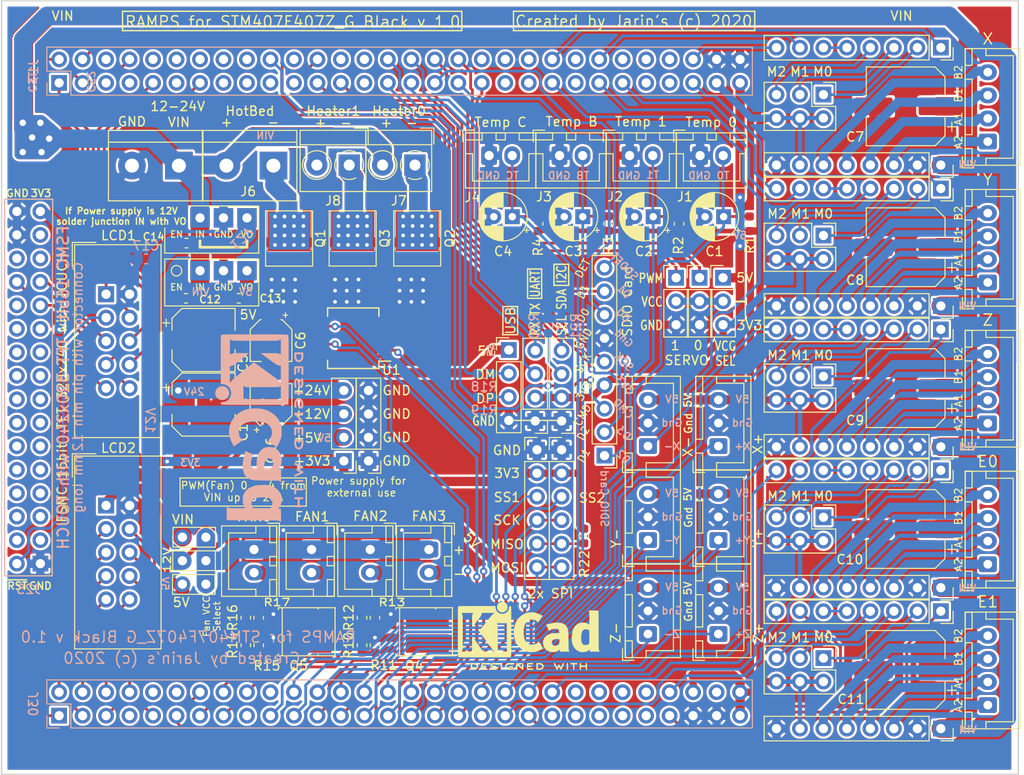
<source format=kicad_pcb>
(kicad_pcb (version 20171130) (host pcbnew "(5.1.5)-3")
  (layers (0 F.Cu signal) (31 B.Cu signal) (34 B.Paste user hide) (35 F.Paste user hide) (36 B.SilkS user hide) (37 F.SilkS user) (38 B.Mask user hide) (39 F.Mask user hide) (44 Edge.Cuts user))
  (net 0 "")
  (net 1 "Net-(J9-Pad2)")
  (net 2 "Net-(J10-Pad2)")
  (net 3 "Net-(J11-Pad2)")
  (net 4 "Net-(Q1-Pad1)")
  (net 5 "Net-(Q2-Pad1)")
  (net 6 "Net-(Q3-Pad1)")
  (net 7 GND)
  (net 8 "Net-(J12-Pad2)")
  (net 9 "Net-(J18-Pad2)")
  (net 10 "Net-(J18-Pad3)")
  (net 11 "Net-(J24-Pad3)")
  (net 12 "Net-(J24-Pad2)")
  (net 13 "Net-(J28-Pad5)")
  (net 14 "Net-(J28-Pad4)")
  (net 15 "Net-(J28-Pad3)")
  (net 16 "Net-(J28-Pad2)")
  (net 17 "Net-(J31-Pad2)")
  (net 18 "Net-(J31-Pad3)")
  (net 19 "Net-(J31-Pad4)")
  (net 20 "Net-(J31-Pad5)")
  (net 21 "Net-(J33-Pad3)")
  (net 22 "Net-(J33-Pad4)")
  (net 23 "Net-(J33-Pad5)")
  (net 24 "Net-(J33-Pad6)")
  (net 25 "Net-(J34-Pad6)")
  (net 26 "Net-(J34-Pad5)")
  (net 27 "Net-(J34-Pad4)")
  (net 28 "Net-(J34-Pad3)")
  (net 29 "Net-(J35-Pad3)")
  (net 30 "Net-(J35-Pad4)")
  (net 31 "Net-(J35-Pad5)")
  (net 32 "Net-(J35-Pad6)")
  (net 33 "Net-(J36-Pad6)")
  (net 34 "Net-(J36-Pad5)")
  (net 35 "Net-(J36-Pad4)")
  (net 36 "Net-(J36-Pad3)")
  (net 37 "Net-(J37-Pad3)")
  (net 38 "Net-(J37-Pad4)")
  (net 39 "Net-(J37-Pad5)")
  (net 40 "Net-(J37-Pad6)")
  (net 41 "Net-(J12-Pad3)")
  (net 42 "Net-(J12-Pad4)")
  (net 43 "Net-(J12-Pad5)")
  (net 44 "Net-(J18-Pad5)")
  (net 45 "Net-(J18-Pad4)")
  (net 46 "Net-(J24-Pad4)")
  (net 47 "Net-(J24-Pad5)")
  (net 48 "Net-(J43-Pad2)")
  (net 49 "Net-(J45-Pad2)")
  (net 50 "Net-(J45-Pad3)")
  (net 51 "Net-(J7-Pad1)")
  (net 52 "Net-(J8-Pad1)")
  (net 53 "Net-(J51-Pad2)")
  (net 54 "Net-(J10-Pad1)")
  (net 55 +24V)
  (net 56 +5V)
  (net 57 +12V)
  (net 58 +3V3)
  (net 59 /MISO)
  (net 60 /SDDET)
  (net 61 /MOSI)
  (net 62 /EN2)
  (net 63 /SDSS)
  (net 64 /EN1)
  (net 65 /ENC)
  (net 66 /LCDE)
  (net 67 /LCDRS)
  (net 68 /LCD5)
  (net 69 /LCD4)
  (net 70 /LCD7)
  (net 71 /LCD6)
  (net 72 /SDA)
  (net 73 /SCL)
  (net 74 /SDIO_CMD)
  (net 75 /SDIO_SCK)
  (net 76 /SDIO_D3)
  (net 77 /SDIO_D2)
  (net 78 /USB_DM)
  (net 79 /USB_DP)
  (net 80 /SDIO_DET)
  (net 81 /SDIO_D1)
  (net 82 /SDIO_D0)
  (net 83 "Net-(Q4-Pad4)")
  (net 84 "Net-(Q4-Pad2)")
  (net 85 "Net-(Q5-Pad4)")
  (net 86 "Net-(Q5-Pad2)")
  (net 87 /TEMP_0)
  (net 88 /TEMP_1)
  (net 89 /TEMP_B)
  (net 90 /TEMP_C)
  (net 91 /X_DIR)
  (net 92 /X_STEP)
  (net 93 /X_EN)
  (net 94 /X_MIN)
  (net 95 /Y_MIN)
  (net 96 /Z_MIN)
  (net 97 /Y_EN)
  (net 98 /Y_STEP)
  (net 99 /Y_DIR)
  (net 100 /SERVO0)
  (net 101 /SERVO1)
  (net 102 /HEATER_0)
  (net 103 /HEATER_1)
  (net 104 /HEATER_B)
  (net 105 /ABORT)
  (net 106 /X_MAX)
  (net 107 /Y_MAX)
  (net 108 /Z_MAX)
  (net 109 /T_MISO)
  (net 110 /T_CLK)
  (net 111 /T_MOSI)
  (net 112 /~RESET)
  (net 113 /Z_DIR)
  (net 114 /Z_STEP)
  (net 115 /Z_EN)
  (net 116 /BEEPER)
  (net 117 /E0_DIR)
  (net 118 /E0_STEP)
  (net 119 /E0_EN)
  (net 120 /E1_DIR)
  (net 121 /E1_STEP)
  (net 122 /E1_EN)
  (net 123 /FAN0)
  (net 124 /FAN1)
  (net 125 /FAN2)
  (net 126 /FAN3)
  (net 127 /TX)
  (net 128 /RX)
  (net 129 "Net-(J6-Pad1)")
  (net 130 /SS1)
  (net 131 /SS2)
  (net 132 /SCK)
  (module Jarin's:PinSocket_2x16_P2.54mm_Vertical_14mmPinLong (layer B.Cu) (at 4.191 60.8965)
    (fp_text reference J25 (at -1.27 2.77) (layer B.SilkS) (effects (justify mirror)))
    (fp_text value TFT_FSCM)
    (pad 32 thru_hole oval (at -2.54 -38.1) (size 1.7 1.7) (drill 1) (layers *.Cu *.Mask) (net 7 GND))
    (pad 31 thru_hole oval (at 0 -38.1) (size 1.7 1.7) (drill 1) (layers *.Cu *.Mask) (net 58 +3V3))
    (pad 30 thru_hole oval (at -2.54 -35.56) (size 1.7 1.7) (drill 1) (layers *.Cu *.Mask) (net 7 GND))
    (pad 29 thru_hole oval (at 0 -35.56) (size 1.7 1.7) (drill 1) (layers *.Cu *.Mask))
    (pad 28 thru_hole oval (at -2.54 -33.02) (size 1.7 1.7) (drill 1) (layers *.Cu *.Mask))
    (pad 27 thru_hole oval (at 0 -33.02) (size 1.7 1.7) (drill 1) (layers *.Cu *.Mask))
    (pad 26 thru_hole oval (at -2.54 -30.48) (size 1.7 1.7) (drill 1) (layers *.Cu *.Mask) (net 109 /T_MISO))
    (pad 25 thru_hole oval (at 0 -30.48) (size 1.7 1.7) (drill 1) (layers *.Cu *.Mask) (net 111 /T_MOSI))
    (pad 24 thru_hole oval (at -2.54 -27.94) (size 1.7 1.7) (drill 1) (layers *.Cu *.Mask))
    (pad 23 thru_hole oval (at 0 -27.94) (size 1.7 1.7) (drill 1) (layers *.Cu *.Mask) (net 110 /T_CLK))
    (pad 22 thru_hole oval (at -2.54 -25.4) (size 1.7 1.7) (drill 1) (layers *.Cu *.Mask))
    (pad 21 thru_hole oval (at 0 -25.4) (size 1.7 1.7) (drill 1) (layers *.Cu *.Mask))
    (pad 20 thru_hole oval (at -2.54 -22.86) (size 1.7 1.7) (drill 1) (layers *.Cu *.Mask))
    (pad 19 thru_hole oval (at 0 -22.86) (size 1.7 1.7) (drill 1) (layers *.Cu *.Mask))
    (pad 18 thru_hole oval (at -2.54 -20.32) (size 1.7 1.7) (drill 1) (layers *.Cu *.Mask))
    (pad 17 thru_hole oval (at 0 -20.32) (size 1.7 1.7) (drill 1) (layers *.Cu *.Mask))
    (pad 16 thru_hole oval (at -2.54 -17.78) (size 1.7 1.7) (drill 1) (layers *.Cu *.Mask))
    (pad 15 thru_hole oval (at 0 -17.78) (size 1.7 1.7) (drill 1) (layers *.Cu *.Mask))
    (pad 14 thru_hole oval (at -2.54 -15.24) (size 1.7 1.7) (drill 1) (layers *.Cu *.Mask))
    (pad 13 thru_hole oval (at 0 -15.24) (size 1.7 1.7) (drill 1) (layers *.Cu *.Mask))
    (pad 12 thru_hole oval (at -2.54 -12.7) (size 1.7 1.7) (drill 1) (layers *.Cu *.Mask))
    (pad 11 thru_hole oval (at 0 -12.7) (size 1.7 1.7) (drill 1) (layers *.Cu *.Mask))
    (pad 10 thru_hole oval (at -2.54 -10.16) (size 1.7 1.7) (drill 1) (layers *.Cu *.Mask))
    (pad 9 thru_hole oval (at 0 -10.16) (size 1.7 1.7) (drill 1) (layers *.Cu *.Mask))
    (pad 8 thru_hole oval (at -2.54 -7.62) (size 1.7 1.7) (drill 1) (layers *.Cu *.Mask))
    (pad 7 thru_hole oval (at 0 -7.62) (size 1.7 1.7) (drill 1) (layers *.Cu *.Mask))
    (pad 6 thru_hole oval (at -2.54 -5.08) (size 1.7 1.7) (drill 1) (layers *.Cu *.Mask))
    (pad 5 thru_hole oval (at 0 -5.08) (size 1.7 1.7) (drill 1) (layers *.Cu *.Mask))
    (pad 4 thru_hole oval (at -2.54 -2.54) (size 1.7 1.7) (drill 1) (layers *.Cu *.Mask))
    (pad 3 thru_hole oval (at 0 -2.54) (size 1.7 1.7) (drill 1) (layers *.Cu *.Mask))
    (pad 2 thru_hole oval (at -2.54 0) (size 1.7 1.7) (drill 1) (layers *.Cu *.Mask) (net 112 /~RESET))
    (pad 1 thru_hole rect (at 0 0) (size 1.7 1.7) (drill 1) (layers *.Cu *.Mask) (net 7 GND))
  )
  (module Symbol:KiCad-Logo2_6mm_SilkScreen (layer F.Cu) (at 57.023 68.0085)
    (fp_text reference REF** hide)
    (fp_text value KiCad-Logo2_6mm_SilkScreen hide)
  )
  (module Symbol:KiCad-Logo2_8mm_SilkScreen (layer B.Cu) (at 27.051 46.228 270)
    (fp_text reference REF** hide)
    (fp_text value KiCad-Logo2_8mm_SilkScreen hide)
  )
  (module Connector_PinHeader_2.54mm:PinHeader_1x04_P2.54mm_Vertical (layer F.Cu) (at 37.0205 49.784 180)
    (fp_text reference J54 hide)
    (fp_text value Power)
    (pad 4 thru_hole oval (at 0 7.62 180) (size 1.7 1.7) (drill 1) (layers *.Cu *.Mask) (net 55 +24V))
    (pad 3 thru_hole oval (at 0 5.08 180) (size 1.7 1.7) (drill 1) (layers *.Cu *.Mask) (net 57 +12V))
    (pad 2 thru_hole oval (at 0 2.54 180) (size 1.7 1.7) (drill 1) (layers *.Cu *.Mask) (net 56 +5V))
    (pad 1 thru_hole rect (at 0 0 180) (size 1.7 1.7) (drill 1) (layers *.Cu *.Mask) (net 58 +3V3))
  )
  (module Connector_PinHeader_2.54mm:PinHeader_1x04_P2.54mm_Vertical (layer F.Cu) (at 39.6875 49.784 180)
    (fp_text reference J46 hide)
    (fp_text value Power)
    (pad 4 thru_hole oval (at 0 7.62 180) (size 1.7 1.7) (drill 1) (layers *.Cu *.Mask) (net 7 GND))
    (pad 3 thru_hole oval (at 0 5.08 180) (size 1.7 1.7) (drill 1) (layers *.Cu *.Mask) (net 7 GND))
    (pad 2 thru_hole oval (at 0 2.54 180) (size 1.7 1.7) (drill 1) (layers *.Cu *.Mask) (net 7 GND))
    (pad 1 thru_hole rect (at 0 0 180) (size 1.7 1.7) (drill 1) (layers *.Cu *.Mask) (net 7 GND))
  )
  (module Jarin's:MP2315 (layer F.Cu) (at 21.463 23.495 90)
    (fp_text reference X02 hide)
    (fp_text value MP2315 hide)
    (fp_text user IN (at -1.778 0 180) (layer F.SilkS) (effects (font (size 0.7 0.7) (thickness 0.12))))
    (fp_text user GND (at -1.778 2.54 180) (layer F.SilkS) (effects (font (size 0.7 0.7) (thickness 0.12))))
    (fp_text user VO (at -1.778 5.08 180) (layer F.SilkS) (effects (font (size 0.7 0.7) (thickness 0.12))))
    (fp_text user EN (at -1.778 -2.54 180) (layer F.SilkS) (effects (font (size 0.7 0.7) (thickness 0.12))))
    (pad 3 thru_hole rect (at 0 5.08 90) (size 2.1 2.1) (drill 1) (layers *.Cu *.Mask) (net 57 +12V))
    (pad 2 thru_hole rect (at 0 2.54 90) (size 2.1 2.1) (drill 1) (layers *.Cu *.Mask) (net 7 GND))
    (pad 1 thru_hole rect (at 0 0 90) (size 2.1 2.1) (drill 1) (layers *.Cu *.Mask) (net 55 +24V))
  )
  (module Connector_PinHeader_2.54mm:PinHeader_2x03_P2.54mm_Vertical (layer F.Cu) (at 19.558 58.039)
    (fp_text reference J56 hide)
    (fp_text value Power hide)
    (pad 6 thru_hole oval (at 2.54 5.08) (size 1.7 1.7) (drill 1) (layers *.Cu *.Mask) (net 54 "Net-(J10-Pad1)"))
    (pad 5 thru_hole oval (at 0 5.08) (size 1.7 1.7) (drill 1) (layers *.Cu *.Mask) (net 56 +5V))
    (pad 4 thru_hole oval (at 2.54 2.54) (size 1.7 1.7) (drill 1) (layers *.Cu *.Mask) (net 54 "Net-(J10-Pad1)"))
    (pad 3 thru_hole oval (at 0 2.54) (size 1.7 1.7) (drill 1) (layers *.Cu *.Mask) (net 57 +12V))
    (pad 2 thru_hole oval (at 2.54 0) (size 1.7 1.7) (drill 1) (layers *.Cu *.Mask) (net 54 "Net-(J10-Pad1)"))
    (pad 1 thru_hole circle (at 0 0) (size 1.7 1.7) (drill 1) (layers *.Cu *.Mask) (net 55 +24V))
  )
  (module Connector_PinHeader_2.54mm:PinHeader_1x09_P2.54mm_Vertical (layer F.Cu) (at 65.2145 49.2125 180)
    (fp_text reference J50 hide)
    (fp_text value SDIO)
    (pad 9 thru_hole oval (at 0 20.32 180) (size 1.7 1.7) (drill 1) (layers *.Cu *.Mask) (net 80 /SDIO_DET))
    (pad 8 thru_hole oval (at 0 17.78 180) (size 1.7 1.7) (drill 1) (layers *.Cu *.Mask) (net 81 /SDIO_D1))
    (pad 7 thru_hole oval (at 0 15.24 180) (size 1.7 1.7) (drill 1) (layers *.Cu *.Mask) (net 82 /SDIO_D0))
    (pad 6 thru_hole oval (at 0 12.7 180) (size 1.7 1.7) (drill 1) (layers *.Cu *.Mask) (net 7 GND))
    (pad 5 thru_hole oval (at 0 10.16 180) (size 1.7 1.7) (drill 1) (layers *.Cu *.Mask) (net 75 /SDIO_SCK))
    (pad 4 thru_hole oval (at 0 7.62 180) (size 1.7 1.7) (drill 1) (layers *.Cu *.Mask) (net 58 +3V3))
    (pad 3 thru_hole oval (at 0 5.08 180) (size 1.7 1.7) (drill 1) (layers *.Cu *.Mask) (net 74 /SDIO_CMD))
    (pad 2 thru_hole oval (at 0 2.54 180) (size 1.7 1.7) (drill 1) (layers *.Cu *.Mask) (net 76 /SDIO_D3))
    (pad 1 thru_hole rect (at 0 0 180) (size 1.7 1.7) (drill 1) (layers *.Cu *.Mask) (net 77 /SDIO_D2))
  )
  (module Jarin's:MP2315 (layer F.Cu) (at 21.463 29.21 90)
    (fp_text reference X01 hide)
    (fp_text value MP2315 hide)
    (fp_text user IN (at -1.778 0) (layer F.SilkS) (effects (font (size 0.7 0.7) (thickness 0.12))))
    (fp_text user GND (at -1.778 2.54) (layer F.SilkS) (effects (font (size 0.7 0.7) (thickness 0.12))))
    (fp_text user VO (at -1.778 5.08) (layer F.SilkS) (effects (font (size 0.7 0.7) (thickness 0.12))))
    (fp_text user EN (at -1.778 -2.54) (layer F.SilkS) (effects (font (size 0.7 0.7) (thickness 0.12))))
    (pad 3 thru_hole rect (at 0 5.08 90) (size 2.1 2.1) (drill 1) (layers *.Cu *.Mask) (net 56 +5V))
    (pad 2 thru_hole rect (at 0 2.54 90) (size 2.1 2.1) (drill 1) (layers *.Cu *.Mask) (net 7 GND))
    (pad 1 thru_hole rect (at 0 0 90) (size 2.1 2.1) (drill 1) (layers *.Cu *.Mask) (net 55 +24V))
  )
  (module Package_SO:SSOP-14_5.3x6.2mm_P0.65mm (layer F.Cu) (at 38.0365 36.5125 180)
    (fp_text reference U1 (at -4.1275 -3.429) (layer F.SilkS))
    (fp_text value 74LVC125)
    (pad 14 smd rect (at 3.45 -1.95 180) (size 1.2 0.4) (layers F.Cu F.Paste F.Mask) (net 56 +5V))
    (pad 13 smd rect (at 3.45 -1.3 180) (size 1.2 0.4) (layers F.Cu F.Paste F.Mask) (net 7 GND))
    (pad 12 smd rect (at 3.45 -0.65 180) (size 1.2 0.4) (layers F.Cu F.Paste F.Mask) (net 104 /HEATER_B))
    (pad 11 smd rect (at 3.45 0 180) (size 1.2 0.4) (layers F.Cu F.Paste F.Mask) (net 4 "Net-(Q1-Pad1)"))
    (pad 10 smd rect (at 3.45 0.65 180) (size 1.2 0.4) (layers F.Cu F.Paste F.Mask) (net 7 GND))
    (pad 9 smd rect (at 3.45 1.3 180) (size 1.2 0.4) (layers F.Cu F.Paste F.Mask) (net 103 /HEATER_1))
    (pad 8 smd rect (at 3.45 1.95 180) (size 1.2 0.4) (layers F.Cu F.Paste F.Mask) (net 6 "Net-(Q3-Pad1)"))
    (pad 7 smd rect (at -3.45 1.95 180) (size 1.2 0.4) (layers F.Cu F.Paste F.Mask) (net 7 GND))
    (pad 6 smd rect (at -3.45 1.3 180) (size 1.2 0.4) (layers F.Cu F.Paste F.Mask))
    (pad 5 smd rect (at -3.45 0.65 180) (size 1.2 0.4) (layers F.Cu F.Paste F.Mask))
    (pad 4 smd rect (at -3.45 0 180) (size 1.2 0.4) (layers F.Cu F.Paste F.Mask))
    (pad 3 smd rect (at -3.45 -0.65 180) (size 1.2 0.4) (layers F.Cu F.Paste F.Mask) (net 5 "Net-(Q2-Pad1)"))
    (pad 2 smd rect (at -3.45 -1.3 180) (size 1.2 0.4) (layers F.Cu F.Paste F.Mask) (net 102 /HEATER_0))
    (pad 1 smd rect (at -3.45 -1.95 180) (size 1.2 0.4) (layers F.Cu F.Paste F.Mask) (net 7 GND))
  )
  (module Resistor_SMD:R_0603_1608Metric (layer F.Cu) (at 62.992 57.912 90)
    (fp_text reference R22 (at -2.9845 0.0635 90) (layer F.SilkS))
    (fp_text value 4K7)
    (pad 2 smd roundrect (at 0.7875 0 90) (size 0.875 0.95) (layers F.Cu F.Paste F.Mask) (net 58 +3V3))
    (pad 1 smd roundrect (at -0.7875 0 90) (size 0.875 0.95) (layers F.Cu F.Paste F.Mask) (net 59 /MISO))
  )
  (module Resistor_SMD:R_0603_1608Metric (layer B.Cu) (at 60.579 35.179 270)
    (fp_text reference R21 (at 0.0635 -1.524 90) (layer B.SilkS) (effects (justify mirror)))
    (fp_text value 4K7)
    (pad 2 smd roundrect (at 0.7875 0 270) (size 0.875 0.95) (layers B.Cu B.Paste B.Mask) (net 72 /SDA))
    (pad 1 smd roundrect (at -0.7875 0 270) (size 0.875 0.95) (layers B.Cu B.Paste B.Mask) (net 7 GND))
  )
  (module Resistor_SMD:R_0603_1608Metric (layer B.Cu) (at 59.1185 35.179 90)
    (fp_text reference R20 (at 0 -1.524 270) (layer B.SilkS) (effects (justify mirror)))
    (fp_text value 4K7)
    (pad 2 smd roundrect (at 0.7875 0 90) (size 0.875 0.95) (layers B.Cu B.Paste B.Mask) (net 7 GND))
    (pad 1 smd roundrect (at -0.7875 0 90) (size 0.875 0.95) (layers B.Cu B.Paste B.Mask) (net 73 /SCL))
  )
  (module Resistor_SMD:R_0603_1608Metric (layer B.Cu) (at 52.197 42.8625)
    (fp_text reference R19 (at 0 1.43) (layer B.SilkS) (effects (justify mirror)))
    (fp_text value 22R)
    (pad 2 smd roundrect (at 0.7875 0) (size 0.875 0.95) (layers B.Cu B.Paste B.Mask) (net 50 "Net-(J45-Pad3)"))
    (pad 1 smd roundrect (at -0.7875 0) (size 0.875 0.95) (layers B.Cu B.Paste B.Mask) (net 79 /USB_DP))
  )
  (module Resistor_SMD:R_0603_1608Metric (layer B.Cu) (at 52.197 40.3225)
    (fp_text reference R18 (at 0 1.43) (layer B.SilkS) (effects (justify mirror)))
    (fp_text value 22R)
    (pad 2 smd roundrect (at 0.7875 0) (size 0.875 0.95) (layers B.Cu B.Paste B.Mask) (net 49 "Net-(J45-Pad2)"))
    (pad 1 smd roundrect (at -0.7875 0) (size 0.875 0.95) (layers B.Cu B.Paste B.Mask) (net 78 /USB_DM))
  )
  (module Resistor_SMD:R_0603_1608Metric (layer F.Cu) (at 27.813 66.7385 270)
    (fp_text reference R17 (at -1.651 -1.9685 180) (layer F.SilkS) (effects (font (size 0.8 1))))
    (fp_text value 10K)
    (pad 2 smd roundrect (at 0.7875 0 270) (size 0.875 0.95) (layers F.Cu F.Paste F.Mask) (net 86 "Net-(Q5-Pad2)"))
    (pad 1 smd roundrect (at -0.7875 0 270) (size 0.875 0.95) (layers F.Cu F.Paste F.Mask) (net 7 GND))
  )
  (module Resistor_SMD:R_0603_1608Metric (layer F.Cu) (at 26.416 66.7385 90)
    (fp_text reference R16 (at 0 -1.43 90) (layer F.SilkS))
    (fp_text value 10)
    (pad 2 smd roundrect (at 0.7875 0 90) (size 0.875 0.95) (layers F.Cu F.Paste F.Mask) (net 123 /FAN0))
    (pad 1 smd roundrect (at -0.7875 0 90) (size 0.875 0.95) (layers F.Cu F.Paste F.Mask) (net 86 "Net-(Q5-Pad2)"))
  )
  (module Resistor_SMD:R_0603_1608Metric (layer F.Cu) (at 27.813 69.723 270)
    (fp_text reference R15 (at 2.2225 -0.889 180) (layer F.SilkS))
    (fp_text value 10K)
    (pad 2 smd roundrect (at 0.7875 0 270) (size 0.875 0.95) (layers F.Cu F.Paste F.Mask) (net 85 "Net-(Q5-Pad4)"))
    (pad 1 smd roundrect (at -0.7875 0 270) (size 0.875 0.95) (layers F.Cu F.Paste F.Mask) (net 7 GND))
  )
  (module Resistor_SMD:R_0603_1608Metric (layer F.Cu) (at 26.416 69.723 90)
    (fp_text reference R14 (at 0 -1.43 90) (layer F.SilkS))
    (fp_text value 10)
    (pad 2 smd roundrect (at 0.7875 0 90) (size 0.875 0.95) (layers F.Cu F.Paste F.Mask) (net 124 /FAN1))
    (pad 1 smd roundrect (at -0.7875 0 90) (size 0.875 0.95) (layers F.Cu F.Paste F.Mask) (net 85 "Net-(Q5-Pad4)"))
  )
  (module Resistor_SMD:R_0603_1608Metric (layer F.Cu) (at 40.386 66.7385 270)
    (fp_text reference R13 (at -1.651 -1.8415 180) (layer F.SilkS) (effects (font (size 0.8 1))))
    (fp_text value 10K)
    (pad 2 smd roundrect (at 0.7875 0 270) (size 0.875 0.95) (layers F.Cu F.Paste F.Mask) (net 84 "Net-(Q4-Pad2)"))
    (pad 1 smd roundrect (at -0.7875 0 270) (size 0.875 0.95) (layers F.Cu F.Paste F.Mask) (net 7 GND))
  )
  (module Resistor_SMD:R_0603_1608Metric (layer F.Cu) (at 38.989 66.7385 90)
    (fp_text reference R12 (at 0 -1.43 90) (layer F.SilkS))
    (fp_text value 10)
    (pad 2 smd roundrect (at 0.7875 0 90) (size 0.875 0.95) (layers F.Cu F.Paste F.Mask) (net 125 /FAN2))
    (pad 1 smd roundrect (at -0.7875 0 90) (size 0.875 0.95) (layers F.Cu F.Paste F.Mask) (net 84 "Net-(Q4-Pad2)"))
  )
  (module Resistor_SMD:R_0603_1608Metric (layer F.Cu) (at 40.386 69.723 270)
    (fp_text reference R11 (at 2.159 -0.9525 180) (layer F.SilkS))
    (fp_text value 10K)
    (pad 2 smd roundrect (at 0.7875 0 270) (size 0.875 0.95) (layers F.Cu F.Paste F.Mask) (net 83 "Net-(Q4-Pad4)"))
    (pad 1 smd roundrect (at -0.7875 0 270) (size 0.875 0.95) (layers F.Cu F.Paste F.Mask) (net 7 GND))
  )
  (module Resistor_SMD:R_0603_1608Metric (layer F.Cu) (at 38.989 69.723 90)
    (fp_text reference R10 (at 0 -1.43 90) (layer F.SilkS))
    (fp_text value 10)
    (pad 2 smd roundrect (at 0.7875 0 90) (size 0.875 0.95) (layers F.Cu F.Paste F.Mask) (net 126 /FAN3))
    (pad 1 smd roundrect (at -0.7875 0 90) (size 0.875 0.95) (layers F.Cu F.Paste F.Mask) (net 83 "Net-(Q4-Pad4)"))
  )
  (module Resistor_SMD:R_0603_1608Metric (layer F.Cu) (at 58.039 24.13 90)
    (fp_text reference R4 (at -2.54 0 90) (layer F.SilkS))
    (fp_text value 4K7)
    (pad 2 smd roundrect (at 0.7875 0 90) (size 0.875 0.95) (layers F.Cu F.Paste F.Mask) (net 90 /TEMP_C))
    (pad 1 smd roundrect (at -0.7875 0 90) (size 0.875 0.95) (layers F.Cu F.Paste F.Mask) (net 58 +3V3))
  )
  (module Resistor_SMD:R_0603_1608Metric (layer F.Cu) (at 65.659 24.104499 90)
    (fp_text reference R3 (at -2.438501 0 90) (layer F.SilkS))
    (fp_text value 4K7)
    (pad 2 smd roundrect (at 0.7875 0 90) (size 0.875 0.95) (layers F.Cu F.Paste F.Mask) (net 89 /TEMP_B))
    (pad 1 smd roundrect (at -0.7875 0 90) (size 0.875 0.95) (layers F.Cu F.Paste F.Mask) (net 58 +3V3))
  )
  (module Resistor_SMD:R_0603_1608Metric (layer F.Cu) (at 73.279 24.13 90)
    (fp_text reference R2 (at -2.3495 -0.0635 90) (layer F.SilkS))
    (fp_text value 4K7)
    (pad 2 smd roundrect (at 0.7875 0 90) (size 0.875 0.95) (layers F.Cu F.Paste F.Mask) (net 88 /TEMP_1))
    (pad 1 smd roundrect (at -0.7875 0 90) (size 0.875 0.95) (layers F.Cu F.Paste F.Mask) (net 58 +3V3))
  )
  (module Resistor_SMD:R_0603_1608Metric (layer F.Cu) (at 80.899 24.13 90)
    (fp_text reference R1 (at -2.286 0.0635 90) (layer F.SilkS))
    (fp_text value 4K7)
    (pad 2 smd roundrect (at 0.7875 0 90) (size 0.875 0.95) (layers F.Cu F.Paste F.Mask) (net 87 /TEMP_0))
    (pad 1 smd roundrect (at -0.7875 0 90) (size 0.875 0.95) (layers F.Cu F.Paste F.Mask) (net 58 +3V3))
  )
  (module Jarin's:LFPAK56D (layer F.Cu) (at 32.258 68.2625)
    (fp_text reference Q5 (at -0.127 3.683) (layer F.SilkS))
    (fp_text value BUK9K17-60E)
    (pad 6 smd custom (at 0.435 -1.27) (size 3.3 2) (layers F.Cu F.Mask) (net 48 "Net-(J43-Pad2)") (options (clearance outline) (anchor rect)) (primitives (gr_poly (pts (xy 1.425 -1) (xy 2.975 -1) (xy 2.975 1) (xy 1.425 1)) (width 0))))
    (pad 5 smd custom (at 0.435 1.27) (size 3.3 2) (layers F.Cu F.Mask) (net 3 "Net-(J11-Pad2)") (options (clearance outline) (anchor rect)) (primitives (gr_poly (pts (xy 1.425 -1) (xy 2.975 -1) (xy 2.975 1) (xy 1.425 1)) (width 0))))
    (pad 4 smd rect (at -2.835 1.91 270) (size 0.7 1.15) (layers F.Cu F.Paste F.Mask) (net 85 "Net-(Q5-Pad4)"))
    (pad 3 smd rect (at -2.835 0.64 270) (size 0.7 1.15) (layers F.Cu F.Paste F.Mask) (net 7 GND))
    (pad 1 smd rect (at -2.835 -1.91 270) (size 0.7 1.15) (layers F.Cu F.Paste F.Mask) (net 7 GND))
    (pad 2 smd rect (at -2.835 -0.64 270) (size 0.7 1.15) (layers F.Cu F.Paste F.Mask) (net 86 "Net-(Q5-Pad2)"))
  )
  (module Jarin's:LFPAK56D (layer F.Cu) (at 44.958 68.2625)
    (fp_text reference Q4 (at -0.3175 3.683) (layer F.SilkS))
    (fp_text value BUK9K17-60E)
    (pad 6 smd custom (at 0.435 -1.27) (size 3.3 2) (layers F.Cu F.Mask) (net 2 "Net-(J10-Pad2)") (options (clearance outline) (anchor rect)) (primitives (gr_poly (pts (xy 1.425 -1) (xy 2.975 -1) (xy 2.975 1) (xy 1.425 1)) (width 0))))
    (pad 5 smd custom (at 0.435 1.27) (size 3.3 2) (layers F.Cu F.Mask) (net 1 "Net-(J9-Pad2)") (options (clearance outline) (anchor rect)) (primitives (gr_poly (pts (xy 1.425 -1) (xy 2.975 -1) (xy 2.975 1) (xy 1.425 1)) (width 0))))
    (pad 4 smd rect (at -2.835 1.91 270) (size 0.7 1.15) (layers F.Cu F.Paste F.Mask) (net 83 "Net-(Q4-Pad4)"))
    (pad 3 smd rect (at -2.835 0.64 270) (size 0.7 1.15) (layers F.Cu F.Paste F.Mask) (net 7 GND))
    (pad 1 smd rect (at -2.835 -1.91 270) (size 0.7 1.15) (layers F.Cu F.Paste F.Mask) (net 7 GND))
    (pad 2 smd rect (at -2.835 -0.64 270) (size 0.7 1.15) (layers F.Cu F.Paste F.Mask) (net 84 "Net-(Q4-Pad2)"))
  )
  (module Jarin's:NTMFS5C628NL (layer F.Cu) (at 36.068 28.575 90)
    (fp_text reference Q3 (at 2.8575 5.3975 90) (layer F.SilkS))
    (fp_text value NTMFS5C628)
    (fp_poly (pts (xy 2.921 -0.381) (xy 6.096 -0.381) (xy 6.096 0.381) (xy 5.588 0.381) (xy 5.588 3.429) (xy 6.096 3.429) (xy 6.096 4.191) (xy 2.921 4.191) (xy 2.921 4.699) (xy 1.9685 4.699) (xy 1.9685 4.191) (xy 1.524 4.191) (xy 1.524 -0.381) (xy 1.9685 -0.381) (xy 1.9685 -0.889) (xy 2.921 -0.889)) (layer F.Cu) (width 0.1))
    (pad 2 thru_hole circle (at 5.231 3.453 90) (size 0.6 0.6) (drill 0.4) (layers *.Cu *.Mask) (net 52 "Net-(J8-Pad1)"))
    (pad 2 thru_hole circle (at 4.207 3.453 90) (size 0.6 0.6) (drill 0.4) (layers *.Cu *.Mask) (net 52 "Net-(J8-Pad1)"))
    (pad 2 thru_hole circle (at 3.183 3.453 90) (size 0.6 0.6) (drill 0.4) (layers *.Cu *.Mask) (net 52 "Net-(J8-Pad1)"))
    (pad 2 thru_hole circle (at 2.159 3.453 90) (size 0.6 0.6) (drill 0.4) (layers *.Cu *.Mask) (net 52 "Net-(J8-Pad1)"))
    (pad 2 thru_hole circle (at 5.231 2.429 90) (size 0.6 0.6) (drill 0.4) (layers *.Cu *.Mask) (net 52 "Net-(J8-Pad1)"))
    (pad 2 thru_hole circle (at 4.207 2.429 90) (size 0.6 0.6) (drill 0.4) (layers *.Cu *.Mask) (net 52 "Net-(J8-Pad1)"))
    (pad 2 thru_hole circle (at 3.183 2.429 90) (size 0.6 0.6) (drill 0.4) (layers *.Cu *.Mask) (net 52 "Net-(J8-Pad1)"))
    (pad 2 thru_hole circle (at 2.159 2.429 90) (size 0.6 0.6) (drill 0.4) (layers *.Cu *.Mask) (net 52 "Net-(J8-Pad1)"))
    (pad 2 thru_hole circle (at 5.231 1.405 90) (size 0.6 0.6) (drill 0.4) (layers *.Cu *.Mask) (net 52 "Net-(J8-Pad1)"))
    (pad 2 thru_hole circle (at 4.207 1.405 90) (size 0.6 0.6) (drill 0.4) (layers *.Cu *.Mask) (net 52 "Net-(J8-Pad1)"))
    (pad 2 thru_hole circle (at 3.183 1.405 90) (size 0.6 0.6) (drill 0.4) (layers *.Cu *.Mask) (net 52 "Net-(J8-Pad1)"))
    (pad 2 thru_hole circle (at 2.159 1.405 90) (size 0.6 0.6) (drill 0.4) (layers *.Cu *.Mask) (net 52 "Net-(J8-Pad1)"))
    (pad 2 thru_hole circle (at 5.231 0.381 90) (size 0.6 0.6) (drill 0.4) (layers *.Cu *.Mask) (net 52 "Net-(J8-Pad1)"))
    (pad 2 thru_hole circle (at 4.207 0.381 90) (size 0.6 0.6) (drill 0.4) (layers *.Cu *.Mask) (net 52 "Net-(J8-Pad1)"))
    (pad 2 thru_hole circle (at 3.183 0.381 90) (size 0.6 0.6) (drill 0.4) (layers *.Cu *.Mask) (net 52 "Net-(J8-Pad1)"))
    (pad 2 thru_hole circle (at 2.159 0.381 90) (size 0.6 0.6) (drill 0.4) (layers *.Cu *.Mask) (net 52 "Net-(J8-Pad1)"))
    (pad 1 smd rect (at 0 3.81 90) (size 1.25 0.75) (layers F.Cu F.Paste F.Mask) (net 6 "Net-(Q3-Pad1)"))
    (pad 3 smd rect (at 0 2.54 90) (size 1.25 0.75) (layers F.Cu F.Paste F.Mask) (net 7 GND))
    (pad 3 smd rect (at 0 0 90) (size 1.25 0.75) (layers F.Cu F.Paste F.Mask) (net 7 GND))
    (pad 3 smd rect (at 0 1.27 90) (size 1.25 0.75) (layers F.Cu F.Paste F.Mask) (net 7 GND))
  )
  (module Jarin's:NTMFS5C628NL (layer F.Cu) (at 43.053 28.575 90)
    (fp_text reference Q2 (at 2.8575 5.461 90) (layer F.SilkS))
    (fp_text value NTMFS5C628)
    (fp_poly (pts (xy 2.921 -0.381) (xy 6.096 -0.381) (xy 6.096 0.381) (xy 5.588 0.381) (xy 5.588 3.429) (xy 6.096 3.429) (xy 6.096 4.191) (xy 2.921 4.191) (xy 2.921 4.699) (xy 1.9685 4.699) (xy 1.9685 4.191) (xy 1.524 4.191) (xy 1.524 -0.381) (xy 1.9685 -0.381) (xy 1.9685 -0.889) (xy 2.921 -0.889)) (layer F.Cu) (width 0.1))
    (pad 2 thru_hole circle (at 5.231 3.453 90) (size 0.6 0.6) (drill 0.4) (layers *.Cu *.Mask) (net 51 "Net-(J7-Pad1)"))
    (pad 2 thru_hole circle (at 4.207 3.453 90) (size 0.6 0.6) (drill 0.4) (layers *.Cu *.Mask) (net 51 "Net-(J7-Pad1)"))
    (pad 2 thru_hole circle (at 3.183 3.453 90) (size 0.6 0.6) (drill 0.4) (layers *.Cu *.Mask) (net 51 "Net-(J7-Pad1)"))
    (pad 2 thru_hole circle (at 2.159 3.453 90) (size 0.6 0.6) (drill 0.4) (layers *.Cu *.Mask) (net 51 "Net-(J7-Pad1)"))
    (pad 2 thru_hole circle (at 5.231 2.429 90) (size 0.6 0.6) (drill 0.4) (layers *.Cu *.Mask) (net 51 "Net-(J7-Pad1)"))
    (pad 2 thru_hole circle (at 4.207 2.429 90) (size 0.6 0.6) (drill 0.4) (layers *.Cu *.Mask) (net 51 "Net-(J7-Pad1)"))
    (pad 2 thru_hole circle (at 3.183 2.429 90) (size 0.6 0.6) (drill 0.4) (layers *.Cu *.Mask) (net 51 "Net-(J7-Pad1)"))
    (pad 2 thru_hole circle (at 2.159 2.429 90) (size 0.6 0.6) (drill 0.4) (layers *.Cu *.Mask) (net 51 "Net-(J7-Pad1)"))
    (pad 2 thru_hole circle (at 5.231 1.405 90) (size 0.6 0.6) (drill 0.4) (layers *.Cu *.Mask) (net 51 "Net-(J7-Pad1)"))
    (pad 2 thru_hole circle (at 4.207 1.405 90) (size 0.6 0.6) (drill 0.4) (layers *.Cu *.Mask) (net 51 "Net-(J7-Pad1)"))
    (pad 2 thru_hole circle (at 3.183 1.405 90) (size 0.6 0.6) (drill 0.4) (layers *.Cu *.Mask) (net 51 "Net-(J7-Pad1)"))
    (pad 2 thru_hole circle (at 2.159 1.405 90) (size 0.6 0.6) (drill 0.4) (layers *.Cu *.Mask) (net 51 "Net-(J7-Pad1)"))
    (pad 2 thru_hole circle (at 5.231 0.381 90) (size 0.6 0.6) (drill 0.4) (layers *.Cu *.Mask) (net 51 "Net-(J7-Pad1)"))
    (pad 2 thru_hole circle (at 4.207 0.381 90) (size 0.6 0.6) (drill 0.4) (layers *.Cu *.Mask) (net 51 "Net-(J7-Pad1)"))
    (pad 2 thru_hole circle (at 3.183 0.381 90) (size 0.6 0.6) (drill 0.4) (layers *.Cu *.Mask) (net 51 "Net-(J7-Pad1)"))
    (pad 2 thru_hole circle (at 2.159 0.381 90) (size 0.6 0.6) (drill 0.4) (layers *.Cu *.Mask) (net 51 "Net-(J7-Pad1)"))
    (pad 1 smd rect (at 0 3.81 90) (size 1.25 0.75) (layers F.Cu F.Paste F.Mask) (net 5 "Net-(Q2-Pad1)"))
    (pad 3 smd rect (at 0 2.54 90) (size 1.25 0.75) (layers F.Cu F.Paste F.Mask) (net 7 GND))
    (pad 3 smd rect (at 0 0 90) (size 1.25 0.75) (layers F.Cu F.Paste F.Mask) (net 7 GND))
    (pad 3 smd rect (at 0 1.27 90) (size 1.25 0.75) (layers F.Cu F.Paste F.Mask) (net 7 GND))
  )
  (module Jarin's:NTMFS5C628NL (layer F.Cu) (at 29.194001 28.583 90)
    (fp_text reference Q1 (at 2.8655 5.286499 90) (layer F.SilkS))
    (fp_text value NTMFS5C628)
    (fp_poly (pts (xy 2.921 -0.381) (xy 6.096 -0.381) (xy 6.096 0.381) (xy 5.588 0.381) (xy 5.588 3.429) (xy 6.096 3.429) (xy 6.096 4.191) (xy 2.921 4.191) (xy 2.921 4.699) (xy 1.9685 4.699) (xy 1.9685 4.191) (xy 1.524 4.191) (xy 1.524 -0.381) (xy 1.9685 -0.381) (xy 1.9685 -0.889) (xy 2.921 -0.889)) (layer F.Cu) (width 0.1))
    (pad 2 thru_hole circle (at 5.231 3.453 90) (size 0.6 0.6) (drill 0.4) (layers *.Cu *.Mask) (net 129 "Net-(J6-Pad1)"))
    (pad 2 thru_hole circle (at 4.207 3.453 90) (size 0.6 0.6) (drill 0.4) (layers *.Cu *.Mask) (net 129 "Net-(J6-Pad1)"))
    (pad 2 thru_hole circle (at 3.183 3.453 90) (size 0.6 0.6) (drill 0.4) (layers *.Cu *.Mask) (net 129 "Net-(J6-Pad1)"))
    (pad 2 thru_hole circle (at 2.159 3.453 90) (size 0.6 0.6) (drill 0.4) (layers *.Cu *.Mask) (net 129 "Net-(J6-Pad1)"))
    (pad 2 thru_hole circle (at 5.231 2.429 90) (size 0.6 0.6) (drill 0.4) (layers *.Cu *.Mask) (net 129 "Net-(J6-Pad1)"))
    (pad 2 thru_hole circle (at 4.207 2.429 90) (size 0.6 0.6) (drill 0.4) (layers *.Cu *.Mask) (net 129 "Net-(J6-Pad1)"))
    (pad 2 thru_hole circle (at 3.183 2.429 90) (size 0.6 0.6) (drill 0.4) (layers *.Cu *.Mask) (net 129 "Net-(J6-Pad1)"))
    (pad 2 thru_hole circle (at 2.159 2.429 90) (size 0.6 0.6) (drill 0.4) (layers *.Cu *.Mask) (net 129 "Net-(J6-Pad1)"))
    (pad 2 thru_hole circle (at 5.231 1.405 90) (size 0.6 0.6) (drill 0.4) (layers *.Cu *.Mask) (net 129 "Net-(J6-Pad1)"))
    (pad 2 thru_hole circle (at 4.207 1.405 90) (size 0.6 0.6) (drill 0.4) (layers *.Cu *.Mask) (net 129 "Net-(J6-Pad1)"))
    (pad 2 thru_hole circle (at 3.183 1.405 90) (size 0.6 0.6) (drill 0.4) (layers *.Cu *.Mask) (net 129 "Net-(J6-Pad1)"))
    (pad 2 thru_hole circle (at 2.159 1.405 90) (size 0.6 0.6) (drill 0.4) (layers *.Cu *.Mask) (net 129 "Net-(J6-Pad1)"))
    (pad 2 thru_hole circle (at 5.231 0.381 90) (size 0.6 0.6) (drill 0.4) (layers *.Cu *.Mask) (net 129 "Net-(J6-Pad1)"))
    (pad 2 thru_hole circle (at 4.207 0.381 90) (size 0.6 0.6) (drill 0.4) (layers *.Cu *.Mask) (net 129 "Net-(J6-Pad1)"))
    (pad 2 thru_hole circle (at 3.183 0.381 90) (size 0.6 0.6) (drill 0.4) (layers *.Cu *.Mask) (net 129 "Net-(J6-Pad1)"))
    (pad 2 thru_hole circle (at 2.159 0.381 90) (size 0.6 0.6) (drill 0.4) (layers *.Cu *.Mask) (net 129 "Net-(J6-Pad1)"))
    (pad 1 smd rect (at 0 3.81 90) (size 1.25 0.75) (layers F.Cu F.Paste F.Mask) (net 4 "Net-(Q1-Pad1)"))
    (pad 3 smd rect (at 0 2.54 90) (size 1.25 0.75) (layers F.Cu F.Paste F.Mask) (net 7 GND))
    (pad 3 smd rect (at 0 0 90) (size 1.25 0.75) (layers F.Cu F.Paste F.Mask) (net 7 GND))
    (pad 3 smd rect (at 0 1.27 90) (size 1.25 0.75) (layers F.Cu F.Paste F.Mask) (net 7 GND))
  )
  (module Connector_PinHeader_2.54mm:PinHeader_1x03_P2.54mm_Vertical (layer F.Cu) (at 78.0415 29.972)
    (fp_text reference J53 hide)
    (fp_text value PowerSelect)
    (pad 3 thru_hole oval (at 0 5.08) (size 1.7 1.7) (drill 1) (layers *.Cu *.Mask) (net 58 +3V3))
    (pad 2 thru_hole oval (at 0 2.54) (size 1.7 1.7) (drill 1) (layers *.Cu *.Mask) (net 53 "Net-(J51-Pad2)"))
    (pad 1 thru_hole rect (at 0 0) (size 1.7 1.7) (drill 1) (layers *.Cu *.Mask) (net 56 +5V))
  )
  (module Connector_PinHeader_2.54mm:PinHeader_1x03_P2.54mm_Vertical (layer F.Cu) (at 75.5015 29.972)
    (fp_text reference J52 hide)
    (fp_text value Servo)
    (pad 3 thru_hole oval (at 0 5.08) (size 1.7 1.7) (drill 1) (layers *.Cu *.Mask) (net 7 GND))
    (pad 2 thru_hole oval (at 0 2.54) (size 1.7 1.7) (drill 1) (layers *.Cu *.Mask) (net 53 "Net-(J51-Pad2)"))
    (pad 1 thru_hole rect (at 0 0) (size 1.7 1.7) (drill 1) (layers *.Cu *.Mask) (net 100 /SERVO0))
  )
  (module Connector_PinHeader_2.54mm:PinHeader_1x03_P2.54mm_Vertical (layer F.Cu) (at 72.9615 29.972)
    (fp_text reference J51 hide)
    (fp_text value Servo)
    (pad 3 thru_hole oval (at 0 5.08) (size 1.7 1.7) (drill 1) (layers *.Cu *.Mask) (net 7 GND))
    (pad 2 thru_hole oval (at 0 2.54) (size 1.7 1.7) (drill 1) (layers *.Cu *.Mask) (net 53 "Net-(J51-Pad2)"))
    (pad 1 thru_hole rect (at 0 0) (size 1.7 1.7) (drill 1) (layers *.Cu *.Mask) (net 101 /SERVO1))
  )
  (module Connector_PinHeader_2.54mm:PinHeader_1x06_P2.54mm_Vertical (layer F.Cu) (at 60.579 48.5775)
    (fp_text reference J49 hide)
    (fp_text value SPI)
    (pad 6 thru_hole oval (at 0 12.7) (size 1.7 1.7) (drill 1) (layers *.Cu *.Mask) (net 61 /MOSI))
    (pad 5 thru_hole oval (at 0 10.16) (size 1.7 1.7) (drill 1) (layers *.Cu *.Mask) (net 59 /MISO))
    (pad 4 thru_hole oval (at 0 7.62) (size 1.7 1.7) (drill 1) (layers *.Cu *.Mask) (net 132 /SCK))
    (pad 3 thru_hole oval (at 0 5.08) (size 1.7 1.7) (drill 1) (layers *.Cu *.Mask) (net 131 /SS2))
    (pad 2 thru_hole oval (at 0 2.54) (size 1.7 1.7) (drill 1) (layers *.Cu *.Mask) (net 58 +3V3))
    (pad 1 thru_hole rect (at 0 0) (size 1.7 1.7) (drill 1) (layers *.Cu *.Mask) (net 7 GND))
  )
  (module Connector_PinHeader_2.54mm:PinHeader_1x06_P2.54mm_Vertical (layer F.Cu) (at 57.912 48.5775)
    (fp_text reference J48 hide)
    (fp_text value SPI)
    (pad 6 thru_hole oval (at 0 12.7) (size 1.7 1.7) (drill 1) (layers *.Cu *.Mask) (net 61 /MOSI))
    (pad 5 thru_hole oval (at 0 10.16) (size 1.7 1.7) (drill 1) (layers *.Cu *.Mask) (net 59 /MISO))
    (pad 4 thru_hole oval (at 0 7.62) (size 1.7 1.7) (drill 1) (layers *.Cu *.Mask) (net 132 /SCK))
    (pad 3 thru_hole oval (at 0 5.08) (size 1.7 1.7) (drill 1) (layers *.Cu *.Mask) (net 130 /SS1))
    (pad 2 thru_hole oval (at 0 2.54) (size 1.7 1.7) (drill 1) (layers *.Cu *.Mask) (net 58 +3V3))
    (pad 1 thru_hole rect (at 0 0) (size 1.7 1.7) (drill 1) (layers *.Cu *.Mask) (net 7 GND))
  )
  (module Connector_PinHeader_2.54mm:PinHeader_1x04_P2.54mm_Vertical (layer F.Cu) (at 60.579 45.465999 180)
    (fp_text reference J47 hide)
    (fp_text value I2C)
    (pad 4 thru_hole oval (at 0 7.62 180) (size 1.7 1.7) (drill 1) (layers *.Cu *.Mask) (net 72 /SDA))
    (pad 3 thru_hole oval (at 0 5.08 180) (size 1.7 1.7) (drill 1) (layers *.Cu *.Mask) (net 73 /SCL))
    (pad 2 thru_hole oval (at 0 2.54 180) (size 1.7 1.7) (drill 1) (layers *.Cu *.Mask) (net 58 +3V3))
    (pad 1 thru_hole rect (at 0 0 180) (size 1.7 1.7) (drill 1) (layers *.Cu *.Mask) (net 7 GND))
  )
  (module Connector_PinHeader_2.54mm:PinHeader_1x04_P2.54mm_Vertical (layer F.Cu) (at 54.864 37.7825)
    (fp_text reference J45 hide)
    (fp_text value USB)
    (pad 4 thru_hole oval (at 0 7.62) (size 1.7 1.7) (drill 1) (layers *.Cu *.Mask) (net 7 GND))
    (pad 3 thru_hole oval (at 0 5.08) (size 1.7 1.7) (drill 1) (layers *.Cu *.Mask) (net 50 "Net-(J45-Pad3)"))
    (pad 2 thru_hole oval (at 0 2.54) (size 1.7 1.7) (drill 1) (layers *.Cu *.Mask) (net 49 "Net-(J45-Pad2)"))
    (pad 1 thru_hole rect (at 0 0) (size 1.7 1.7) (drill 1) (layers *.Cu *.Mask) (net 56 +5V))
  )
  (module Connector_PinHeader_2.54mm:PinHeader_1x04_P2.54mm_Vertical (layer F.Cu) (at 57.7215 45.466 180)
    (fp_text reference J44 hide)
    (fp_text value COM)
    (pad 4 thru_hole oval (at 0 7.62 180) (size 1.7 1.7) (drill 1) (layers *.Cu *.Mask) (net 127 /TX))
    (pad 3 thru_hole oval (at 0 5.08 180) (size 1.7 1.7) (drill 1) (layers *.Cu *.Mask) (net 128 /RX))
    (pad 2 thru_hole oval (at 0 2.54 180) (size 1.7 1.7) (drill 1) (layers *.Cu *.Mask) (net 58 +3V3))
    (pad 1 thru_hole rect (at 0 0 180) (size 1.7 1.7) (drill 1) (layers *.Cu *.Mask) (net 7 GND))
  )
  (module Connector_JST:JST_XH_B2B-XH-A_1x02_P2.50mm_Vertical (layer F.Cu) (at 27.305 59.3725 270)
    (fp_text reference J43 hide)
    (fp_text value FAN0)
    (pad 2 thru_hole oval (at 2.5 0 270) (size 1.7 2) (drill 1) (layers *.Cu *.Mask) (net 48 "Net-(J43-Pad2)"))
    (pad 1 thru_hole roundrect (at 0 0 270) (size 1.7 2) (drill 1) (layers *.Cu *.Mask) (roundrect_rratio 0.147059) (net 54 "Net-(J10-Pad1)"))
  )
  (module Connector_JST:JST_XH_B4B-XH-A_1x04_P2.50mm_Vertical (layer F.Cu) (at 106.68 76.2 90)
    (fp_text reference J42 hide)
    (fp_text value E1)
    (pad 4 thru_hole oval (at 7.5 0 90) (size 1.7 1.95) (drill 0.95) (layers *.Cu *.Mask) (net 40 "Net-(J37-Pad6)"))
    (pad 3 thru_hole oval (at 5 0 90) (size 1.7 1.95) (drill 0.95) (layers *.Cu *.Mask) (net 39 "Net-(J37-Pad5)"))
    (pad 2 thru_hole oval (at 2.5 0 90) (size 1.7 1.95) (drill 0.95) (layers *.Cu *.Mask) (net 38 "Net-(J37-Pad4)"))
    (pad 1 thru_hole roundrect (at 0 0 90) (size 1.7 1.95) (drill 0.95) (layers *.Cu *.Mask) (roundrect_rratio 0.147059) (net 37 "Net-(J37-Pad3)"))
  )
  (module Connector_JST:JST_XH_B4B-XH-A_1x04_P2.50mm_Vertical (layer F.Cu) (at 106.68 60.96 90)
    (fp_text reference J41 hide)
    (fp_text value E0)
    (pad 4 thru_hole oval (at 7.5 0 90) (size 1.7 1.95) (drill 0.95) (layers *.Cu *.Mask) (net 33 "Net-(J36-Pad6)"))
    (pad 3 thru_hole oval (at 5 0 90) (size 1.7 1.95) (drill 0.95) (layers *.Cu *.Mask) (net 34 "Net-(J36-Pad5)"))
    (pad 2 thru_hole oval (at 2.5 0 90) (size 1.7 1.95) (drill 0.95) (layers *.Cu *.Mask) (net 35 "Net-(J36-Pad4)"))
    (pad 1 thru_hole roundrect (at 0 0 90) (size 1.7 1.95) (drill 0.95) (layers *.Cu *.Mask) (roundrect_rratio 0.147059) (net 36 "Net-(J36-Pad3)"))
  )
  (module Connector_JST:JST_XH_B4B-XH-A_1x04_P2.50mm_Vertical (layer F.Cu) (at 106.68 45.72 90)
    (fp_text reference J40 hide)
    (fp_text value Z)
    (pad 4 thru_hole oval (at 7.5 0 90) (size 1.7 1.95) (drill 0.95) (layers *.Cu *.Mask) (net 32 "Net-(J35-Pad6)"))
    (pad 3 thru_hole oval (at 5 0 90) (size 1.7 1.95) (drill 0.95) (layers *.Cu *.Mask) (net 31 "Net-(J35-Pad5)"))
    (pad 2 thru_hole oval (at 2.5 0 90) (size 1.7 1.95) (drill 0.95) (layers *.Cu *.Mask) (net 30 "Net-(J35-Pad4)"))
    (pad 1 thru_hole roundrect (at 0 0 90) (size 1.7 1.95) (drill 0.95) (layers *.Cu *.Mask) (roundrect_rratio 0.147059) (net 29 "Net-(J35-Pad3)"))
  )
  (module Connector_JST:JST_XH_B4B-XH-A_1x04_P2.50mm_Vertical (layer F.Cu) (at 106.68 30.48 90)
    (fp_text reference J39 hide)
    (fp_text value Y)
    (pad 4 thru_hole oval (at 7.5 0 90) (size 1.7 1.95) (drill 0.95) (layers *.Cu *.Mask) (net 25 "Net-(J34-Pad6)"))
    (pad 3 thru_hole oval (at 5 0 90) (size 1.7 1.95) (drill 0.95) (layers *.Cu *.Mask) (net 26 "Net-(J34-Pad5)"))
    (pad 2 thru_hole oval (at 2.5 0 90) (size 1.7 1.95) (drill 0.95) (layers *.Cu *.Mask) (net 27 "Net-(J34-Pad4)"))
    (pad 1 thru_hole roundrect (at 0 0 90) (size 1.7 1.95) (drill 0.95) (layers *.Cu *.Mask) (roundrect_rratio 0.147059) (net 28 "Net-(J34-Pad3)"))
  )
  (module Connector_JST:JST_XH_B4B-XH-A_1x04_P2.50mm_Vertical (layer F.Cu) (at 106.68 15.24 90)
    (fp_text reference J38 hide)
    (fp_text value X)
    (pad 4 thru_hole oval (at 7.5 0 90) (size 1.7 1.95) (drill 0.95) (layers *.Cu *.Mask) (net 24 "Net-(J33-Pad6)"))
    (pad 3 thru_hole oval (at 5 0 90) (size 1.7 1.95) (drill 0.95) (layers *.Cu *.Mask) (net 23 "Net-(J33-Pad5)"))
    (pad 2 thru_hole oval (at 2.5 0 90) (size 1.7 1.95) (drill 0.95) (layers *.Cu *.Mask) (net 22 "Net-(J33-Pad4)"))
    (pad 1 thru_hole roundrect (at 0 0 90) (size 1.7 1.95) (drill 0.95) (layers *.Cu *.Mask) (roundrect_rratio 0.147059) (net 21 "Net-(J33-Pad3)"))
  )
  (module Connector_PinSocket_2.54mm:PinSocket_1x08_P2.54mm_Vertical (layer F.Cu) (at 101.6 78.74 270)
    (fp_text reference J37 hide)
    (fp_text value E1_motor)
    (pad 8 thru_hole oval (at 0 17.78 270) (size 1.7 1.7) (drill 1) (layers *.Cu *.Mask) (net 7 GND))
    (pad 7 thru_hole oval (at 0 15.24 270) (size 1.7 1.7) (drill 1) (layers *.Cu *.Mask) (net 58 +3V3))
    (pad 6 thru_hole oval (at 0 12.7 270) (size 1.7 1.7) (drill 1) (layers *.Cu *.Mask) (net 40 "Net-(J37-Pad6)"))
    (pad 5 thru_hole oval (at 0 10.16 270) (size 1.7 1.7) (drill 1) (layers *.Cu *.Mask) (net 39 "Net-(J37-Pad5)"))
    (pad 4 thru_hole oval (at 0 7.62 270) (size 1.7 1.7) (drill 1) (layers *.Cu *.Mask) (net 38 "Net-(J37-Pad4)"))
    (pad 3 thru_hole oval (at 0 5.08 270) (size 1.7 1.7) (drill 1) (layers *.Cu *.Mask) (net 37 "Net-(J37-Pad3)"))
    (pad 2 thru_hole oval (at 0 2.54 270) (size 1.7 1.7) (drill 1) (layers *.Cu *.Mask) (net 7 GND))
    (pad 1 thru_hole rect (at 0 0 270) (size 1.7 1.7) (drill 1) (layers *.Cu *.Mask) (net 55 +24V))
  )
  (module Connector_PinSocket_2.54mm:PinSocket_1x08_P2.54mm_Vertical (layer F.Cu) (at 101.6 63.5 270)
    (fp_text reference J36 hide)
    (fp_text value E0_motor)
    (pad 8 thru_hole oval (at 0 17.78 270) (size 1.7 1.7) (drill 1) (layers *.Cu *.Mask) (net 7 GND))
    (pad 7 thru_hole oval (at 0 15.24 270) (size 1.7 1.7) (drill 1) (layers *.Cu *.Mask) (net 58 +3V3))
    (pad 6 thru_hole oval (at 0 12.7 270) (size 1.7 1.7) (drill 1) (layers *.Cu *.Mask) (net 33 "Net-(J36-Pad6)"))
    (pad 5 thru_hole oval (at 0 10.16 270) (size 1.7 1.7) (drill 1) (layers *.Cu *.Mask) (net 34 "Net-(J36-Pad5)"))
    (pad 4 thru_hole oval (at 0 7.62 270) (size 1.7 1.7) (drill 1) (layers *.Cu *.Mask) (net 35 "Net-(J36-Pad4)"))
    (pad 3 thru_hole oval (at 0 5.08 270) (size 1.7 1.7) (drill 1) (layers *.Cu *.Mask) (net 36 "Net-(J36-Pad3)"))
    (pad 2 thru_hole oval (at 0 2.54 270) (size 1.7 1.7) (drill 1) (layers *.Cu *.Mask) (net 7 GND))
    (pad 1 thru_hole rect (at 0 0 270) (size 1.7 1.7) (drill 1) (layers *.Cu *.Mask) (net 55 +24V))
  )
  (module Connector_PinSocket_2.54mm:PinSocket_1x08_P2.54mm_Vertical (layer F.Cu) (at 101.6 48.26 270)
    (fp_text reference J35 hide)
    (fp_text value Z_motor)
    (pad 8 thru_hole oval (at 0 17.78 270) (size 1.7 1.7) (drill 1) (layers *.Cu *.Mask) (net 7 GND))
    (pad 7 thru_hole oval (at 0 15.24 270) (size 1.7 1.7) (drill 1) (layers *.Cu *.Mask) (net 58 +3V3))
    (pad 6 thru_hole oval (at 0 12.7 270) (size 1.7 1.7) (drill 1) (layers *.Cu *.Mask) (net 32 "Net-(J35-Pad6)"))
    (pad 5 thru_hole oval (at 0 10.16 270) (size 1.7 1.7) (drill 1) (layers *.Cu *.Mask) (net 31 "Net-(J35-Pad5)"))
    (pad 4 thru_hole oval (at 0 7.62 270) (size 1.7 1.7) (drill 1) (layers *.Cu *.Mask) (net 30 "Net-(J35-Pad4)"))
    (pad 3 thru_hole oval (at 0 5.08 270) (size 1.7 1.7) (drill 1) (layers *.Cu *.Mask) (net 29 "Net-(J35-Pad3)"))
    (pad 2 thru_hole oval (at 0 2.54 270) (size 1.7 1.7) (drill 1) (layers *.Cu *.Mask) (net 7 GND))
    (pad 1 thru_hole rect (at 0 0 270) (size 1.7 1.7) (drill 1) (layers *.Cu *.Mask) (net 55 +24V))
  )
  (module Connector_PinSocket_2.54mm:PinSocket_1x08_P2.54mm_Vertical (layer F.Cu) (at 101.6 33.02 270)
    (fp_text reference J34 hide)
    (fp_text value Y_motor)
    (pad 8 thru_hole oval (at 0 17.78 270) (size 1.7 1.7) (drill 1) (layers *.Cu *.Mask) (net 7 GND))
    (pad 7 thru_hole oval (at 0 15.24 270) (size 1.7 1.7) (drill 1) (layers *.Cu *.Mask) (net 58 +3V3))
    (pad 6 thru_hole oval (at 0 12.7 270) (size 1.7 1.7) (drill 1) (layers *.Cu *.Mask) (net 25 "Net-(J34-Pad6)"))
    (pad 5 thru_hole oval (at 0 10.16 270) (size 1.7 1.7) (drill 1) (layers *.Cu *.Mask) (net 26 "Net-(J34-Pad5)"))
    (pad 4 thru_hole oval (at 0 7.62 270) (size 1.7 1.7) (drill 1) (layers *.Cu *.Mask) (net 27 "Net-(J34-Pad4)"))
    (pad 3 thru_hole oval (at 0 5.08 270) (size 1.7 1.7) (drill 1) (layers *.Cu *.Mask) (net 28 "Net-(J34-Pad3)"))
    (pad 2 thru_hole oval (at 0 2.54 270) (size 1.7 1.7) (drill 1) (layers *.Cu *.Mask) (net 7 GND))
    (pad 1 thru_hole rect (at 0 0 270) (size 1.7 1.7) (drill 1) (layers *.Cu *.Mask) (net 55 +24V))
  )
  (module Connector_PinSocket_2.54mm:PinSocket_1x08_P2.54mm_Vertical (layer F.Cu) (at 101.6 17.78 270)
    (fp_text reference J33 hide)
    (fp_text value X_motor)
    (pad 8 thru_hole oval (at 0 17.78 270) (size 1.7 1.7) (drill 1) (layers *.Cu *.Mask) (net 7 GND))
    (pad 7 thru_hole oval (at 0 15.24 270) (size 1.7 1.7) (drill 1) (layers *.Cu *.Mask) (net 58 +3V3))
    (pad 6 thru_hole oval (at 0 12.7 270) (size 1.7 1.7) (drill 1) (layers *.Cu *.Mask) (net 24 "Net-(J33-Pad6)"))
    (pad 5 thru_hole oval (at 0 10.16 270) (size 1.7 1.7) (drill 1) (layers *.Cu *.Mask) (net 23 "Net-(J33-Pad5)"))
    (pad 4 thru_hole oval (at 0 7.62 270) (size 1.7 1.7) (drill 1) (layers *.Cu *.Mask) (net 22 "Net-(J33-Pad4)"))
    (pad 3 thru_hole oval (at 0 5.08 270) (size 1.7 1.7) (drill 1) (layers *.Cu *.Mask) (net 21 "Net-(J33-Pad3)"))
    (pad 2 thru_hole oval (at 0 2.54 270) (size 1.7 1.7) (drill 1) (layers *.Cu *.Mask) (net 7 GND))
    (pad 1 thru_hole rect (at 0 0 270) (size 1.7 1.7) (drill 1) (layers *.Cu *.Mask) (net 55 +24V))
  )
  (module Connector_PinHeader_2.54mm:PinHeader_2x03_P2.54mm_Vertical (layer F.Cu) (at 88.9 71.12 270)
    (fp_text reference J32 hide)
    (fp_text value Microsteps)
    (pad 6 thru_hole oval (at 2.54 5.08 270) (size 1.7 1.7) (drill 1) (layers *.Cu *.Mask) (net 58 +3V3))
    (pad 5 thru_hole oval (at 0 5.08 270) (size 1.7 1.7) (drill 1) (layers *.Cu *.Mask) (net 19 "Net-(J31-Pad4)"))
    (pad 4 thru_hole oval (at 2.54 2.54 270) (size 1.7 1.7) (drill 1) (layers *.Cu *.Mask) (net 58 +3V3))
    (pad 3 thru_hole oval (at 0 2.54 270) (size 1.7 1.7) (drill 1) (layers *.Cu *.Mask) (net 18 "Net-(J31-Pad3)"))
    (pad 2 thru_hole oval (at 2.54 0 270) (size 1.7 1.7) (drill 1) (layers *.Cu *.Mask) (net 58 +3V3))
    (pad 1 thru_hole rect (at 0 0 270) (size 1.7 1.7) (drill 1) (layers *.Cu *.Mask) (net 17 "Net-(J31-Pad2)"))
  )
  (module Connector_PinSocket_2.54mm:PinSocket_1x08_P2.54mm_Vertical (layer F.Cu) (at 101.6 66.04 270)
    (fp_text reference J31 hide)
    (fp_text value E1_logic)
    (pad 8 thru_hole oval (at 0 17.78 270) (size 1.7 1.7) (drill 1) (layers *.Cu *.Mask) (net 120 /E1_DIR))
    (pad 7 thru_hole oval (at 0 15.24 270) (size 1.7 1.7) (drill 1) (layers *.Cu *.Mask) (net 121 /E1_STEP))
    (pad 6 thru_hole oval (at 0 12.7 270) (size 1.7 1.7) (drill 1) (layers *.Cu *.Mask) (net 20 "Net-(J31-Pad5)"))
    (pad 5 thru_hole oval (at 0 10.16 270) (size 1.7 1.7) (drill 1) (layers *.Cu *.Mask) (net 20 "Net-(J31-Pad5)"))
    (pad 4 thru_hole oval (at 0 7.62 270) (size 1.7 1.7) (drill 1) (layers *.Cu *.Mask) (net 19 "Net-(J31-Pad4)"))
    (pad 3 thru_hole oval (at 0 5.08 270) (size 1.7 1.7) (drill 1) (layers *.Cu *.Mask) (net 18 "Net-(J31-Pad3)"))
    (pad 2 thru_hole oval (at 0 2.54 270) (size 1.7 1.7) (drill 1) (layers *.Cu *.Mask) (net 17 "Net-(J31-Pad2)"))
    (pad 1 thru_hole rect (at 0 0 270) (size 1.7 1.7) (drill 1) (layers *.Cu *.Mask) (net 122 /E1_EN))
  )
  (module Connector_PinSocket_2.54mm:PinSocket_2x30_P2.54mm_Vertical (layer B.Cu) (at 6.223 77.343 270)
    (fp_text reference J30 (at -1.27 2.77 90) (layer B.SilkS) (effects (justify mirror)))
    (fp_text value Right)
    (pad 60 thru_hole oval (at -2.54 -73.66 270) (size 1.7 1.7) (drill 1) (layers *.Cu *.Mask) (net 58 +3V3))
    (pad 59 thru_hole oval (at 0 -73.66 270) (size 1.7 1.7) (drill 1) (layers *.Cu *.Mask) (net 58 +3V3))
    (pad 58 thru_hole oval (at -2.54 -71.12 270) (size 1.7 1.7) (drill 1) (layers *.Cu *.Mask))
    (pad 57 thru_hole oval (at 0 -71.12 270) (size 1.7 1.7) (drill 1) (layers *.Cu *.Mask) (net 7 GND))
    (pad 56 thru_hole oval (at -2.54 -68.58 270) (size 1.7 1.7) (drill 1) (layers *.Cu *.Mask) (net 58 +3V3))
    (pad 55 thru_hole oval (at 0 -68.58 270) (size 1.7 1.7) (drill 1) (layers *.Cu *.Mask) (net 7 GND))
    (pad 54 thru_hole oval (at -2.54 -66.04 270) (size 1.7 1.7) (drill 1) (layers *.Cu *.Mask) (net 119 /E0_EN))
    (pad 53 thru_hole oval (at 0 -66.04 270) (size 1.7 1.7) (drill 1) (layers *.Cu *.Mask) (net 121 /E1_STEP))
    (pad 52 thru_hole oval (at -2.54 -63.5 270) (size 1.7 1.7) (drill 1) (layers *.Cu *.Mask))
    (pad 51 thru_hole oval (at 0 -63.5 270) (size 1.7 1.7) (drill 1) (layers *.Cu *.Mask))
    (pad 50 thru_hole oval (at -2.54 -60.96 270) (size 1.7 1.7) (drill 1) (layers *.Cu *.Mask))
    (pad 49 thru_hole oval (at 0 -60.96 270) (size 1.7 1.7) (drill 1) (layers *.Cu *.Mask))
    (pad 48 thru_hole oval (at -2.54 -58.42 270) (size 1.7 1.7) (drill 1) (layers *.Cu *.Mask))
    (pad 47 thru_hole oval (at 0 -58.42 270) (size 1.7 1.7) (drill 1) (layers *.Cu *.Mask))
    (pad 46 thru_hole oval (at -2.54 -55.88 270) (size 1.7 1.7) (drill 1) (layers *.Cu *.Mask))
    (pad 45 thru_hole oval (at 0 -55.88 270) (size 1.7 1.7) (drill 1) (layers *.Cu *.Mask))
    (pad 44 thru_hole oval (at -2.54 -53.34 270) (size 1.7 1.7) (drill 1) (layers *.Cu *.Mask) (net 118 /E0_STEP))
    (pad 43 thru_hole oval (at 0 -53.34 270) (size 1.7 1.7) (drill 1) (layers *.Cu *.Mask))
    (pad 42 thru_hole oval (at -2.54 -50.8 270) (size 1.7 1.7) (drill 1) (layers *.Cu *.Mask) (net 117 /E0_DIR))
    (pad 41 thru_hole oval (at 0 -50.8 270) (size 1.7 1.7) (drill 1) (layers *.Cu *.Mask) (net 122 /E1_EN))
    (pad 40 thru_hole oval (at -2.54 -48.26 270) (size 1.7 1.7) (drill 1) (layers *.Cu *.Mask) (net 115 /Z_EN))
    (pad 39 thru_hole oval (at 0 -48.26 270) (size 1.7 1.7) (drill 1) (layers *.Cu *.Mask) (net 120 /E1_DIR))
    (pad 38 thru_hole oval (at -2.54 -45.72 270) (size 1.7 1.7) (drill 1) (layers *.Cu *.Mask) (net 61 /MOSI))
    (pad 37 thru_hole oval (at 0 -45.72 270) (size 1.7 1.7) (drill 1) (layers *.Cu *.Mask))
    (pad 36 thru_hole oval (at -2.54 -43.18 270) (size 1.7 1.7) (drill 1) (layers *.Cu *.Mask))
    (pad 35 thru_hole oval (at 0 -43.18 270) (size 1.7 1.7) (drill 1) (layers *.Cu *.Mask) (net 59 /MISO))
    (pad 34 thru_hole oval (at -2.54 -40.64 270) (size 1.7 1.7) (drill 1) (layers *.Cu *.Mask) (net 108 /Z_MAX))
    (pad 33 thru_hole oval (at 0 -40.64 270) (size 1.7 1.7) (drill 1) (layers *.Cu *.Mask) (net 132 /SCK))
    (pad 32 thru_hole oval (at -2.54 -38.1 270) (size 1.7 1.7) (drill 1) (layers *.Cu *.Mask) (net 107 /Y_MAX))
    (pad 31 thru_hole oval (at 0 -38.1 270) (size 1.7 1.7) (drill 1) (layers *.Cu *.Mask) (net 96 /Z_MIN))
    (pad 30 thru_hole oval (at -2.54 -35.56 270) (size 1.7 1.7) (drill 1) (layers *.Cu *.Mask) (net 95 /Y_MIN))
    (pad 29 thru_hole oval (at 0 -35.56 270) (size 1.7 1.7) (drill 1) (layers *.Cu *.Mask) (net 106 /X_MAX))
    (pad 28 thru_hole oval (at -2.54 -33.02 270) (size 1.7 1.7) (drill 1) (layers *.Cu *.Mask) (net 113 /Z_DIR))
    (pad 27 thru_hole oval (at 0 -33.02 270) (size 1.7 1.7) (drill 1) (layers *.Cu *.Mask) (net 114 /Z_STEP))
    (pad 26 thru_hole oval (at -2.54 -30.48 270) (size 1.7 1.7) (drill 1) (layers *.Cu *.Mask) (net 103 /HEATER_1))
    (pad 25 thru_hole oval (at 0 -30.48 270) (size 1.7 1.7) (drill 1) (layers *.Cu *.Mask) (net 102 /HEATER_0))
    (pad 24 thru_hole oval (at -2.54 -27.94 270) (size 1.7 1.7) (drill 1) (layers *.Cu *.Mask) (net 87 /TEMP_0))
    (pad 23 thru_hole oval (at 0 -27.94 270) (size 1.7 1.7) (drill 1) (layers *.Cu *.Mask) (net 104 /HEATER_B))
    (pad 22 thru_hole oval (at -2.54 -25.4 270) (size 1.7 1.7) (drill 1) (layers *.Cu *.Mask) (net 89 /TEMP_B))
    (pad 21 thru_hole oval (at 0 -25.4 270) (size 1.7 1.7) (drill 1) (layers *.Cu *.Mask) (net 88 /TEMP_1))
    (pad 20 thru_hole oval (at -2.54 -22.86 270) (size 1.7 1.7) (drill 1) (layers *.Cu *.Mask))
    (pad 19 thru_hole oval (at 0 -22.86 270) (size 1.7 1.7) (drill 1) (layers *.Cu *.Mask) (net 90 /TEMP_C))
    (pad 18 thru_hole oval (at -2.54 -20.32 270) (size 1.7 1.7) (drill 1) (layers *.Cu *.Mask) (net 126 /FAN3))
    (pad 17 thru_hole oval (at 0 -20.32 270) (size 1.7 1.7) (drill 1) (layers *.Cu *.Mask))
    (pad 16 thru_hole oval (at -2.54 -17.78 270) (size 1.7 1.7) (drill 1) (layers *.Cu *.Mask) (net 124 /FAN1))
    (pad 15 thru_hole oval (at 0 -17.78 270) (size 1.7 1.7) (drill 1) (layers *.Cu *.Mask) (net 125 /FAN2))
    (pad 14 thru_hole oval (at -2.54 -15.24 270) (size 1.7 1.7) (drill 1) (layers *.Cu *.Mask) (net 130 /SS1))
    (pad 13 thru_hole oval (at 0 -15.24 270) (size 1.7 1.7) (drill 1) (layers *.Cu *.Mask) (net 123 /FAN0))
    (pad 12 thru_hole oval (at -2.54 -12.7 270) (size 1.7 1.7) (drill 1) (layers *.Cu *.Mask))
    (pad 11 thru_hole oval (at 0 -12.7 270) (size 1.7 1.7) (drill 1) (layers *.Cu *.Mask) (net 131 /SS2))
    (pad 10 thru_hole oval (at -2.54 -10.16 270) (size 1.7 1.7) (drill 1) (layers *.Cu *.Mask))
    (pad 9 thru_hole oval (at 0 -10.16 270) (size 1.7 1.7) (drill 1) (layers *.Cu *.Mask) (net 71 /LCD6))
    (pad 8 thru_hole oval (at -2.54 -7.62 270) (size 1.7 1.7) (drill 1) (layers *.Cu *.Mask) (net 69 /LCD4))
    (pad 7 thru_hole oval (at 0 -7.62 270) (size 1.7 1.7) (drill 1) (layers *.Cu *.Mask))
    (pad 6 thru_hole oval (at -2.54 -5.08 270) (size 1.7 1.7) (drill 1) (layers *.Cu *.Mask) (net 116 /BEEPER))
    (pad 5 thru_hole oval (at 0 -5.08 270) (size 1.7 1.7) (drill 1) (layers *.Cu *.Mask) (net 66 /LCDE))
    (pad 4 thru_hole oval (at -2.54 -2.54 270) (size 1.7 1.7) (drill 1) (layers *.Cu *.Mask) (net 65 /ENC))
    (pad 3 thru_hole oval (at 0 -2.54 270) (size 1.7 1.7) (drill 1) (layers *.Cu *.Mask) (net 67 /LCDRS))
    (pad 2 thru_hole oval (at -2.54 0 270) (size 1.7 1.7) (drill 1) (layers *.Cu *.Mask) (net 68 /LCD5))
    (pad 1 thru_hole rect (at 0 0 270) (size 1.7 1.7) (drill 1) (layers *.Cu *.Mask) (net 70 /LCD7))
  )
  (module Connector_PinHeader_2.54mm:PinHeader_2x03_P2.54mm_Vertical (layer F.Cu) (at 88.9 55.88 270)
    (fp_text reference J29 hide)
    (fp_text value Microsteps)
    (pad 6 thru_hole oval (at 2.54 5.08 270) (size 1.7 1.7) (drill 1) (layers *.Cu *.Mask) (net 58 +3V3))
    (pad 5 thru_hole oval (at 0 5.08 270) (size 1.7 1.7) (drill 1) (layers *.Cu *.Mask) (net 14 "Net-(J28-Pad4)"))
    (pad 4 thru_hole oval (at 2.54 2.54 270) (size 1.7 1.7) (drill 1) (layers *.Cu *.Mask) (net 58 +3V3))
    (pad 3 thru_hole oval (at 0 2.54 270) (size 1.7 1.7) (drill 1) (layers *.Cu *.Mask) (net 15 "Net-(J28-Pad3)"))
    (pad 2 thru_hole oval (at 2.54 0 270) (size 1.7 1.7) (drill 1) (layers *.Cu *.Mask) (net 58 +3V3))
    (pad 1 thru_hole rect (at 0 0 270) (size 1.7 1.7) (drill 1) (layers *.Cu *.Mask) (net 16 "Net-(J28-Pad2)"))
  )
  (module Connector_PinSocket_2.54mm:PinSocket_1x08_P2.54mm_Vertical (layer F.Cu) (at 101.6 50.8 270)
    (fp_text reference J28 hide)
    (fp_text value E0_logic)
    (pad 8 thru_hole oval (at 0 17.78 270) (size 1.7 1.7) (drill 1) (layers *.Cu *.Mask) (net 117 /E0_DIR))
    (pad 7 thru_hole oval (at 0 15.24 270) (size 1.7 1.7) (drill 1) (layers *.Cu *.Mask) (net 118 /E0_STEP))
    (pad 6 thru_hole oval (at 0 12.7 270) (size 1.7 1.7) (drill 1) (layers *.Cu *.Mask) (net 13 "Net-(J28-Pad5)"))
    (pad 5 thru_hole oval (at 0 10.16 270) (size 1.7 1.7) (drill 1) (layers *.Cu *.Mask) (net 13 "Net-(J28-Pad5)"))
    (pad 4 thru_hole oval (at 0 7.62 270) (size 1.7 1.7) (drill 1) (layers *.Cu *.Mask) (net 14 "Net-(J28-Pad4)"))
    (pad 3 thru_hole oval (at 0 5.08 270) (size 1.7 1.7) (drill 1) (layers *.Cu *.Mask) (net 15 "Net-(J28-Pad3)"))
    (pad 2 thru_hole oval (at 0 2.54 270) (size 1.7 1.7) (drill 1) (layers *.Cu *.Mask) (net 16 "Net-(J28-Pad2)"))
    (pad 1 thru_hole rect (at 0 0 270) (size 1.7 1.7) (drill 1) (layers *.Cu *.Mask) (net 119 /E0_EN))
  )
  (module Connector_IDC:IDC-Header_2x05_P2.54mm_Vertical (layer F.Cu) (at 11.303 54.61)
    (fp_text reference J27 hide)
    (fp_text value LCD1)
    (pad 10 thru_hole oval (at 2.54 10.16) (size 1.7272 1.7272) (drill 1.016) (layers *.Cu *.Mask) (net 116 /BEEPER))
    (pad 9 thru_hole oval (at 0 10.16) (size 1.7272 1.7272) (drill 1.016) (layers *.Cu *.Mask) (net 65 /ENC))
    (pad 8 thru_hole oval (at 2.54 7.62) (size 1.7272 1.7272) (drill 1.016) (layers *.Cu *.Mask) (net 66 /LCDE))
    (pad 7 thru_hole oval (at 0 7.62) (size 1.7272 1.7272) (drill 1.016) (layers *.Cu *.Mask) (net 67 /LCDRS))
    (pad 6 thru_hole oval (at 2.54 5.08) (size 1.7272 1.7272) (drill 1.016) (layers *.Cu *.Mask) (net 69 /LCD4))
    (pad 5 thru_hole oval (at 0 5.08) (size 1.7272 1.7272) (drill 1.016) (layers *.Cu *.Mask) (net 68 /LCD5))
    (pad 4 thru_hole oval (at 2.54 2.54) (size 1.7272 1.7272) (drill 1.016) (layers *.Cu *.Mask) (net 71 /LCD6))
    (pad 3 thru_hole oval (at 0 2.54) (size 1.7272 1.7272) (drill 1.016) (layers *.Cu *.Mask) (net 70 /LCD7))
    (pad 2 thru_hole oval (at 2.54 0) (size 1.7272 1.7272) (drill 1.016) (layers *.Cu *.Mask) (net 7 GND))
    (pad 1 thru_hole rect (at 0 0) (size 1.7272 1.7272) (drill 1.016) (layers *.Cu *.Mask) (net 56 +5V))
  )
  (module Connector_PinHeader_2.54mm:PinHeader_2x03_P2.54mm_Vertical (layer F.Cu) (at 88.9 40.64 270)
    (fp_text reference J26 hide)
    (fp_text value Microsteps)
    (pad 6 thru_hole oval (at 2.54 5.08 270) (size 1.7 1.7) (drill 1) (layers *.Cu *.Mask) (net 58 +3V3))
    (pad 5 thru_hole oval (at 0 5.08 270) (size 1.7 1.7) (drill 1) (layers *.Cu *.Mask) (net 46 "Net-(J24-Pad4)"))
    (pad 4 thru_hole oval (at 2.54 2.54 270) (size 1.7 1.7) (drill 1) (layers *.Cu *.Mask) (net 58 +3V3))
    (pad 3 thru_hole oval (at 0 2.54 270) (size 1.7 1.7) (drill 1) (layers *.Cu *.Mask) (net 11 "Net-(J24-Pad3)"))
    (pad 2 thru_hole oval (at 2.54 0 270) (size 1.7 1.7) (drill 1) (layers *.Cu *.Mask) (net 58 +3V3))
    (pad 1 thru_hole rect (at 0 0 270) (size 1.7 1.7) (drill 1) (layers *.Cu *.Mask) (net 12 "Net-(J24-Pad2)"))
  )
  (module Connector_PinSocket_2.54mm:PinSocket_1x08_P2.54mm_Vertical (layer F.Cu) (at 101.6 35.56 270)
    (fp_text reference J24 hide)
    (fp_text value Z_logic)
    (pad 8 thru_hole oval (at 0 17.78 270) (size 1.7 1.7) (drill 1) (layers *.Cu *.Mask) (net 113 /Z_DIR))
    (pad 7 thru_hole oval (at 0 15.24 270) (size 1.7 1.7) (drill 1) (layers *.Cu *.Mask) (net 114 /Z_STEP))
    (pad 6 thru_hole oval (at 0 12.7 270) (size 1.7 1.7) (drill 1) (layers *.Cu *.Mask) (net 47 "Net-(J24-Pad5)"))
    (pad 5 thru_hole oval (at 0 10.16 270) (size 1.7 1.7) (drill 1) (layers *.Cu *.Mask) (net 47 "Net-(J24-Pad5)"))
    (pad 4 thru_hole oval (at 0 7.62 270) (size 1.7 1.7) (drill 1) (layers *.Cu *.Mask) (net 46 "Net-(J24-Pad4)"))
    (pad 3 thru_hole oval (at 0 5.08 270) (size 1.7 1.7) (drill 1) (layers *.Cu *.Mask) (net 11 "Net-(J24-Pad3)"))
    (pad 2 thru_hole oval (at 0 2.54 270) (size 1.7 1.7) (drill 1) (layers *.Cu *.Mask) (net 12 "Net-(J24-Pad2)"))
    (pad 1 thru_hole rect (at 0 0 270) (size 1.7 1.7) (drill 1) (layers *.Cu *.Mask) (net 115 /Z_EN))
  )
  (module Connector_IDC:IDC-Header_2x05_P2.54mm_Vertical (layer F.Cu) (at 11.303 31.75)
    (fp_text reference J23 hide)
    (fp_text value LCD2)
    (pad 10 thru_hole oval (at 2.54 10.16) (size 1.7272 1.7272) (drill 1.016) (layers *.Cu *.Mask) (net 109 /T_MISO))
    (pad 9 thru_hole oval (at 0 10.16) (size 1.7272 1.7272) (drill 1.016) (layers *.Cu *.Mask) (net 110 /T_CLK))
    (pad 8 thru_hole oval (at 2.54 7.62) (size 1.7272 1.7272) (drill 1.016) (layers *.Cu *.Mask) (net 64 /EN1))
    (pad 7 thru_hole oval (at 0 7.62) (size 1.7272 1.7272) (drill 1.016) (layers *.Cu *.Mask) (net 63 /SDSS))
    (pad 6 thru_hole oval (at 2.54 5.08) (size 1.7272 1.7272) (drill 1.016) (layers *.Cu *.Mask) (net 62 /EN2))
    (pad 5 thru_hole oval (at 0 5.08) (size 1.7272 1.7272) (drill 1.016) (layers *.Cu *.Mask) (net 111 /T_MOSI))
    (pad 4 thru_hole oval (at 2.54 2.54) (size 1.7272 1.7272) (drill 1.016) (layers *.Cu *.Mask) (net 60 /SDDET))
    (pad 3 thru_hole oval (at 0 2.54) (size 1.7272 1.7272) (drill 1.016) (layers *.Cu *.Mask) (net 112 /~RESET))
    (pad 2 thru_hole oval (at 2.54 0) (size 1.7272 1.7272) (drill 1.016) (layers *.Cu *.Mask) (net 7 GND))
    (pad 1 thru_hole rect (at 0 0) (size 1.7272 1.7272) (drill 1.016) (layers *.Cu *.Mask) (net 105 /ABORT))
  )
  (module Connector_PinHeader_2.54mm:PinHeader_2x03_P2.54mm_Vertical (layer F.Cu) (at 88.9 25.4 270)
    (fp_text reference J22 hide)
    (fp_text value Microsteps)
    (pad 6 thru_hole oval (at 2.54 5.08 270) (size 1.7 1.7) (drill 1) (layers *.Cu *.Mask) (net 58 +3V3))
    (pad 5 thru_hole oval (at 0 5.08 270) (size 1.7 1.7) (drill 1) (layers *.Cu *.Mask) (net 45 "Net-(J18-Pad4)"))
    (pad 4 thru_hole oval (at 2.54 2.54 270) (size 1.7 1.7) (drill 1) (layers *.Cu *.Mask) (net 58 +3V3))
    (pad 3 thru_hole oval (at 0 2.54 270) (size 1.7 1.7) (drill 1) (layers *.Cu *.Mask) (net 10 "Net-(J18-Pad3)"))
    (pad 2 thru_hole oval (at 2.54 0 270) (size 1.7 1.7) (drill 1) (layers *.Cu *.Mask) (net 58 +3V3))
    (pad 1 thru_hole rect (at 0 0 270) (size 1.7 1.7) (drill 1) (layers *.Cu *.Mask) (net 9 "Net-(J18-Pad2)"))
  )
  (module Connector_JST:JST_XH_B3B-XH-A_1x03_P2.50mm_Vertical (layer F.Cu) (at 77.540524 68.503094 90)
    (fp_text reference J21 hide)
    (fp_text value Z+ (at 0.113594 4.310976 90) (layer F.SilkS))
    (pad 3 thru_hole oval (at 5 0 90) (size 1.7 1.95) (drill 0.95) (layers *.Cu *.Mask) (net 56 +5V))
    (pad 2 thru_hole oval (at 2.5 0 90) (size 1.7 1.95) (drill 0.95) (layers *.Cu *.Mask) (net 7 GND))
    (pad 1 thru_hole roundrect (at 0 0 90) (size 1.7 1.95) (drill 0.95) (layers *.Cu *.Mask) (roundrect_rratio 0.147059) (net 108 /Z_MAX))
  )
  (module Connector_JST:JST_XH_B3B-XH-A_1x03_P2.50mm_Vertical (layer F.Cu) (at 77.540524 58.343094 90)
    (fp_text reference J20 hide)
    (fp_text value Y+)
    (pad 3 thru_hole oval (at 5 0 90) (size 1.7 1.95) (drill 0.95) (layers *.Cu *.Mask) (net 56 +5V))
    (pad 2 thru_hole oval (at 2.5 0 90) (size 1.7 1.95) (drill 0.95) (layers *.Cu *.Mask) (net 7 GND))
    (pad 1 thru_hole roundrect (at 0 0 90) (size 1.7 1.95) (drill 0.95) (layers *.Cu *.Mask) (roundrect_rratio 0.147059) (net 107 /Y_MAX))
  )
  (module Connector_JST:JST_XH_B3B-XH-A_1x03_P2.50mm_Vertical (layer F.Cu) (at 77.540524 48.183094 90)
    (fp_text reference J19 hide)
    (fp_text value X+)
    (pad 3 thru_hole oval (at 5 0 90) (size 1.7 1.95) (drill 0.95) (layers *.Cu *.Mask) (net 56 +5V))
    (pad 2 thru_hole oval (at 2.5 0 90) (size 1.7 1.95) (drill 0.95) (layers *.Cu *.Mask) (net 7 GND))
    (pad 1 thru_hole roundrect (at 0 0 90) (size 1.7 1.95) (drill 0.95) (layers *.Cu *.Mask) (roundrect_rratio 0.147059) (net 106 /X_MAX))
  )
  (module Connector_PinSocket_2.54mm:PinSocket_1x08_P2.54mm_Vertical (layer F.Cu) (at 101.6 20.32 270)
    (fp_text reference J18 hide)
    (fp_text value Y_logic)
    (pad 8 thru_hole oval (at 0 17.78 270) (size 1.7 1.7) (drill 1) (layers *.Cu *.Mask) (net 99 /Y_DIR))
    (pad 7 thru_hole oval (at 0 15.24 270) (size 1.7 1.7) (drill 1) (layers *.Cu *.Mask) (net 98 /Y_STEP))
    (pad 6 thru_hole oval (at 0 12.7 270) (size 1.7 1.7) (drill 1) (layers *.Cu *.Mask) (net 44 "Net-(J18-Pad5)"))
    (pad 5 thru_hole oval (at 0 10.16 270) (size 1.7 1.7) (drill 1) (layers *.Cu *.Mask) (net 44 "Net-(J18-Pad5)"))
    (pad 4 thru_hole oval (at 0 7.62 270) (size 1.7 1.7) (drill 1) (layers *.Cu *.Mask) (net 45 "Net-(J18-Pad4)"))
    (pad 3 thru_hole oval (at 0 5.08 270) (size 1.7 1.7) (drill 1) (layers *.Cu *.Mask) (net 10 "Net-(J18-Pad3)"))
    (pad 2 thru_hole oval (at 0 2.54 270) (size 1.7 1.7) (drill 1) (layers *.Cu *.Mask) (net 9 "Net-(J18-Pad2)"))
    (pad 1 thru_hole rect (at 0 0 270) (size 1.7 1.7) (drill 1) (layers *.Cu *.Mask) (net 97 /Y_EN))
  )
  (module Connector_PinSocket_2.54mm:PinSocket_2x30_P2.54mm_Vertical (layer B.Cu) (at 6.223 8.89 270)
    (fp_text reference J17 (at -1.27 2.77 90) (layer B.SilkS) (effects (justify mirror)))
    (fp_text value Left)
    (pad 60 thru_hole oval (at -2.54 -73.66 270) (size 1.7 1.7) (drill 1) (layers *.Cu *.Mask) (net 7 GND))
    (pad 59 thru_hole oval (at 0 -73.66 270) (size 1.7 1.7) (drill 1) (layers *.Cu *.Mask) (net 56 +5V))
    (pad 58 thru_hole oval (at -2.54 -71.12 270) (size 1.7 1.7) (drill 1) (layers *.Cu *.Mask) (net 7 GND))
    (pad 57 thru_hole oval (at 0 -71.12 270) (size 1.7 1.7) (drill 1) (layers *.Cu *.Mask) (net 58 +3V3))
    (pad 56 thru_hole oval (at -2.54 -68.58 270) (size 1.7 1.7) (drill 1) (layers *.Cu *.Mask) (net 91 /X_DIR))
    (pad 55 thru_hole oval (at 0 -68.58 270) (size 1.7 1.7) (drill 1) (layers *.Cu *.Mask) (net 97 /Y_EN))
    (pad 54 thru_hole oval (at -2.54 -66.04 270) (size 1.7 1.7) (drill 1) (layers *.Cu *.Mask))
    (pad 53 thru_hole oval (at 0 -66.04 270) (size 1.7 1.7) (drill 1) (layers *.Cu *.Mask))
    (pad 52 thru_hole oval (at -2.54 -63.5 270) (size 1.7 1.7) (drill 1) (layers *.Cu *.Mask))
    (pad 51 thru_hole oval (at 0 -63.5 270) (size 1.7 1.7) (drill 1) (layers *.Cu *.Mask))
    (pad 50 thru_hole oval (at -2.54 -60.96 270) (size 1.7 1.7) (drill 1) (layers *.Cu *.Mask))
    (pad 49 thru_hole oval (at 0 -60.96 270) (size 1.7 1.7) (drill 1) (layers *.Cu *.Mask) (net 99 /Y_DIR))
    (pad 48 thru_hole oval (at -2.54 -58.42 270) (size 1.7 1.7) (drill 1) (layers *.Cu *.Mask) (net 92 /X_STEP))
    (pad 47 thru_hole oval (at 0 -58.42 270) (size 1.7 1.7) (drill 1) (layers *.Cu *.Mask) (net 98 /Y_STEP))
    (pad 46 thru_hole oval (at -2.54 -55.88 270) (size 1.7 1.7) (drill 1) (layers *.Cu *.Mask))
    (pad 45 thru_hole oval (at 0 -55.88 270) (size 1.7 1.7) (drill 1) (layers *.Cu *.Mask))
    (pad 44 thru_hole oval (at -2.54 -53.34 270) (size 1.7 1.7) (drill 1) (layers *.Cu *.Mask) (net 93 /X_EN))
    (pad 43 thru_hole oval (at 0 -53.34 270) (size 1.7 1.7) (drill 1) (layers *.Cu *.Mask) (net 94 /X_MIN))
    (pad 42 thru_hole oval (at -2.54 -50.8 270) (size 1.7 1.7) (drill 1) (layers *.Cu *.Mask))
    (pad 41 thru_hole oval (at 0 -50.8 270) (size 1.7 1.7) (drill 1) (layers *.Cu *.Mask))
    (pad 40 thru_hole oval (at -2.54 -48.26 270) (size 1.7 1.7) (drill 1) (layers *.Cu *.Mask))
    (pad 39 thru_hole oval (at 0 -48.26 270) (size 1.7 1.7) (drill 1) (layers *.Cu *.Mask))
    (pad 38 thru_hole oval (at -2.54 -45.72 270) (size 1.7 1.7) (drill 1) (layers *.Cu *.Mask))
    (pad 37 thru_hole oval (at 0 -45.72 270) (size 1.7 1.7) (drill 1) (layers *.Cu *.Mask) (net 100 /SERVO0))
    (pad 36 thru_hole oval (at -2.54 -43.18 270) (size 1.7 1.7) (drill 1) (layers *.Cu *.Mask) (net 101 /SERVO1))
    (pad 35 thru_hole oval (at 0 -43.18 270) (size 1.7 1.7) (drill 1) (layers *.Cu *.Mask) (net 82 /SDIO_D0))
    (pad 34 thru_hole oval (at -2.54 -40.64 270) (size 1.7 1.7) (drill 1) (layers *.Cu *.Mask) (net 81 /SDIO_D1))
    (pad 33 thru_hole oval (at 0 -40.64 270) (size 1.7 1.7) (drill 1) (layers *.Cu *.Mask) (net 80 /SDIO_DET))
    (pad 32 thru_hole oval (at -2.54 -38.1 270) (size 1.7 1.7) (drill 1) (layers *.Cu *.Mask) (net 127 /TX))
    (pad 31 thru_hole oval (at 0 -38.1 270) (size 1.7 1.7) (drill 1) (layers *.Cu *.Mask) (net 128 /RX))
    (pad 30 thru_hole oval (at -2.54 -35.56 270) (size 1.7 1.7) (drill 1) (layers *.Cu *.Mask) (net 78 /USB_DM))
    (pad 29 thru_hole oval (at 0 -35.56 270) (size 1.7 1.7) (drill 1) (layers *.Cu *.Mask) (net 79 /USB_DP))
    (pad 28 thru_hole oval (at -2.54 -33.02 270) (size 1.7 1.7) (drill 1) (layers *.Cu *.Mask))
    (pad 27 thru_hole oval (at 0 -33.02 270) (size 1.7 1.7) (drill 1) (layers *.Cu *.Mask))
    (pad 26 thru_hole oval (at -2.54 -30.48 270) (size 1.7 1.7) (drill 1) (layers *.Cu *.Mask))
    (pad 25 thru_hole oval (at 0 -30.48 270) (size 1.7 1.7) (drill 1) (layers *.Cu *.Mask) (net 77 /SDIO_D2))
    (pad 24 thru_hole oval (at -2.54 -27.94 270) (size 1.7 1.7) (drill 1) (layers *.Cu *.Mask) (net 76 /SDIO_D3))
    (pad 23 thru_hole oval (at 0 -27.94 270) (size 1.7 1.7) (drill 1) (layers *.Cu *.Mask) (net 75 /SDIO_SCK))
    (pad 22 thru_hole oval (at -2.54 -25.4 270) (size 1.7 1.7) (drill 1) (layers *.Cu *.Mask))
    (pad 21 thru_hole oval (at 0 -25.4 270) (size 1.7 1.7) (drill 1) (layers *.Cu *.Mask))
    (pad 20 thru_hole oval (at -2.54 -22.86 270) (size 1.7 1.7) (drill 1) (layers *.Cu *.Mask) (net 74 /SDIO_CMD))
    (pad 19 thru_hole oval (at 0 -22.86 270) (size 1.7 1.7) (drill 1) (layers *.Cu *.Mask))
    (pad 18 thru_hole oval (at -2.54 -20.32 270) (size 1.7 1.7) (drill 1) (layers *.Cu *.Mask))
    (pad 17 thru_hole oval (at 0 -20.32 270) (size 1.7 1.7) (drill 1) (layers *.Cu *.Mask))
    (pad 16 thru_hole oval (at -2.54 -17.78 270) (size 1.7 1.7) (drill 1) (layers *.Cu *.Mask))
    (pad 15 thru_hole oval (at 0 -17.78 270) (size 1.7 1.7) (drill 1) (layers *.Cu *.Mask))
    (pad 14 thru_hole oval (at -2.54 -15.24 270) (size 1.7 1.7) (drill 1) (layers *.Cu *.Mask))
    (pad 13 thru_hole oval (at 0 -15.24 270) (size 1.7 1.7) (drill 1) (layers *.Cu *.Mask) (net 64 /EN1))
    (pad 12 thru_hole oval (at -2.54 -12.7 270) (size 1.7 1.7) (drill 1) (layers *.Cu *.Mask))
    (pad 11 thru_hole oval (at 0 -12.7 270) (size 1.7 1.7) (drill 1) (layers *.Cu *.Mask))
    (pad 10 thru_hole oval (at -2.54 -10.16 270) (size 1.7 1.7) (drill 1) (layers *.Cu *.Mask))
    (pad 9 thru_hole oval (at 0 -10.16 270) (size 1.7 1.7) (drill 1) (layers *.Cu *.Mask) (net 62 /EN2))
    (pad 8 thru_hole oval (at -2.54 -7.62 270) (size 1.7 1.7) (drill 1) (layers *.Cu *.Mask) (net 60 /SDDET))
    (pad 7 thru_hole oval (at 0 -7.62 270) (size 1.7 1.7) (drill 1) (layers *.Cu *.Mask))
    (pad 6 thru_hole oval (at -2.54 -5.08 270) (size 1.7 1.7) (drill 1) (layers *.Cu *.Mask))
    (pad 5 thru_hole oval (at 0 -5.08 270) (size 1.7 1.7) (drill 1) (layers *.Cu *.Mask))
    (pad 4 thru_hole oval (at -2.54 -2.54 270) (size 1.7 1.7) (drill 1) (layers *.Cu *.Mask) (net 73 /SCL))
    (pad 3 thru_hole oval (at 0 -2.54 270) (size 1.7 1.7) (drill 1) (layers *.Cu *.Mask) (net 72 /SDA))
    (pad 2 thru_hole oval (at -2.54 0 270) (size 1.7 1.7) (drill 1) (layers *.Cu *.Mask) (net 63 /SDSS))
    (pad 1 thru_hole rect (at 0 0 270) (size 1.7 1.7) (drill 1) (layers *.Cu *.Mask) (net 105 /ABORT))
  )
  (module Connector_JST:JST_XH_B3B-XH-A_1x03_P2.50mm_Vertical (layer F.Cu) (at 69.920523 68.503094 90)
    (fp_text reference J16 hide)
    (fp_text value Z- (at 0.113594 -3.499523 90) (layer F.SilkS))
    (pad 3 thru_hole oval (at 5 0 90) (size 1.7 1.95) (drill 0.95) (layers *.Cu *.Mask) (net 56 +5V))
    (pad 2 thru_hole oval (at 2.5 0 90) (size 1.7 1.95) (drill 0.95) (layers *.Cu *.Mask) (net 7 GND))
    (pad 1 thru_hole roundrect (at 0 0 90) (size 1.7 1.95) (drill 0.95) (layers *.Cu *.Mask) (roundrect_rratio 0.147059) (net 96 /Z_MIN))
  )
  (module Connector_JST:JST_XH_B3B-XH-A_1x03_P2.50mm_Vertical (layer F.Cu) (at 69.920523 58.343094 90)
    (fp_text reference J15 hide)
    (fp_text value Y-)
    (pad 3 thru_hole oval (at 5 0 90) (size 1.7 1.95) (drill 0.95) (layers *.Cu *.Mask) (net 56 +5V))
    (pad 2 thru_hole oval (at 2.5 0 90) (size 1.7 1.95) (drill 0.95) (layers *.Cu *.Mask) (net 7 GND))
    (pad 1 thru_hole roundrect (at 0 0 90) (size 1.7 1.95) (drill 0.95) (layers *.Cu *.Mask) (roundrect_rratio 0.147059) (net 95 /Y_MIN))
  )
  (module Connector_JST:JST_XH_B3B-XH-A_1x03_P2.50mm_Vertical (layer F.Cu) (at 69.920523 48.183094 90)
    (fp_text reference J14 hide)
    (fp_text value X-)
    (pad 3 thru_hole oval (at 5 0 90) (size 1.7 1.95) (drill 0.95) (layers *.Cu *.Mask) (net 56 +5V))
    (pad 2 thru_hole oval (at 2.5 0 90) (size 1.7 1.95) (drill 0.95) (layers *.Cu *.Mask) (net 7 GND))
    (pad 1 thru_hole roundrect (at 0 0 90) (size 1.7 1.95) (drill 0.95) (layers *.Cu *.Mask) (roundrect_rratio 0.147059) (net 94 /X_MIN))
  )
  (module Connector_PinHeader_2.54mm:PinHeader_2x03_P2.54mm_Vertical (layer F.Cu) (at 88.9 10.16 270)
    (fp_text reference J13 hide)
    (fp_text value Microsteps hide)
    (pad 6 thru_hole oval (at 2.54 5.08 270) (size 1.7 1.7) (drill 1) (layers *.Cu *.Mask) (net 58 +3V3))
    (pad 5 thru_hole oval (at 0 5.08 270) (size 1.7 1.7) (drill 1) (layers *.Cu *.Mask) (net 42 "Net-(J12-Pad4)"))
    (pad 4 thru_hole oval (at 2.54 2.54 270) (size 1.7 1.7) (drill 1) (layers *.Cu *.Mask) (net 58 +3V3))
    (pad 3 thru_hole oval (at 0 2.54 270) (size 1.7 1.7) (drill 1) (layers *.Cu *.Mask) (net 41 "Net-(J12-Pad3)"))
    (pad 2 thru_hole oval (at 2.54 0 270) (size 1.7 1.7) (drill 1) (layers *.Cu *.Mask) (net 58 +3V3))
    (pad 1 thru_hole rect (at 0 0 270) (size 1.7 1.7) (drill 1) (layers *.Cu *.Mask) (net 8 "Net-(J12-Pad2)"))
  )
  (module Connector_PinSocket_2.54mm:PinSocket_1x08_P2.54mm_Vertical (layer F.Cu) (at 101.6 5.08 270)
    (fp_text reference J12 hide)
    (fp_text value X_logic)
    (pad 8 thru_hole oval (at 0 17.78 270) (size 1.7 1.7) (drill 1) (layers *.Cu *.Mask) (net 91 /X_DIR))
    (pad 7 thru_hole oval (at 0 15.24 270) (size 1.7 1.7) (drill 1) (layers *.Cu *.Mask) (net 92 /X_STEP))
    (pad 6 thru_hole oval (at 0 12.7 270) (size 1.7 1.7) (drill 1) (layers *.Cu *.Mask) (net 43 "Net-(J12-Pad5)"))
    (pad 5 thru_hole oval (at 0 10.16 270) (size 1.7 1.7) (drill 1) (layers *.Cu *.Mask) (net 43 "Net-(J12-Pad5)"))
    (pad 4 thru_hole oval (at 0 7.62 270) (size 1.7 1.7) (drill 1) (layers *.Cu *.Mask) (net 42 "Net-(J12-Pad4)"))
    (pad 3 thru_hole oval (at 0 5.08 270) (size 1.7 1.7) (drill 1) (layers *.Cu *.Mask) (net 41 "Net-(J12-Pad3)"))
    (pad 2 thru_hole oval (at 0 2.54 270) (size 1.7 1.7) (drill 1) (layers *.Cu *.Mask) (net 8 "Net-(J12-Pad2)"))
    (pad 1 thru_hole rect (at 0 0 270) (size 1.7 1.7) (drill 1) (layers *.Cu *.Mask) (net 93 /X_EN))
  )
  (module Connector_JST:JST_XH_B2B-XH-A_1x02_P2.50mm_Vertical (layer F.Cu) (at 33.528 59.3725 270)
    (fp_text reference J11 hide)
    (fp_text value FAN1)
    (pad 2 thru_hole oval (at 2.5 0 270) (size 1.7 2) (drill 1) (layers *.Cu *.Mask) (net 3 "Net-(J11-Pad2)"))
    (pad 1 thru_hole roundrect (at 0 0 270) (size 1.7 2) (drill 1) (layers *.Cu *.Mask) (roundrect_rratio 0.147059) (net 54 "Net-(J10-Pad1)"))
  )
  (module Connector_JST:JST_XH_B2B-XH-A_1x02_P2.50mm_Vertical (layer F.Cu) (at 39.878 59.3725 270)
    (fp_text reference J10 hide)
    (fp_text value FAN2)
    (pad 2 thru_hole oval (at 2.5 0 270) (size 1.7 2) (drill 1) (layers *.Cu *.Mask) (net 2 "Net-(J10-Pad2)"))
    (pad 1 thru_hole roundrect (at 0 0 270) (size 1.7 2) (drill 1) (layers *.Cu *.Mask) (roundrect_rratio 0.147059) (net 54 "Net-(J10-Pad1)"))
  )
  (module Connector_JST:JST_XH_B2B-XH-A_1x02_P2.50mm_Vertical (layer F.Cu) (at 46.228 59.3725 270)
    (fp_text reference J9 hide)
    (fp_text value FAN3)
    (pad 2 thru_hole oval (at 2.5 0 270) (size 1.7 2) (drill 1) (layers *.Cu *.Mask) (net 1 "Net-(J9-Pad2)"))
    (pad 1 thru_hole roundrect (at 0 0 270) (size 1.7 2) (drill 1) (layers *.Cu *.Mask) (roundrect_rratio 0.147059) (net 54 "Net-(J10-Pad1)"))
  )
  (module TerminalBlock_MetzConnect:TerminalBlock_MetzConnect_Type059_RT06302HBWC_1x02_P3.50mm_Horizontal (layer F.Cu) (at 37.5995 17.78 180)
    (fp_text reference J8 (at 1.75 -3.86) (layer F.SilkS))
    (fp_text value HEATER_1)
    (pad 2 thru_hole circle (at 3.5 0 180) (size 2.3 2.3) (drill 1.2) (layers *.Cu *.Mask) (net 55 +24V))
    (pad 1 thru_hole rect (at 0 0 180) (size 2.3 2.3) (drill 1.2) (layers *.Cu *.Mask) (net 52 "Net-(J8-Pad1)"))
  )
  (module TerminalBlock_MetzConnect:TerminalBlock_MetzConnect_Type059_RT06302HBWC_1x02_P3.50mm_Horizontal (layer F.Cu) (at 44.7115 17.78 180)
    (fp_text reference J7 (at 1.75 -3.86) (layer F.SilkS))
    (fp_text value HEATER_0)
    (pad 2 thru_hole circle (at 3.5 0 180) (size 2.3 2.3) (drill 1.2) (layers *.Cu *.Mask) (net 55 +24V))
    (pad 1 thru_hole rect (at 0 0 180) (size 2.3 2.3) (drill 1.2) (layers *.Cu *.Mask) (net 51 "Net-(J7-Pad1)"))
  )
  (module Jarin's:TerminalBlock_Amphenol-2_P5.08mm (layer F.Cu) (at 29.4005 17.8435 180)
    (fp_text reference J6 (at 2.7305 -2.794) (layer F.SilkS))
    (fp_text value HEATER_B)
    (pad 2 thru_hole circle (at 5.08 0 180) (size 3 3) (drill 1.52) (layers *.Cu *.Mask) (net 55 +24V))
    (pad 1 thru_hole rect (at 0 0 180) (size 3 3) (drill 1.52) (layers *.Cu *.Mask) (net 129 "Net-(J6-Pad1)"))
  )
  (module Jarin's:TerminalBlock_Amphenol-2_P5.08mm (layer F.Cu) (at 19.177 17.8435 180)
    (fp_text reference J5 hide)
    (fp_text value -VIN+)
    (pad 2 thru_hole circle (at 5.08 0 180) (size 3 3) (drill 1.52) (layers *.Cu *.Mask) (net 7 GND))
    (pad 1 thru_hole rect (at 0 0 180) (size 3 3) (drill 1.52) (layers *.Cu *.Mask) (net 55 +24V))
  )
  (module Connector_JST:JST_XH_B2B-XH-A_1x02_P2.50mm_Vertical (layer F.Cu) (at 52.735974 16.754973)
    (fp_text reference J4 (at -1.808974 4.517527) (layer F.SilkS))
    (fp_text value TEMP_C)
    (pad 2 thru_hole oval (at 2.5 0) (size 1.7 2) (drill 1) (layers *.Cu *.Mask) (net 90 /TEMP_C))
    (pad 1 thru_hole roundrect (at 0 0) (size 1.7 2) (drill 1) (layers *.Cu *.Mask) (roundrect_rratio 0.147059) (net 7 GND))
  )
  (module Connector_JST:JST_XH_B2B-XH-A_1x02_P2.50mm_Vertical (layer F.Cu) (at 60.355975 16.754974)
    (fp_text reference J3 (at -1.681975 4.454026) (layer F.SilkS))
    (fp_text value TEMP_B)
    (pad 2 thru_hole oval (at 2.5 0) (size 1.7 2) (drill 1) (layers *.Cu *.Mask) (net 89 /TEMP_B))
    (pad 1 thru_hole roundrect (at 0 0) (size 1.7 2) (drill 1) (layers *.Cu *.Mask) (roundrect_rratio 0.147059) (net 7 GND))
  )
  (module Connector_JST:JST_XH_B2B-XH-A_1x02_P2.50mm_Vertical (layer F.Cu) (at 67.935973 16.754975)
    (fp_text reference J2 (at -1.578473 4.454025) (layer F.SilkS))
    (fp_text value TEMP_1)
    (pad 2 thru_hole oval (at 2.5 0) (size 1.7 2) (drill 1) (layers *.Cu *.Mask) (net 88 /TEMP_1))
    (pad 1 thru_hole roundrect (at 0 0) (size 1.7 2) (drill 1) (layers *.Cu *.Mask) (roundrect_rratio 0.147059) (net 7 GND))
  )
  (module Connector_JST:JST_XH_B2B-XH-A_1x02_P2.50mm_Vertical (layer F.Cu) (at 75.555975 16.754974)
    (fp_text reference J1 (at -1.641975 4.454026) (layer F.SilkS))
    (fp_text value TEMP_0)
    (pad 2 thru_hole oval (at 2.5 0) (size 1.7 2) (drill 1) (layers *.Cu *.Mask) (net 87 /TEMP_0))
    (pad 1 thru_hole roundrect (at 0 0) (size 1.7 2) (drill 1) (layers *.Cu *.Mask) (roundrect_rratio 0.147059) (net 7 GND))
  )
  (module Capacitor_SMD:C_0603_1608Metric_Pad1.05x0.95mm_HandSolder (layer B.Cu) (at 15.621 27.94 180)
    (fp_text reference C17 (at 0 1.43) (layer B.SilkS) (effects (justify mirror)))
    (fp_text value 100n)
    (pad 2 smd roundrect (at 0.875 0 180) (size 1.05 0.95) (layers B.Cu B.Paste B.Mask) (net 7 GND))
    (pad 1 smd roundrect (at -0.875 0 180) (size 1.05 0.95) (layers B.Cu B.Paste B.Mask) (net 57 +12V))
  )
  (module Capacitor_SMD:CP_Elec_4x5.4 (layer F.Cu) (at 29.1465 43.688 90)
    (fp_text reference C16 (at -4.953 0 90) (layer F.SilkS))
    (fp_text value 10uF)
    (pad 2 smd roundrect (at 1.8 0 90) (size 2.6 1.6) (layers F.Cu F.Paste F.Mask) (roundrect_rratio 0.15625) (net 7 GND))
    (pad 1 smd roundrect (at -1.8 0 90) (size 2.6 1.6) (layers F.Cu F.Paste F.Mask) (roundrect_rratio 0.15625) (net 57 +12V))
  )
  (module Capacitor_SMD:CP_Elec_6.3x7.7 (layer F.Cu) (at 21.844 43.688)
    (fp_text reference C15 (at 4.2545 2.54 90) (layer F.SilkS))
    (fp_text value 100uF)
    (pad 2 smd roundrect (at 2.7 0) (size 3.5 1.6) (layers F.Cu F.Paste F.Mask) (roundrect_rratio 0.15625) (net 7 GND))
    (pad 1 smd roundrect (at -2.7 0) (size 3.5 1.6) (layers F.Cu F.Paste F.Mask) (roundrect_rratio 0.15625) (net 55 +24V))
  )
  (module Capacitor_SMD:C_0603_1608Metric_Pad1.05x0.95mm_HandSolder (layer F.Cu) (at 20.0025 26.2255 180)
    (fp_text reference C14 (at 3.556 0.6985) (layer F.SilkS) (effects (font (size 0.8 0.8))))
    (fp_text value 100n)
    (pad 2 smd roundrect (at 0.875 0 180) (size 1.05 0.95) (layers F.Cu F.Paste F.Mask) (net 7 GND))
    (pad 1 smd roundrect (at -0.875 0 180) (size 1.05 0.95) (layers F.Cu F.Paste F.Mask) (net 55 +24V))
  )
  (module Capacitor_SMD:C_0603_1608Metric_Pad1.05x0.95mm_HandSolder (layer F.Cu) (at 25.654 32.1945 180)
    (fp_text reference C13 (at -3.429 0) (layer F.SilkS) (effects (font (size 0.8 0.8))))
    (fp_text value 100n)
    (pad 2 smd roundrect (at 0.875 0 180) (size 1.05 0.95) (layers F.Cu F.Paste F.Mask) (net 7 GND))
    (pad 1 smd roundrect (at -0.875 0 180) (size 1.05 0.95) (layers F.Cu F.Paste F.Mask) (net 56 +5V))
  )
  (module Capacitor_SMD:C_0603_1608Metric_Pad1.05x0.95mm_HandSolder (layer F.Cu) (at 19.939 32.1945 180)
    (fp_text reference C12 (at -2.6035 -0.127) (layer F.SilkS) (effects (font (size 0.8 0.8))))
    (fp_text value 100n)
    (pad 2 smd roundrect (at 0.875 0 180) (size 1.05 0.95) (layers F.Cu F.Paste F.Mask) (net 7 GND))
    (pad 1 smd roundrect (at -0.875 0 180) (size 1.05 0.95) (layers F.Cu F.Paste F.Mask) (net 55 +24V))
  )
  (module Capacitor_SMD:CP_Elec_8x6.9 (layer F.Cu) (at 97.79 72.39 180)
    (fp_text reference C11 (at 5.9055 -3.175) (layer F.SilkS))
    (fp_text value "100uF 35V")
    (pad 2 smd roundrect (at 3.475 0 180) (size 4.15 1.9) (layers F.Cu F.Paste F.Mask) (roundrect_rratio 0.131579) (net 7 GND))
    (pad 1 smd roundrect (at -3.475 0 180) (size 4.15 1.9) (layers F.Cu F.Paste F.Mask) (roundrect_rratio 0.131579) (net 55 +24V))
  )
  (module Capacitor_SMD:CP_Elec_8x6.9 (layer F.Cu) (at 97.79 57.15 180)
    (fp_text reference C10 (at 6.0325 -3.302) (layer F.SilkS))
    (fp_text value "100uF 35V")
    (pad 2 smd roundrect (at 3.475 0 180) (size 4.15 1.9) (layers F.Cu F.Paste F.Mask) (roundrect_rratio 0.131579) (net 7 GND))
    (pad 1 smd roundrect (at -3.475 0 180) (size 4.15 1.9) (layers F.Cu F.Paste F.Mask) (roundrect_rratio 0.131579) (net 55 +24V))
  )
  (module Capacitor_SMD:CP_Elec_8x6.9 (layer F.Cu) (at 97.79 41.91 180)
    (fp_text reference C9 (at 5.461 -3.4925) (layer F.SilkS))
    (fp_text value "100uF 35V")
    (pad 2 smd roundrect (at 3.475 0 180) (size 4.15 1.9) (layers F.Cu F.Paste F.Mask) (roundrect_rratio 0.131579) (net 7 GND))
    (pad 1 smd roundrect (at -3.475 0 180) (size 4.15 1.9) (layers F.Cu F.Paste F.Mask) (roundrect_rratio 0.131579) (net 55 +24V))
  )
  (module Capacitor_SMD:CP_Elec_8x6.9 (layer F.Cu) (at 97.79 26.67 180)
    (fp_text reference C8 (at 5.461 -3.556) (layer F.SilkS))
    (fp_text value "100uF 35V")
    (pad 2 smd roundrect (at 3.475 0 180) (size 4.15 1.9) (layers F.Cu F.Paste F.Mask) (roundrect_rratio 0.131579) (net 7 GND))
    (pad 1 smd roundrect (at -3.475 0 180) (size 4.15 1.9) (layers F.Cu F.Paste F.Mask) (roundrect_rratio 0.131579) (net 55 +24V))
  )
  (module Capacitor_SMD:CP_Elec_8x6.9 (layer F.Cu) (at 97.79 11.43 180)
    (fp_text reference C7 (at 5.461 -3.302) (layer F.SilkS))
    (fp_text value "100uF 35V")
    (pad 2 smd roundrect (at 3.475 0 180) (size 4.15 1.9) (layers F.Cu F.Paste F.Mask) (roundrect_rratio 0.131579) (net 7 GND))
    (pad 1 smd roundrect (at -3.475 0 180) (size 4.15 1.9) (layers F.Cu F.Paste F.Mask) (roundrect_rratio 0.131579) (net 55 +24V))
  )
  (module Capacitor_SMD:CP_Elec_4x5.4 (layer F.Cu) (at 29.1465 36.7665 270)
    (fp_text reference C6 (at 0 -3.2 90) (layer F.SilkS))
    (fp_text value 10uF)
    (pad 2 smd roundrect (at 1.8 0 270) (size 2.6 1.6) (layers F.Cu F.Paste F.Mask) (roundrect_rratio 0.15625) (net 7 GND))
    (pad 1 smd roundrect (at -1.8 0 270) (size 2.6 1.6) (layers F.Cu F.Paste F.Mask) (roundrect_rratio 0.15625) (net 56 +5V))
  )
  (module Capacitor_SMD:CP_Elec_6.3x7.7 (layer F.Cu) (at 21.844 36.703)
    (fp_text reference C5 (at 4.2545 2.54 90) (layer F.SilkS))
    (fp_text value 100uF)
    (pad 2 smd roundrect (at 2.7 0) (size 3.5 1.6) (layers F.Cu F.Paste F.Mask) (roundrect_rratio 0.15625) (net 7 GND))
    (pad 1 smd roundrect (at -2.7 0) (size 3.5 1.6) (layers F.Cu F.Paste F.Mask) (roundrect_rratio 0.15625) (net 55 +24V))
  )
  (module Capacitor_THT:CP_Radial_D5.0mm_P2.00mm (layer F.Cu) (at 55.245 23.368 180)
    (fp_text reference C4 (at 1 -3.75) (layer F.SilkS))
    (fp_text value "10uF 16V")
    (pad 2 thru_hole circle (at 2 0 180) (size 1.6 1.6) (drill 0.8) (layers *.Cu *.Mask) (net 7 GND))
    (pad 1 thru_hole rect (at 0 0 180) (size 1.6 1.6) (drill 0.8) (layers *.Cu *.Mask) (net 90 /TEMP_C))
  )
  (module Capacitor_THT:CP_Radial_D5.0mm_P2.00mm (layer F.Cu) (at 62.865 23.368 180)
    (fp_text reference C3 (at 1 -3.75) (layer F.SilkS))
    (fp_text value "10uF 16V")
    (pad 2 thru_hole circle (at 2 0 180) (size 1.6 1.6) (drill 0.8) (layers *.Cu *.Mask) (net 7 GND))
    (pad 1 thru_hole rect (at 0 0 180) (size 1.6 1.6) (drill 0.8) (layers *.Cu *.Mask) (net 89 /TEMP_B))
  )
  (module Capacitor_THT:CP_Radial_D5.0mm_P2.00mm (layer F.Cu) (at 70.485 23.368 180)
    (fp_text reference C2 (at 1 -3.75) (layer F.SilkS))
    (fp_text value "10uF 16V")
    (pad 2 thru_hole circle (at 2 0 180) (size 1.6 1.6) (drill 0.8) (layers *.Cu *.Mask) (net 7 GND))
    (pad 1 thru_hole rect (at 0 0 180) (size 1.6 1.6) (drill 0.8) (layers *.Cu *.Mask) (net 88 /TEMP_1))
  )
  (module Capacitor_THT:CP_Radial_D5.0mm_P2.00mm (layer F.Cu) (at 78.105 23.368 180)
    (fp_text reference C1 (at 1 -3.75) (layer F.SilkS))
    (fp_text value "10uF 16V")
    (pad 2 thru_hole circle (at 2 0 180) (size 1.6 1.6) (drill 0.8) (layers *.Cu *.Mask) (net 7 GND))
    (pad 1 thru_hole rect (at 0 0 180) (size 1.6 1.6) (drill 0.8) (layers *.Cu *.Mask) (net 87 /TEMP_0))
  )
  (gr_line (start 19.304 51.6255) (end 32.9565 51.6255) (layer F.SilkS) (width 0.12))
  (gr_line (start 19.304 54.6735) (end 19.304 51.6255) (layer F.SilkS) (width 0.12))
  (gr_line (start 32.9565 54.6735) (end 19.304 54.6735) (layer F.SilkS) (width 0.12))
  (gr_line (start 32.9565 51.6255) (end 32.9565 54.6735) (layer F.SilkS) (width 0.12))
  (gr_text "PWM(Fan) 0 - 4 from\nVIN up to 20A" (at 26.162 53.086) (layer F.SilkS) (effects (font (size 0.8 0.8) (thickness 0.12))))
  (gr_text "Connector with pin min 12mm long" (at 8.255 41.8465 90) (layer B.SilkS) (effects (font (size 1 1)) (justify mirror)))
  (gr_text "FSMC 16bit  TFT 320x240 with TOUCH" (at 6.6675 41.8465 90) (layer B.SilkS) (effects (font (size 1.2 1.2) (thickness 0.2)) (justify mirror)))
  (gr_text 5V (at 34.925 47.3075) (layer B.SilkS) (effects (font (size 0.8 0.8)) (justify mirror)))
  (gr_text 24V (at 20.828 42.291) (layer B.SilkS) (effects (font (size 0.8 0.8)) (justify mirror)))
  (gr_line (start 81.4705 1.143) (end 55.372 1.143) (layer F.SilkS) (width 0.15))
  (gr_line (start 55.372 3.2385) (end 81.4705 3.2385) (layer F.SilkS) (width 0.15))
  (gr_line (start 81.4705 3.2385) (end 81.4705 1.143) (layer F.SilkS) (width 0.15))
  (gr_line (start 55.372 1.143) (end 55.372 3.2385) (layer F.SilkS) (width 0.15))
  (gr_line (start 13.081 3.2385) (end 49.784 3.2385) (layer F.SilkS) (width 0.15))
  (gr_line (start 13.081 1.143) (end 13.081 3.2385) (layer F.SilkS) (width 0.15))
  (gr_line (start 49.784 1.143) (end 13.081 1.143) (layer F.SilkS) (width 0.15))
  (gr_line (start 49.784 3.2385) (end 49.784 1.143) (layer F.SilkS) (width 0.15))
  (gr_text "Power supply for \nexternal use" (at 38.9255 52.578) (layer F.SilkS) (effects (font (size 0.8 0.8) (thickness 0.12))))
  (gr_text GND (at 42.7355 49.784) (layer F.SilkS) (effects (font (size 1 1))))
  (gr_text GND (at 42.7355 47.244) (layer F.SilkS) (effects (font (size 1 1))))
  (gr_text GND (at 42.7355 44.704) (layer F.SilkS) (effects (font (size 1 1))))
  (gr_text GND (at 42.7355 42.164) (layer F.SilkS) (effects (font (size 1 1))))
  (gr_text +24V (at 33.528 42.164) (layer F.SilkS) (effects (font (size 1 1))))
  (gr_text 12-24V (at 19.05 11.43) (layer F.SilkS) (effects (font (size 1 1))))
  (gr_text "+     -" (at 26.8605 13.1445) (layer F.SilkS) (effects (font (size 1 1))))
  (gr_text "+  -" (at 42.9895 13.208) (layer F.SilkS) (effects (font (size 1 1))))
  (gr_text "+  -" (at 35.8775 13.208) (layer F.SilkS) (effects (font (size 1 1))))
  (gr_text A1 (at 103.505 12.7635 90) (layer F.SilkS) (effects (font (size 0.8 0.8) (thickness 0.12))))
  (gr_text A2 (at 103.505 15.3035 90) (layer F.SilkS) (effects (font (size 0.8 0.8) (thickness 0.12))))
  (gr_text B1 (at 103.505 10.2235 90) (layer F.SilkS) (effects (font (size 0.8 0.8) (thickness 0.12))))
  (gr_text B2 (at 103.505 7.747 90) (layer F.SilkS) (effects (font (size 0.8 0.8) (thickness 0.12))))
  (gr_text B2 (at 103.505 22.987 90) (layer F.SilkS) (effects (font (size 0.8 0.8) (thickness 0.12))))
  (gr_text A2 (at 103.505 30.5435 90) (layer F.SilkS) (effects (font (size 0.8 0.8) (thickness 0.12))))
  (gr_text B1 (at 103.505 25.4635 90) (layer F.SilkS) (effects (font (size 0.8 0.8) (thickness 0.12))))
  (gr_text A1 (at 103.505 28.0035 90) (layer F.SilkS) (effects (font (size 0.8 0.8) (thickness 0.12))))
  (gr_text A2 (at 103.505 45.7835 90) (layer F.SilkS) (effects (font (size 0.8 0.8) (thickness 0.12))))
  (gr_text A1 (at 103.505 43.2435 90) (layer F.SilkS) (effects (font (size 0.8 0.8) (thickness 0.12))))
  (gr_text B2 (at 103.505 38.227 90) (layer F.SilkS) (effects (font (size 0.8 0.8) (thickness 0.12))))
  (gr_text B1 (at 103.505 40.7035 90) (layer F.SilkS) (effects (font (size 0.8 0.8) (thickness 0.12))))
  (gr_text A2 (at 103.505 61.0235 90) (layer F.SilkS) (effects (font (size 0.8 0.8) (thickness 0.12))))
  (gr_text B2 (at 103.505 53.467 90) (layer F.SilkS) (effects (font (size 0.8 0.8) (thickness 0.12))))
  (gr_text A1 (at 103.505 58.4835 90) (layer F.SilkS) (effects (font (size 0.8 0.8) (thickness 0.12))))
  (gr_text B1 (at 103.505 55.9435 90) (layer F.SilkS) (effects (font (size 0.8 0.8) (thickness 0.12))))
  (gr_text A2 (at 103.505 76.2635 90) (layer F.SilkS) (effects (font (size 0.8 0.8) (thickness 0.12))))
  (gr_text A1 (at 103.505 73.7235 90) (layer F.SilkS) (effects (font (size 0.8 0.8) (thickness 0.12))))
  (gr_text B1 (at 103.505 71.1835 90) (layer F.SilkS) (effects (font (size 0.8 0.8) (thickness 0.12))))
  (gr_text B2 (at 103.505 68.707 90) (layer F.SilkS) (effects (font (size 0.8 0.8) (thickness 0.12))))
  (gr_text "Fan VCC\nSelect" (at 22.733 66.6115 90) (layer F.SilkS) (effects (font (size 0.7 0.7) (thickness 0.12))))
  (gr_text "If Power supply is 12V\nsolder junction IN with VO" (at 12.954 23.3045) (layer F.SilkS) (effects (font (size 0.7 0.7))))
  (gr_line (start 26.543 26.67) (end 26.543 25.9715) (layer F.SilkS) (width 0.3))
  (gr_line (start 21.463 26.67) (end 26.543 26.67) (layer F.SilkS) (width 0.3))
  (gr_line (start 21.463 25.9715) (end 21.463 26.67) (layer F.SilkS) (width 0.3))
  (gr_line (start 80.4545 34.0995) (end 80.4545 32.5755) (layer F.SilkS) (width 0.15))
  (gr_line (start 79.375 32.5755) (end 80.4545 32.5755) (layer F.SilkS) (width 0.15))
  (gr_line (start 79.375 32.512) (end 79.375 32.5755) (layer F.SilkS) (width 0.15))
  (gr_line (start 80.4545 32.512) (end 79.375 32.512) (layer F.SilkS) (width 0.15))
  (gr_line (start 80.4545 30.9245) (end 80.4545 32.512) (layer F.SilkS) (width 0.15))
  (gr_text M1 (at 86.4235 68.8975) (layer F.SilkS) (effects (font (size 1 1))))
  (gr_text M0 (at 88.9 68.8975) (layer F.SilkS) (effects (font (size 1 1))))
  (gr_text M2 (at 83.8835 68.8975) (layer F.SilkS) (effects (font (size 1 1))))
  (gr_text M1 (at 86.4235 53.594) (layer F.SilkS) (effects (font (size 1 1))))
  (gr_text M2 (at 83.8835 53.594) (layer F.SilkS) (effects (font (size 1 1))))
  (gr_text M0 (at 88.9 53.594) (layer F.SilkS) (effects (font (size 1 1))))
  (gr_text M1 (at 86.4235 38.354) (layer F.SilkS) (effects (font (size 1 1))))
  (gr_text M2 (at 83.8835 38.354) (layer F.SilkS) (effects (font (size 1 1))))
  (gr_text M0 (at 88.9 38.354) (layer F.SilkS) (effects (font (size 1 1))))
  (gr_text M1 (at 86.4235 23.0505) (layer F.SilkS) (effects (font (size 1 1))))
  (gr_text M2 (at 83.8835 23.0505) (layer F.SilkS) (effects (font (size 1 1))))
  (gr_text M0 (at 88.9 23.0505) (layer F.SilkS) (effects (font (size 1 1))))
  (gr_text M2 (at 83.82 7.6835) (layer F.SilkS) (effects (font (size 1 1))))
  (gr_text M1 (at 86.36 7.6835) (layer F.SilkS) (effects (font (size 1 1))))
  (gr_text M0 (at 88.8365 7.6835) (layer F.SilkS) (effects (font (size 1 1))))
  (gr_text E1 (at 106.68 65.024) (layer F.SilkS) (effects (font (size 1.2 1.2))))
  (gr_text E0 (at 106.68 49.8475) (layer F.SilkS) (effects (font (size 1.2 1.2))))
  (gr_text Z (at 106.68 34.544) (layer F.SilkS) (effects (font (size 1.2 1.2))))
  (gr_text Y (at 106.68 19.3675) (layer F.SilkS) (effects (font (size 1.2 1.2))))
  (gr_text X (at 106.68 4.1275) (layer F.SilkS) (effects (font (size 1.2 1.2))))
  (gr_text 5V (at 26.67 33.9725) (layer F.SilkS) (effects (font (size 1 1))))
  (gr_text ~RST (at 1.7145 63.3095) (layer F.SilkS) (effects (font (size 0.8 0.8))))
  (gr_text GND (at 4.191 63.3095) (layer F.SilkS) (effects (font (size 0.8 0.8))))
  (gr_text GND (at 1.7145 20.828) (layer F.SilkS) (effects (font (size 0.8 0.8))))
  (gr_text 3V3 (at 4.2545 20.828) (layer F.SilkS) (effects (font (size 0.8 0.8))))
  (gr_text "FSMC 16bit  TFT 320x240 with TOUCH" (at 6.5405 41.8465 90) (layer F.SilkS) (effects (font (size 1 1))))
  (gr_text LCD1 (at 12.6365 25.4) (layer F.SilkS) (effects (font (size 1 1))))
  (gr_text LCD2 (at 12.6365 48.387) (layer F.SilkS) (effects (font (size 1 1))))
  (gr_line (start 43.053 65.659) (end 43.053 70.8025) (layer F.SilkS) (width 0.12))
  (gr_line (start 48.768 70.866) (end 46.9265 70.866) (layer F.SilkS) (width 0.12))
  (gr_line (start 46.943 65.6625) (end 48.768 65.6625) (layer F.SilkS) (width 0.12))
  (gr_line (start 48.768 65.6625) (end 48.768 70.866) (layer F.SilkS) (width 0.12))
  (gr_line (start 30.353 65.659) (end 30.353 70.8025) (layer F.SilkS) (width 0.12))
  (gr_line (start 36.068 70.866) (end 34.2265 70.866) (layer F.SilkS) (width 0.12))
  (gr_line (start 36.068 65.6625) (end 36.068 70.866) (layer F.SilkS) (width 0.12))
  (gr_line (start 34.243 65.6625) (end 36.068 65.6625) (layer F.SilkS) (width 0.12))
  (gr_text - (at 49.4665 61.976) (layer F.SilkS) (effects (font (size 1 1))))
  (gr_text + (at 49.4665 59.3725) (layer F.SilkS) (effects (font (size 1 1))))
  (gr_text FAN3 (at 46.228 55.753) (layer F.SilkS) (effects (font (size 1 1))))
  (gr_text FAN2 (at 39.878 55.753) (layer F.SilkS) (effects (font (size 1 1))))
  (gr_text FAN1 (at 33.5915 55.8165) (layer F.SilkS) (effects (font (size 1 1))))
  (gr_text FAN0 (at 27.305 55.8165) (layer F.SilkS) (effects (font (size 1 1))))
  (gr_text 12V (at 17.907 60.5155 90) (layer F.SilkS) (effects (font (size 0.8 1))))
  (gr_text 5V (at 19.431 65.0875) (layer F.SilkS) (effects (font (size 1 1))))
  (gr_text VIN (at 19.6215 56.134) (layer F.SilkS) (effects (font (size 1 1))))
  (gr_text 12V (at 25.908 25.7175 225) (layer B.SilkS) (effects (font (size 1 1)) (justify mirror)))
  (gr_text +12V (at 33.528 44.704) (layer F.SilkS) (effects (font (size 1 1))))
  (gr_text +3V3 (at 33.5915 49.784) (layer F.SilkS) (effects (font (size 1 1))))
  (gr_text +5V (at 33.0835 47.3075) (layer F.SilkS) (effects (font (size 1 1))))
  (gr_text 5V (at 50.8635 58.3565 315) (layer F.SilkS) (effects (font (size 1 1))))
  (gr_text Gnd (at 74.295 66.04 90) (layer F.SilkS) (effects (font (size 0.8 0.8))))
  (gr_text 5V (at 74.2315 63.5635 90) (layer F.SilkS) (effects (font (size 0.8 0.8))))
  (gr_text Gnd (at 74.295 55.88 90) (layer F.SilkS) (effects (font (size 0.8 0.8))))
  (gr_text 5V (at 74.2315 53.4035 90) (layer F.SilkS) (effects (font (size 0.8 0.8))))
  (gr_text SS2 (at 63.881 53.7845) (layer F.SilkS) (effects (font (size 1 1))))
  (gr_text MOSI (at 54.6735 61.341) (layer F.SilkS) (effects (font (size 1 1))))
  (gr_text MISO (at 54.6735 58.801) (layer F.SilkS) (effects (font (size 1 1))))
  (gr_text SCK (at 54.6735 56.1975) (layer F.SilkS) (effects (font (size 1 1))))
  (gr_text SS1 (at 54.6735 53.721) (layer F.SilkS) (effects (font (size 1 1))))
  (gr_text GND (at 54.6735 48.641) (layer F.SilkS) (effects (font (size 1 1))))
  (gr_text 3V3 (at 54.6735 51.1175) (layer F.SilkS) (effects (font (size 1 1))))
  (gr_text "2x SPI" (at 59.3725 64.135) (layer F.SilkS) (effects (font (size 1 1))))
  (gr_text Y+ (at 81.788 58.1025 90) (layer F.SilkS) (effects (font (size 1 1))))
  (gr_text Y- (at 66.4845 58.166 90) (layer F.SilkS) (effects (font (size 1 1))))
  (gr_text D1 (at 62.992 49.2125 60) (layer F.SilkS) (effects (font (size 0.8 0.8) (thickness 0.12))))
  (gr_text D2 (at 62.9285 46.7995 60) (layer F.SilkS) (effects (font (size 0.8 0.8) (thickness 0.12))))
  (gr_text CMD (at 62.865 44.831 60) (layer F.SilkS) (effects (font (size 0.8 0.8) (thickness 0.12))))
  (gr_text SCK (at 62.9285 39.1795 60) (layer F.SilkS) (effects (font (size 0.8 0.8) (thickness 0.12))))
  (gr_text GND (at 62.992 36.576 60) (layer F.SilkS) (effects (font (size 0.8 0.8) (thickness 0.12))))
  (gr_text D0 (at 62.9285 34.036 60) (layer F.SilkS) (effects (font (size 0.8 0.8) (thickness 0.12))))
  (gr_text D1 (at 62.9285 31.496 60) (layer F.SilkS) (effects (font (size 0.8 0.8) (thickness 0.12))))
  (gr_text DET (at 62.865 28.956 60) (layer F.SilkS) (effects (font (size 0.8 0.8) (thickness 0.12))))
  (gr_line (start 59.7535 30.7975) (end 59.7535 28.5115) (layer F.SilkS) (width 0.15))
  (gr_line (start 61.341 30.7975) (end 59.7535 30.7975) (layer F.SilkS) (width 0.15))
  (gr_line (start 61.341 28.5115) (end 61.341 30.7975) (layer F.SilkS) (width 0.15))
  (gr_line (start 59.7535 28.5115) (end 61.341 28.5115) (layer F.SilkS) (width 0.15))
  (gr_line (start 56.896 32.1945) (end 56.896 29.0195) (layer F.SilkS) (width 0.15))
  (gr_line (start 58.42 32.1945) (end 56.896 32.1945) (layer F.SilkS) (width 0.15))
  (gr_line (start 58.42 32.131) (end 58.42 32.1945) (layer F.SilkS) (width 0.15))
  (gr_line (start 58.42 29.0195) (end 58.42 32.131) (layer F.SilkS) (width 0.15))
  (gr_line (start 56.896 29.0195) (end 58.42 29.0195) (layer F.SilkS) (width 0.15))
  (gr_line (start 54.1655 36.1315) (end 55.8165 36.1315) (layer F.SilkS) (width 0.15))
  (gr_line (start 55.8165 33.0835) (end 54.229 33.0835) (layer F.SilkS) (width 0.15))
  (gr_line (start 55.8165 36.1315) (end 55.8165 33.0835) (layer F.SilkS) (width 0.15))
  (gr_line (start 54.8005 45.4025) (end 60.5155 45.4025) (layer F.SilkS) (width 0.15))
  (gr_text GND (at 52.1335 45.466) (layer F.SilkS) (effects (font (size 1 0.8))))
  (gr_text DM (at 52.324 40.4495) (layer F.SilkS) (effects (font (size 1 1))))
  (gr_text DP (at 52.324 43.053) (layer F.SilkS) (effects (font (size 1 1))))
  (gr_text ~USB (at 55.0545 34.6075 90) (layer F.SilkS) (effects (font (size 1 1))))
  (gr_text "RX TX UART" (at 57.7215 32.7025 90) (layer F.SilkS) (effects (font (size 1 0.8))))
  (gr_text "SCL SDA I2C " (at 60.579 32.131 90) (layer F.SilkS) (effects (font (size 1 0.8))))
  (gr_text X- (at 74.2315 48.26 90) (layer F.SilkS) (effects (font (size 1 1))))
  (gr_text 3V3 (at 62.992 42.2275 60) (layer F.SilkS) (effects (font (size 0.8 0.8) (thickness 0.12))))
  (gr_text 5V (at 52.3875 37.9095) (layer F.SilkS) (effects (font (size 1 1))))
  (gr_text PWM (at 70.231 30.0355) (layer F.SilkS) (effects (font (size 1 0.8))))
  (gr_text "VCC\nSEL" (at 78.2955 38.1635) (layer F.SilkS) (effects (font (size 1 0.8))))
  (gr_text GND (at 70.2945 35.1155) (layer F.SilkS) (effects (font (size 1 0.8))))
  (gr_text VCC (at 70.358 32.5755) (layer F.SilkS) (effects (font (size 1 0.8))))
  (gr_text X+ (at 81.788 47.9425 90) (layer F.SilkS) (effects (font (size 1 1))))
  (gr_text Gnd (at 74.295 45.72 90) (layer F.SilkS) (effects (font (size 0.8 0.8))))
  (gr_text 5V (at 74.2315 43.2435 90) (layer F.SilkS) (effects (font (size 0.8 0.8))))
  (gr_text "SDIO Card" (at 67.691 32.512 90) (layer F.SilkS) (effects (font (size 1 1))))
  (gr_text "  1  0\n  SERVO" (at 73.3425 38.1) (layer F.SilkS) (effects (font (size 1 1))))
  (gr_text 3V3 (at 80.899 35.1155) (layer F.SilkS) (effects (font (size 1 1))))
  (gr_text 5V (at 80.391 29.972) (layer F.SilkS) (effects (font (size 1 1))))
  (gr_text "Temp C" (at 53.975 13.1445) (layer F.SilkS) (effects (font (size 1 1))))
  (gr_text "Temp B" (at 61.6585 13.081) (layer F.SilkS) (effects (font (size 1 1))))
  (gr_text "Temp 1" (at 69.1515 13.081) (layer F.SilkS) (effects (font (size 1 1))))
  (gr_text "Temp 0" (at 76.7715 13.1445) (layer F.SilkS) (effects (font (size 1 1))))
  (gr_text Heater1 (at 35.8775 11.938) (layer F.SilkS) (effects (font (size 1 1))))
  (gr_text Heater0 (at 42.9895 11.938) (layer F.SilkS) (effects (font (size 1 1))))
  (gr_text HotBed (at 26.8605 11.938) (layer F.SilkS) (effects (font (size 1 1))))
  (gr_text GND (at 14.097 13.081) (layer F.SilkS) (effects (font (size 1 1))))
  (gr_text VIN (at 19.177 13.1445) (layer F.SilkS) (effects (font (size 1 1))))
  (gr_text VIN (at 97.3455 1.651) (layer F.SilkS) (effects (font (size 1 1))))
  (gr_text VIN (at 6.604 1.651) (layer F.SilkS) (effects (font (size 1 1))))
  (gr_text "Created by Jarin's (c) 2020" (at 68.3895 2.2225) (layer F.SilkS) (effects (font (size 1.2 1.2))))
  (gr_text "RAMPS for STM407F407Z_G Black v 1.0" (at 31.496 2.286) (layer F.SilkS) (effects (font (size 1.2 1.2))))
  (gr_text 5V (at 52.8955 37.7825 270) (layer B.SilkS) (effects (font (size 0.8 0.8)) (justify mirror)))
  (gr_text VIN (at 104.521 78.867) (layer B.SilkS) (effects (font (size 0.8 0.8)) (justify mirror)))
  (gr_text VIN (at 104.4575 63.5635) (layer B.SilkS) (effects (font (size 0.8 0.8)) (justify mirror)))
  (gr_text VIN (at 104.521 48.26) (layer B.SilkS) (effects (font (size 0.8 0.8)) (justify mirror)))
  (gr_text VIN (at 104.4575 33.02) (layer B.SilkS) (effects (font (size 0.8 0.8)) (justify mirror)))
  (gr_text VIN (at 104.4575 17.7165) (layer B.SilkS) (effects (font (size 0.8 0.8)) (justify mirror)))
  (gr_text VIN (at 21.5265 31.496) (layer B.SilkS) (effects (font (size 0.8 0.8)) (justify mirror)))
  (gr_text 5V (at 26.416 31.496) (layer B.SilkS) (effects (font (size 0.8 0.8)) (justify mirror)))
  (gr_text 12V (at 16.0655 45.4025 270) (layer B.SilkS) (effects (font (size 1 1)) (justify mirror)))
  (gr_text "Created by Jarin's (c) 2020" (at 19.4945 71.12) (layer B.SilkS) (effects (font (size 1.2 1.2)) (justify mirror)))
  (gr_text "RAMPS for STM407F407Z_G Black v 1.0" (at 20.193 68.834) (layer B.SilkS) (effects (font (size 1.2 1.2)) (justify mirror)))
  (gr_text "SDIO Card" (at 65.2145 53.848 270) (layer B.SilkS) (effects (font (size 0.8 0.8)) (justify mirror)))
  (gr_text CMD (at 67.2465 44.1325 315) (layer B.SilkS) (effects (font (size 0.8 0.8)) (justify mirror)))
  (gr_text D1 (at 67.31 31.4325 315) (layer B.SilkS) (effects (font (size 0.8 0.8)) (justify mirror)))
  (gr_text SDDET (at 67.3735 28.7655 315) (layer B.SilkS) (effects (font (size 0.8 0.8)) (justify mirror)))
  (gr_text D0 (at 67.2465 34.036 315) (layer B.SilkS) (effects (font (size 0.8 0.8)) (justify mirror)))
  (gr_text SCK (at 67.31 39.0525 315) (layer B.SilkS) (effects (font (size 0.8 0.8)) (justify mirror)))
  (gr_text Z- (at 72.517 68.5165) (layer B.SilkS) (effects (font (size 0.8 0.8)) (justify mirror)))
  (gr_text Gnd (at 72.517 65.9765) (layer B.SilkS) (effects (font (size 0.8 0.8)) (justify mirror)))
  (gr_line (start 0 0) (end 0 83.693) (layer Edge.Cuts) (width 0.15))
  (gr_line (start 109.982 0) (end 0 0) (layer Edge.Cuts) (width 0.15))
  (gr_line (start 109.982 83.693) (end 109.982 0) (layer Edge.Cuts) (width 0.15))
  (gr_line (start 0 83.693) (end 109.982 83.693) (layer Edge.Cuts) (width 0.15))
  (gr_text 3V3 (at 20.447 49.9745) (layer B.SilkS) (effects (font (size 0.8 0.8)) (justify mirror)))
  (gr_text 5V (at 17.653 63.0555 270) (layer B.SilkS) (effects (font (size 0.8 0.8)) (justify mirror)))
  (gr_text 5V (at 79.883 25.4) (layer B.SilkS) (effects (font (size 0.8 0.8)) (justify mirror)))
  (gr_text VIN (at 28.5115 14.605) (layer B.SilkS) (effects (font (size 0.8 0.8)) (justify mirror)))
  (gr_text GND (at 75.5015 18.923) (layer B.SilkS) (effects (font (size 0.8 0.8)) (justify mirror)))
  (gr_text GND (at 67.8815 18.923) (layer B.SilkS) (effects (font (size 0.8 0.8)) (justify mirror)))
  (gr_text GND (at 60.325 18.923) (layer B.SilkS) (effects (font (size 0.8 0.8)) (justify mirror)))
  (gr_text GND (at 52.705 18.923) (layer B.SilkS) (effects (font (size 0.8 0.8)) (justify mirror)))
  (gr_text TC (at 55.245 18.923) (layer B.SilkS) (effects (font (size 0.8 0.8)) (justify mirror)))
  (gr_text TB (at 62.865 18.923) (layer B.SilkS) (effects (font (size 0.8 0.8)) (justify mirror)))
  (gr_text T1 (at 70.4215 18.8595) (layer B.SilkS) (effects (font (size 0.8 0.8)) (justify mirror)))
  (gr_text T0 (at 78.0415 18.923) (layer B.SilkS) (effects (font (size 0.8 0.8)) (justify mirror)))
  (gr_text 5V (at 80.137 63.4365) (layer B.SilkS) (effects (font (size 0.8 0.8)) (justify mirror)))
  (gr_text 5V (at 72.517 63.4365) (layer B.SilkS) (effects (font (size 0.8 0.8)) (justify mirror)))
  (gr_text 5V (at 72.517 53.2765) (layer B.SilkS) (effects (font (size 0.8 0.8)) (justify mirror)))
  (gr_text 5V (at 80.137 53.2765) (layer B.SilkS) (effects (font (size 0.8 0.8)) (justify mirror)))
  (gr_text 5V (at 80.137 43.1165) (layer B.SilkS) (effects (font (size 0.8 0.8)) (justify mirror)))
  (gr_text 5V (at 72.517 43.1165) (layer B.SilkS) (effects (font (size 0.8 0.8)) (justify mirror)))
  (gr_text Gnd (at 72.517 45.6565) (layer B.SilkS) (effects (font (size 0.8 0.8)) (justify mirror)))
  (gr_text Gnd (at 80.137 45.6565) (layer B.SilkS) (effects (font (size 0.8 0.8)) (justify mirror)))
  (gr_text Gnd (at 80.137 55.8165) (layer B.SilkS) (effects (font (size 0.8 0.8)) (justify mirror)))
  (gr_text Gnd (at 72.517 55.8165) (layer B.SilkS) (effects (font (size 0.8 0.8)) (justify mirror)))
  (gr_text Gnd (at 80.137 65.9765) (layer B.SilkS) (effects (font (size 0.8 0.8)) (justify mirror)))
  (gr_text X+ (at 80.136999 48.1965) (layer B.SilkS) (effects (font (size 0.8 0.8)) (justify mirror)))
  (gr_text Y+ (at 80.136999 58.3565) (layer B.SilkS) (effects (font (size 0.8 0.8)) (justify mirror)))
  (gr_text X- (at 72.517 48.1965) (layer B.SilkS) (effects (font (size 0.8 0.8)) (justify mirror)))
  (gr_text Y- (at 72.517 58.3565) (layer B.SilkS) (effects (font (size 0.8 0.8)) (justify mirror)))
  (gr_text Z+ (at 80.137 68.5165) (layer B.SilkS) (effects (font (size 0.8 0.8)) (justify mirror)))
  (gr_text D2 (at 67.2465 49.3395 315) (layer B.SilkS) (effects (font (size 0.8 0.8)) (justify mirror)))
  (gr_text 3V3 (at 67.3735 41.5925 315) (layer B.SilkS) (effects (font (size 0.8 0.8)) (justify mirror)))
  (gr_text D3 (at 67.31 46.7995 315) (layer B.SilkS) (effects (font (size 0.8 0.8)) (justify mirror)))
  (gr_text Gnd (at 67.31 36.5125 315) (layer B.SilkS) (effects (font (size 0.8 0.8)) (justify mirror)))
  (gr_text CS1 (at 3.302 8.763 270) (layer B.SilkS) (effects (font (size 0.8 0.8)) (justify mirror)))
  (gr_text CS2 (at 9.652 8.763 270) (layer B.SilkS) (effects (font (size 0.8 0.8)) (justify mirror)))
  (via (at 40.386 68.8975) (size 0.8) (drill 0.4) (layers F.Cu B.Cu) (net 7))
  (segment (start 47.839 61.8725) (end 46.228 61.8725) (width 1.5) (layer F.Cu) (net 1))
  (segment (start 49.4665 68.8975) (end 49.4665 63.5) (width 1.5) (layer F.Cu) (net 1))
  (segment (start 49.4665 63.5) (end 47.839 61.8725) (width 1.5) (layer F.Cu) (net 1))
  (segment (start 45.393 69.5325) (end 48.8315 69.5325) (width 1.5) (layer F.Cu) (net 1))
  (segment (start 48.8315 69.5325) (end 49.4665 68.8975) (width 1.5) (layer F.Cu) (net 1))
  (segment (start 39.878 61.8725) (end 40.273 61.8725) (width 1) (layer F.Cu) (net 2))
  (segment (start 45.393 66.2845) (end 45.393 66.9925) (width 1.5) (layer F.Cu) (net 2))
  (segment (start 40.273 61.8725) (end 40.981 61.8725) (width 1.5) (layer F.Cu) (net 2))
  (segment (start 40.981 61.8725) (end 45.393 66.2845) (width 1.5) (layer F.Cu) (net 2))
  (segment (start 36.1315 69.5325) (end 32.693 69.5325) (width 1.5) (layer F.Cu) (net 3))
  (segment (start 35.0755 61.8725) (end 36.8935 63.6905) (width 1.5) (layer F.Cu) (net 3))
  (segment (start 33.528 61.8725) (end 35.0755 61.8725) (width 1.5) (layer F.Cu) (net 3))
  (segment (start 36.8935 68.7705) (end 36.1315 69.5325) (width 1.5) (layer F.Cu) (net 3))
  (segment (start 36.8935 63.6905) (end 36.8935 68.7705) (width 1.5) (layer F.Cu) (net 3))
  (segment (start 33.401 36.5125) (end 34.5865 36.5125) (width 0.3) (layer F.Cu) (net 4))
  (segment (start 33.004001 28.583) (end 33.004001 36.115501) (width 0.3) (layer F.Cu) (net 4))
  (segment (start 33.004001 36.115501) (end 33.401 36.5125) (width 0.3) (layer F.Cu) (net 4))
  (segment (start 46.863 28.575) (end 46.863 34.2265) (width 0.3) (layer F.Cu) (net 5))
  (segment (start 46.863 34.2265) (end 43.927 37.1625) (width 0.3) (layer F.Cu) (net 5))
  (segment (start 43.927 37.1625) (end 41.4865 37.1625) (width 0.3) (layer F.Cu) (net 5))
  (segment (start 39.072102 27.4955) (end 39.878 28.301398) (width 0.3) (layer F.Cu) (net 6))
  (segment (start 35.179 27.4955) (end 39.072102 27.4955) (width 0.3) (layer F.Cu) (net 6))
  (segment (start 34.5865 34.5625) (end 34.5865 28.088) (width 0.3) (layer F.Cu) (net 6))
  (segment (start 34.5865 28.088) (end 35.179 27.4955) (width 0.3) (layer F.Cu) (net 6))
  (segment (start 28.0975 68.9025) (end 27.813 68.618) (width 0.3) (layer F.Cu) (net 7))
  (segment (start 27.846 68.9025) (end 27.813 68.9355) (width 0.5) (layer F.Cu) (net 7))
  (via (at 29.21 30.1625) (size 0.8) (drill 0.4) (layers F.Cu B.Cu) (net 7))
  (via (at 30.48 30.1625) (size 0.8) (drill 0.4) (layers F.Cu B.Cu) (net 7))
  (via (at 31.75 30.1625) (size 0.8) (drill 0.4) (layers F.Cu B.Cu) (net 7))
  (via (at 31.75 31.369) (size 0.8) (drill 0.4) (layers F.Cu B.Cu) (net 7))
  (via (at 30.48 31.369) (size 0.8) (drill 0.4) (layers F.Cu B.Cu) (net 7))
  (via (at 29.21 31.369) (size 0.8) (drill 0.4) (layers F.Cu B.Cu) (net 7))
  (via (at 36.068 30.1625) (size 0.8) (drill 0.4) (layers F.Cu B.Cu) (net 7))
  (via (at 37.338 30.1625) (size 0.8) (drill 0.4) (layers F.Cu B.Cu) (net 7))
  (via (at 38.608 30.1625) (size 0.8) (drill 0.4) (layers F.Cu B.Cu) (net 7))
  (via (at 38.608 31.369) (size 0.8) (drill 0.4) (layers F.Cu B.Cu) (net 7))
  (via (at 37.338 31.369) (size 0.8) (drill 0.4) (layers F.Cu B.Cu) (net 7))
  (via (at 36.068 31.369) (size 0.8) (drill 0.4) (layers F.Cu B.Cu) (net 7))
  (via (at 43.053 30.1625) (size 0.8) (drill 0.4) (layers F.Cu B.Cu) (net 7))
  (via (at 44.323 30.1625) (size 0.8) (drill 0.4) (layers F.Cu B.Cu) (net 7))
  (via (at 45.593 30.1625) (size 0.8) (drill 0.4) (layers F.Cu B.Cu) (net 7))
  (via (at 45.593 31.369) (size 0.8) (drill 0.4) (layers F.Cu B.Cu) (net 7))
  (via (at 44.323 31.369) (size 0.8) (drill 0.4) (layers F.Cu B.Cu) (net 7))
  (via (at 43.053 31.369) (size 0.8) (drill 0.4) (layers F.Cu B.Cu) (net 7))
  (via (at 29.21 32.5755) (size 0.8) (drill 0.4) (layers F.Cu B.Cu) (net 7))
  (via (at 30.48 32.5755) (size 0.8) (drill 0.4) (layers F.Cu B.Cu) (net 7))
  (via (at 31.75 32.5755) (size 0.8) (drill 0.4) (layers F.Cu B.Cu) (net 7))
  (via (at 36.068 32.5755) (size 0.8) (drill 0.4) (layers F.Cu B.Cu) (net 7))
  (via (at 37.338 32.5755) (size 0.8) (drill 0.4) (layers F.Cu B.Cu) (net 7))
  (via (at 38.608 32.5755) (size 0.8) (drill 0.4) (layers F.Cu B.Cu) (net 7))
  (via (at 43.053 32.5755) (size 0.8) (drill 0.4) (layers F.Cu B.Cu) (net 7))
  (via (at 44.323 32.5755) (size 0.8) (drill 0.4) (layers F.Cu B.Cu) (net 7))
  (via (at 45.593 32.5755) (size 0.8) (drill 0.4) (layers F.Cu B.Cu) (net 7))
  (via (at 43.307 57.277) (size 0.8) (drill 0.4) (layers F.Cu B.Cu) (net 7))
  (via (at 36.8935 57.277) (size 0.8) (drill 0.4) (layers F.Cu B.Cu) (net 7))
  (via (at 30.48 57.277) (size 0.8) (drill 0.4) (layers F.Cu B.Cu) (net 7))
  (via (at 29.4005 68.8975) (size 0.8) (drill 0.4) (layers F.Cu B.Cu) (net 7))
  (via (at 29.4005 66.3575) (size 0.8) (drill 0.4) (layers F.Cu B.Cu) (net 7))
  (via (at 42.1005 66.3575) (size 0.8) (drill 0.4) (layers F.Cu B.Cu) (net 7))
  (segment (start 98.9965 5.08) (end 99.06 5.08) (width 0.3) (layer B.Cu) (net 8))
  (segment (start 97.0915 6.985) (end 98.9965 5.08) (width 0.3) (layer B.Cu) (net 8))
  (segment (start 88.9 10.16) (end 93.1545 10.16) (width 0.3) (layer B.Cu) (net 8))
  (segment (start 96.3295 6.985) (end 97.0915 6.985) (width 0.3) (layer B.Cu) (net 8))
  (segment (start 93.1545 10.16) (end 96.3295 6.985) (width 0.3) (layer B.Cu) (net 8))
  (segment (start 97.9805 22.352) (end 99.06 21.2725) (width 0.3) (layer B.Cu) (net 9))
  (segment (start 99.06 21.2725) (end 99.06 20.32) (width 0.3) (layer B.Cu) (net 9))
  (segment (start 95.9485 22.352) (end 97.9805 22.352) (width 0.3) (layer B.Cu) (net 9))
  (segment (start 88.9 25.4) (end 92.9005 25.4) (width 0.3) (layer B.Cu) (net 9))
  (segment (start 92.9005 25.4) (end 95.9485 22.352) (width 0.3) (layer B.Cu) (net 9))
  (segment (start 96.393 20.32) (end 96.52 20.32) (width 0.3) (layer B.Cu) (net 10))
  (segment (start 93.472 23.241) (end 96.393 20.32) (width 0.3) (layer B.Cu) (net 10))
  (segment (start 87.316919 23.241) (end 93.472 23.241) (width 0.3) (layer B.Cu) (net 10))
  (segment (start 86.36 25.4) (end 86.36 24.197919) (width 0.3) (layer B.Cu) (net 10))
  (segment (start 86.36 24.197919) (end 87.316919 23.241) (width 0.3) (layer B.Cu) (net 10))
  (segment (start 92.964 38.5445) (end 95.9485 35.56) (width 0.3) (layer B.Cu) (net 11))
  (segment (start 87.757 38.5445) (end 92.964 38.5445) (width 0.3) (layer B.Cu) (net 11))
  (segment (start 86.36 40.64) (end 86.36 39.9415) (width 0.3) (layer B.Cu) (net 11))
  (segment (start 95.9485 35.56) (end 96.52 35.56) (width 0.3) (layer B.Cu) (net 11))
  (segment (start 86.36 39.9415) (end 87.757 38.5445) (width 0.3) (layer B.Cu) (net 11))
  (segment (start 97.0915 37.211) (end 98.7425 35.56) (width 0.3) (layer B.Cu) (net 12))
  (segment (start 98.7425 35.56) (end 99.06 35.56) (width 0.3) (layer B.Cu) (net 12))
  (segment (start 95.4405 37.211) (end 97.0915 37.211) (width 0.3) (layer B.Cu) (net 12))
  (segment (start 88.9 40.64) (end 92.0115 40.64) (width 0.3) (layer B.Cu) (net 12))
  (segment (start 92.0115 40.64) (end 95.4405 37.211) (width 0.3) (layer B.Cu) (net 12))
  (segment (start 88.9 50.8) (end 91.44 50.8) (width 0.3) (layer B.Cu) (net 13))
  (segment (start 92.6465 53.467) (end 86.233 53.467) (width 0.3) (layer B.Cu) (net 14))
  (segment (start 86.233 53.467) (end 83.82 55.88) (width 0.3) (layer B.Cu) (net 14))
  (segment (start 93.98 50.8) (end 93.98 52.1335) (width 0.3) (layer B.Cu) (net 14))
  (segment (start 93.98 52.1335) (end 92.6465 53.467) (width 0.3) (layer B.Cu) (net 14))
  (segment (start 93.091 54.229) (end 96.52 50.8) (width 0.3) (layer B.Cu) (net 15))
  (segment (start 86.36 55.88) (end 88.011 54.229) (width 0.3) (layer B.Cu) (net 15))
  (segment (start 88.011 54.229) (end 93.091 54.229) (width 0.3) (layer B.Cu) (net 15))
  (segment (start 90.05 55.88) (end 88.9 55.88) (width 0.3) (layer B.Cu) (net 16))
  (segment (start 92.5195 55.88) (end 90.05 55.88) (width 0.3) (layer B.Cu) (net 16))
  (segment (start 95.9485 52.451) (end 92.5195 55.88) (width 0.3) (layer B.Cu) (net 16))
  (segment (start 99.06 50.8) (end 97.409 52.451) (width 0.3) (layer B.Cu) (net 16))
  (segment (start 97.409 52.451) (end 95.9485 52.451) (width 0.3) (layer B.Cu) (net 16))
  (segment (start 98.9965 66.04) (end 99.06 66.04) (width 0.3) (layer B.Cu) (net 17))
  (segment (start 96.266 67.564) (end 97.4725 67.564) (width 0.3) (layer B.Cu) (net 17))
  (segment (start 88.9 71.12) (end 92.71 71.12) (width 0.3) (layer B.Cu) (net 17))
  (segment (start 97.4725 67.564) (end 98.9965 66.04) (width 0.3) (layer B.Cu) (net 17))
  (segment (start 92.71 71.12) (end 96.266 67.564) (width 0.3) (layer B.Cu) (net 17))
  (segment (start 92.9005 69.6595) (end 96.52 66.04) (width 0.3) (layer B.Cu) (net 18))
  (segment (start 87.63 69.6595) (end 92.9005 69.6595) (width 0.3) (layer B.Cu) (net 18))
  (segment (start 86.36 71.12) (end 86.36 70.9295) (width 0.3) (layer B.Cu) (net 18))
  (segment (start 86.36 70.9295) (end 87.63 69.6595) (width 0.3) (layer B.Cu) (net 18))
  (segment (start 91.5035 68.5165) (end 93.98 66.04) (width 0.3) (layer B.Cu) (net 19))
  (segment (start 83.82 71.12) (end 86.4235 68.5165) (width 0.3) (layer B.Cu) (net 19))
  (segment (start 86.4235 68.5165) (end 91.5035 68.5165) (width 0.3) (layer B.Cu) (net 19))
  (segment (start 88.9 66.04) (end 91.44 66.04) (width 0.3) (layer B.Cu) (net 20))
  (segment (start 97.901125 15.24) (end 106.68 15.24) (width 1) (layer B.Cu) (net 21))
  (segment (start 96.52 17.78) (end 96.52 16.621125) (width 1) (layer B.Cu) (net 21))
  (segment (start 96.52 16.621125) (end 97.901125 15.24) (width 1) (layer B.Cu) (net 21))
  (segment (start 93.98 17.78) (end 93.98 16.5735) (width 1) (layer B.Cu) (net 22))
  (segment (start 105.6005 12.7635) (end 106.6565 12.7635) (width 1) (layer B.Cu) (net 22))
  (segment (start 105.283 13.081) (end 105.6005 12.7635) (width 1) (layer B.Cu) (net 22))
  (segment (start 94.0435 16.51) (end 97.4725 13.081) (width 1) (layer B.Cu) (net 22))
  (segment (start 106.6565 12.7635) (end 106.68 12.74) (width 1) (layer B.Cu) (net 22))
  (segment (start 97.4725 13.081) (end 105.283 13.081) (width 1) (layer B.Cu) (net 22))
  (segment (start 105.584 10.24) (end 106.68 10.24) (width 1) (layer B.Cu) (net 23))
  (segment (start 104.8385 10.9855) (end 105.584 10.24) (width 1) (layer B.Cu) (net 23))
  (segment (start 91.44 17.78) (end 91.44 16.51) (width 1) (layer B.Cu) (net 23))
  (segment (start 96.9645 10.9855) (end 104.8385 10.9855) (width 1) (layer B.Cu) (net 23))
  (segment (start 91.44 16.51) (end 96.9645 10.9855) (width 1) (layer B.Cu) (net 23))
  (segment (start 106.56 7.62) (end 106.68 7.74) (width 1) (layer B.Cu) (net 24))
  (segment (start 96.4565 8.89) (end 104.14 8.89) (width 1) (layer B.Cu) (net 24))
  (segment (start 88.9 17.78) (end 88.9 16.4465) (width 1) (layer B.Cu) (net 24))
  (segment (start 104.14 8.89) (end 105.41 7.62) (width 1) (layer B.Cu) (net 24))
  (segment (start 88.9 16.4465) (end 96.4565 8.89) (width 1) (layer B.Cu) (net 24))
  (segment (start 105.41 7.62) (end 106.56 7.62) (width 1) (layer B.Cu) (net 24))
  (segment (start 104.2035 24.0665) (end 105.29 22.98) (width 1) (layer B.Cu) (net 25))
  (segment (start 96.266 24.0665) (end 104.2035 24.0665) (width 1) (layer B.Cu) (net 25))
  (segment (start 88.9 33.02) (end 88.9 31.4325) (width 1) (layer B.Cu) (net 25))
  (segment (start 105.29 22.98) (end 106.68 22.98) (width 1) (layer B.Cu) (net 25))
  (segment (start 88.9 31.4325) (end 96.266 24.0665) (width 1) (layer B.Cu) (net 25))
  (segment (start 105.3935 25.48) (end 106.68 25.48) (width 1) (layer B.Cu) (net 26))
  (segment (start 104.5845 26.289) (end 105.3935 25.48) (width 1) (layer B.Cu) (net 26))
  (segment (start 96.7105 26.289) (end 104.5845 26.289) (width 1) (layer B.Cu) (net 26))
  (segment (start 91.44 33.02) (end 91.44 31.5595) (width 1) (layer B.Cu) (net 26))
  (segment (start 91.44 31.5595) (end 96.7105 26.289) (width 1) (layer B.Cu) (net 26))
  (segment (start 104.9655 28.448) (end 105.4335 27.98) (width 1) (layer B.Cu) (net 27))
  (segment (start 105.4335 27.98) (end 106.68 27.98) (width 1) (layer B.Cu) (net 27))
  (segment (start 97.2185 28.448) (end 104.9655 28.448) (width 1) (layer B.Cu) (net 27))
  (segment (start 93.98 33.02) (end 93.98 31.6865) (width 1) (layer B.Cu) (net 27))
  (segment (start 93.98 31.6865) (end 97.2185 28.448) (width 1) (layer B.Cu) (net 27))
  (segment (start 97.79 30.48) (end 105.705 30.48) (width 1) (layer B.Cu) (net 28))
  (segment (start 105.705 30.48) (end 106.68 30.48) (width 1) (layer B.Cu) (net 28))
  (segment (start 96.52 33.02) (end 96.52 31.75) (width 1) (layer B.Cu) (net 28))
  (segment (start 96.52 31.75) (end 97.79 30.48) (width 1) (layer B.Cu) (net 28))
  (segment (start 96.52 48.26) (end 96.52 47.057919) (width 1) (layer B.Cu) (net 29))
  (segment (start 97.857919 45.72) (end 106.68 45.72) (width 1) (layer B.Cu) (net 29))
  (segment (start 96.52 47.057919) (end 97.857919 45.72) (width 1) (layer B.Cu) (net 29))
  (segment (start 97.282 43.688) (end 104.8385 43.688) (width 1) (layer B.Cu) (net 30))
  (segment (start 104.8385 43.688) (end 105.3065 43.22) (width 1) (layer B.Cu) (net 30))
  (segment (start 93.98 48.26) (end 93.98 46.99) (width 1) (layer B.Cu) (net 30))
  (segment (start 105.3065 43.22) (end 106.68 43.22) (width 1) (layer B.Cu) (net 30))
  (segment (start 93.98 46.99) (end 97.282 43.688) (width 1) (layer B.Cu) (net 30))
  (segment (start 105.33 40.72) (end 106.68 40.72) (width 1) (layer B.Cu) (net 31))
  (segment (start 104.521 41.529) (end 105.33 40.72) (width 1) (layer B.Cu) (net 31))
  (segment (start 96.901 41.529) (end 104.521 41.529) (width 1) (layer B.Cu) (net 31))
  (segment (start 91.44 48.26) (end 91.44 46.99) (width 1) (layer B.Cu) (net 31))
  (segment (start 91.44 46.99) (end 96.901 41.529) (width 1) (layer B.Cu) (net 31))
  (segment (start 105.2265 38.22) (end 106.68 38.22) (width 1) (layer B.Cu) (net 32))
  (segment (start 104.0765 39.37) (end 105.2265 38.22) (width 1) (layer B.Cu) (net 32))
  (segment (start 96.48825 39.37) (end 104.0765 39.37) (width 1) (layer B.Cu) (net 32))
  (segment (start 88.9 48.26) (end 88.9 46.95825) (width 1) (layer B.Cu) (net 32))
  (segment (start 88.9 46.95825) (end 96.48825 39.37) (width 1) (layer B.Cu) (net 32))
  (segment (start 103.759 54.8005) (end 105.0995 53.46) (width 1) (layer B.Cu) (net 33))
  (segment (start 105.0995 53.46) (end 106.68 53.46) (width 1) (layer B.Cu) (net 33))
  (segment (start 96.139 54.8005) (end 103.759 54.8005) (width 1) (layer B.Cu) (net 33))
  (segment (start 88.9 63.5) (end 88.9 62.0395) (width 1) (layer B.Cu) (net 33))
  (segment (start 88.9 62.0395) (end 96.139 54.8005) (width 1) (layer B.Cu) (net 33))
  (segment (start 104.8855 55.96) (end 106.68 55.96) (width 1) (layer B.Cu) (net 34))
  (segment (start 103.9495 56.896) (end 104.8855 55.96) (width 1) (layer B.Cu) (net 34))
  (segment (start 96.7105 56.896) (end 103.9495 56.896) (width 1) (layer B.Cu) (net 34))
  (segment (start 91.44 63.5) (end 91.44 62.1665) (width 1) (layer B.Cu) (net 34))
  (segment (start 91.44 62.1665) (end 96.7105 56.896) (width 1) (layer B.Cu) (net 34))
  (segment (start 104.648 58.8645) (end 105.0525 58.46) (width 1) (layer B.Cu) (net 35))
  (segment (start 97.413419 58.8645) (end 104.648 58.8645) (width 1) (layer B.Cu) (net 35))
  (segment (start 93.98 63.5) (end 93.98 62.297919) (width 1) (layer B.Cu) (net 35))
  (segment (start 105.0525 58.46) (end 106.68 58.46) (width 1) (layer B.Cu) (net 35))
  (segment (start 93.98 62.297919) (end 97.413419 58.8645) (width 1) (layer B.Cu) (net 35))
  (segment (start 105.705 60.96) (end 106.68 60.96) (width 1) (layer B.Cu) (net 36))
  (segment (start 97.9805 60.96) (end 105.705 60.96) (width 1) (layer B.Cu) (net 36))
  (segment (start 96.52 63.5) (end 96.52 62.4205) (width 1) (layer B.Cu) (net 36))
  (segment (start 96.52 62.4205) (end 97.9805 60.96) (width 1) (layer B.Cu) (net 36))
  (segment (start 96.52 78.74) (end 96.52 77.9145) (width 1) (layer B.Cu) (net 37))
  (segment (start 98.2345 76.2) (end 106.68 76.2) (width 1) (layer B.Cu) (net 37))
  (segment (start 96.52 77.9145) (end 98.2345 76.2) (width 1) (layer B.Cu) (net 37))
  (segment (start 106.6565 73.7235) (end 106.68 73.7) (width 1) (layer B.Cu) (net 38))
  (segment (start 93.98 78.74) (end 93.98 77.537919) (width 1) (layer B.Cu) (net 38))
  (segment (start 104.521 74.295) (end 105.0925 73.7235) (width 1) (layer B.Cu) (net 38))
  (segment (start 97.222919 74.295) (end 104.521 74.295) (width 1) (layer B.Cu) (net 38))
  (segment (start 93.98 77.537919) (end 97.222919 74.295) (width 1) (layer B.Cu) (net 38))
  (segment (start 105.0925 73.7235) (end 106.6565 73.7235) (width 1) (layer B.Cu) (net 38))
  (segment (start 105.0125 71.2) (end 106.68 71.2) (width 1) (layer B.Cu) (net 39))
  (segment (start 103.8225 72.39) (end 105.0125 71.2) (width 1) (layer B.Cu) (net 39))
  (segment (start 96.393 72.39) (end 103.8225 72.39) (width 1) (layer B.Cu) (net 39))
  (segment (start 91.44 78.74) (end 91.44 77.343) (width 1) (layer B.Cu) (net 39))
  (segment (start 91.44 77.343) (end 96.393 72.39) (width 1) (layer B.Cu) (net 39))
  (segment (start 104.782 68.7) (end 106.68 68.7) (width 1) (layer B.Cu) (net 40))
  (segment (start 103.4415 70.0405) (end 104.782 68.7) (width 1) (layer B.Cu) (net 40))
  (segment (start 96.0755 70.0405) (end 103.4415 70.0405) (width 1) (layer B.Cu) (net 40))
  (segment (start 88.9 78.74) (end 88.9 77.216) (width 1) (layer B.Cu) (net 40))
  (segment (start 88.9 77.216) (end 96.0755 70.0405) (width 1) (layer B.Cu) (net 40))
  (segment (start 93.345 8.255) (end 96.52 5.08) (width 0.3) (layer B.Cu) (net 41))
  (segment (start 86.868 8.255) (end 93.345 8.255) (width 0.3) (layer B.Cu) (net 41))
  (segment (start 86.36 10.16) (end 86.36 8.763) (width 0.3) (layer B.Cu) (net 41))
  (segment (start 86.36 8.763) (end 86.868 8.255) (width 0.3) (layer B.Cu) (net 41))
  (segment (start 85.598 6.985) (end 83.82 8.763) (width 0.3) (layer B.Cu) (net 42))
  (segment (start 92.2655 6.985) (end 85.598 6.985) (width 0.3) (layer B.Cu) (net 42))
  (segment (start 93.98 5.08) (end 93.98 5.2705) (width 0.3) (layer B.Cu) (net 42))
  (segment (start 83.82 8.763) (end 83.82 10.16) (width 0.3) (layer B.Cu) (net 42))
  (segment (start 93.98 5.2705) (end 92.2655 6.985) (width 0.3) (layer B.Cu) (net 42))
  (segment (start 91.44 5.08) (end 88.9 5.08) (width 0.3) (layer B.Cu) (net 43))
  (segment (start 88.9 20.32) (end 91.44 20.32) (width 0.3) (layer B.Cu) (net 44))
  (segment (start 92.1385 22.1615) (end 93.98 20.32) (width 0.3) (layer B.Cu) (net 45))
  (segment (start 83.82 25.4) (end 83.82 24.511) (width 0.3) (layer B.Cu) (net 45))
  (segment (start 86.1695 22.1615) (end 92.1385 22.1615) (width 0.3) (layer B.Cu) (net 45))
  (segment (start 83.82 24.511) (end 86.1695 22.1615) (width 0.3) (layer B.Cu) (net 45))
  (segment (start 86.487 37.338) (end 92.202 37.338) (width 0.3) (layer B.Cu) (net 46))
  (segment (start 92.202 37.338) (end 93.98 35.56) (width 0.3) (layer B.Cu) (net 46))
  (segment (start 83.82 40.64) (end 83.82 40.005) (width 0.3) (layer B.Cu) (net 46))
  (segment (start 83.82 40.005) (end 86.487 37.338) (width 0.3) (layer B.Cu) (net 46))
  (segment (start 88.9 35.56) (end 91.44 35.56) (width 0.3) (layer B.Cu) (net 47))
  (segment (start 32.693 66.9925) (end 32.693 66.9195) (width 1) (layer F.Cu) (net 48))
  (segment (start 27.646 61.8725) (end 27.305 61.8725) (width 1) (layer F.Cu) (net 48))
  (segment (start 32.693 66.9195) (end 32.693 66.094) (width 1.5) (layer F.Cu) (net 48))
  (segment (start 28.4715 61.8725) (end 27.646 61.8725) (width 1.5) (layer F.Cu) (net 48))
  (segment (start 32.693 66.094) (end 28.4715 61.8725) (width 1.5) (layer F.Cu) (net 48))
  (segment (start 54.864 40.3225) (end 52.9845 40.3225) (width 0.3) (layer B.Cu) (net 49))
  (segment (start 54.864 42.8625) (end 52.9845 42.8625) (width 0.3) (layer B.Cu) (net 50))
  (segment (start 46.506 23.344) (end 45.482 23.344) (width 0.3) (layer F.Cu) (net 51))
  (segment (start 43.434 23.344) (end 44.458 23.344) (width 0.3) (layer F.Cu) (net 51))
  (segment (start 43.434 23.344) (end 43.434 24.368) (width 0.3) (layer F.Cu) (net 51))
  (segment (start 43.434 24.368) (end 43.434 25.392) (width 0.3) (layer F.Cu) (net 51))
  (segment (start 43.434 25.392) (end 43.434 26.416) (width 0.3) (layer F.Cu) (net 51))
  (segment (start 45.482 25.392) (end 46.506 25.392) (width 0.3) (layer F.Cu) (net 51))
  (segment (start 44.458 25.392) (end 44.458 26.416) (width 0.3) (layer F.Cu) (net 51))
  (segment (start 45.482 26.416) (end 45.482 25.392) (width 0.3) (layer F.Cu) (net 51))
  (segment (start 46.506 26.416) (end 45.482 26.416) (width 0.3) (layer F.Cu) (net 51))
  (segment (start 46.506 24.368) (end 45.482 24.368) (width 0.3) (layer F.Cu) (net 51))
  (segment (start 45.085 23.741) (end 44.458 24.368) (width 2) (layer F.Cu) (net 51))
  (segment (start 45.085 19.4945) (end 45.085 23.741) (width 2) (layer F.Cu) (net 51))
  (segment (start 44.7115 17.78) (end 44.7115 19.121) (width 2) (layer F.Cu) (net 51))
  (segment (start 44.7115 19.121) (end 45.085 19.4945) (width 2) (layer F.Cu) (net 51))
  (segment (start 45.085 24.765) (end 44.458 25.392) (width 2) (layer B.Cu) (net 51))
  (segment (start 45.085 19.4945) (end 45.085 24.765) (width 2) (layer B.Cu) (net 51))
  (segment (start 44.7115 17.78) (end 44.7115 19.121) (width 2) (layer B.Cu) (net 51))
  (segment (start 44.7115 19.121) (end 45.085 19.4945) (width 2) (layer B.Cu) (net 51))
  (segment (start 38.497 23.344) (end 39.521 23.344) (width 0.3) (layer F.Cu) (net 52))
  (segment (start 39.521 24.368) (end 39.521 23.344) (width 0.3) (layer F.Cu) (net 52))
  (segment (start 37.473 26.416) (end 36.449 26.416) (width 0.3) (layer F.Cu) (net 52))
  (segment (start 36.449 26.416) (end 36.449 25.392) (width 0.3) (layer F.Cu) (net 52))
  (segment (start 36.449 25.392) (end 36.449 24.368) (width 0.3) (layer F.Cu) (net 52))
  (segment (start 36.449 23.344) (end 37.473 23.344) (width 0.3) (layer F.Cu) (net 52))
  (segment (start 36.449 23.344) (end 36.449 24.368) (width 0.3) (layer F.Cu) (net 52))
  (segment (start 38.1 24.638) (end 39.116 25.654) (width 2) (layer B.Cu) (net 52))
  (segment (start 38.1 19.177) (end 38.1 24.638) (width 2) (layer B.Cu) (net 52))
  (segment (start 37.5995 17.78) (end 37.5995 18.6765) (width 2) (layer B.Cu) (net 52))
  (segment (start 37.5995 18.6765) (end 38.1 19.177) (width 2) (layer B.Cu) (net 52))
  (segment (start 38.1 19.177) (end 38.1 23.971) (width 2) (layer F.Cu) (net 52))
  (segment (start 38.1635 19.1135) (end 38.1 19.177) (width 2) (layer F.Cu) (net 52))
  (segment (start 37.5995 17.78) (end 37.5995 18.5495) (width 2) (layer F.Cu) (net 52))
  (segment (start 38.1 23.971) (end 38.497 24.368) (width 2) (layer F.Cu) (net 52))
  (segment (start 37.5995 18.5495) (end 38.1635 19.1135) (width 2) (layer F.Cu) (net 52))
  (segment (start 72.9615 32.512) (end 75.5015 32.512) (width 0.8) (layer B.Cu) (net 53))
  (segment (start 75.5015 32.512) (end 78.0415 32.512) (width 0.8) (layer B.Cu) (net 53))
  (segment (start 27.305 59.3725) (end 33.528 59.3725) (width 2) (layer B.Cu) (net 54))
  (segment (start 33.528 59.3725) (end 39.878 59.3725) (width 2) (layer B.Cu) (net 54))
  (segment (start 25.146 59.3725) (end 27.305 59.3725) (width 2) (layer B.Cu) (net 54))
  (segment (start 23.9395 60.579) (end 25.146 59.3725) (width 2) (layer B.Cu) (net 54))
  (segment (start 22.098 60.579) (end 23.9395 60.579) (width 2) (layer B.Cu) (net 54))
  (segment (start 39.878 59.3725) (end 46.228 59.3725) (width 2) (layer B.Cu) (net 54))
  (segment (start 22.098 63.119) (end 22.098 58.039) (width 2) (layer B.Cu) (net 54))
  (segment (start 22.098 58.039) (end 22.098 60.579) (width 2) (layer B.Cu) (net 54))
  (segment (start 101.265 72.39) (end 104.52052 72.39) (width 2) (layer F.Cu) (net 55))
  (segment (start 102.489 78.74) (end 101.6 78.74) (width 2) (layer F.Cu) (net 55))
  (segment (start 104.55299 76.67601) (end 102.489 78.74) (width 2) (layer F.Cu) (net 55))
  (segment (start 104.52052 72.39) (end 104.55299 72.42247) (width 2) (layer F.Cu) (net 55))
  (segment (start 104.55299 72.42247) (end 104.55299 76.67601) (width 2) (layer F.Cu) (net 55))
  (segment (start 104.521 72.38952) (end 104.521 63.5) (width 2) (layer F.Cu) (net 55))
  (segment (start 101.6 63.5) (end 104.521 63.5) (width 2) (layer F.Cu) (net 55))
  (segment (start 104.521 57.15) (end 101.265 57.15) (width 2) (layer F.Cu) (net 55))
  (segment (start 104.521 63.5) (end 104.521 57.15) (width 2) (layer F.Cu) (net 55))
  (segment (start 104.3305 48.26) (end 101.6 48.26) (width 2) (layer F.Cu) (net 55))
  (segment (start 104.521 41.91) (end 101.265 41.91) (width 2) (layer F.Cu) (net 55))
  (segment (start 104.521 57.15) (end 104.521 41.91) (width 2) (layer F.Cu) (net 55))
  (segment (start 104.4575 33.02) (end 101.6 33.02) (width 2) (layer F.Cu) (net 55))
  (segment (start 104.521 41.91) (end 104.521 32.9565) (width 2) (layer F.Cu) (net 55))
  (segment (start 104.521 32.9565) (end 104.4575 33.02) (width 2) (layer F.Cu) (net 55))
  (segment (start 104.521 32.949) (end 104.521 26.67) (width 2) (layer F.Cu) (net 55))
  (segment (start 101.6 33.02) (end 104.45 33.02) (width 2) (layer F.Cu) (net 55))
  (segment (start 104.45 33.02) (end 104.521 32.949) (width 2) (layer F.Cu) (net 55))
  (segment (start 101.265 26.67) (end 104.521 26.67) (width 2) (layer F.Cu) (net 55))
  (segment (start 104.521 17.907) (end 104.521 26.67) (width 2) (layer F.Cu) (net 55))
  (segment (start 101.6 17.78) (end 104.394 17.78) (width 2) (layer F.Cu) (net 55))
  (segment (start 104.394 17.78) (end 104.521 17.907) (width 2) (layer F.Cu) (net 55))
  (segment (start 21.463 23.495) (end 21.463 29.21) (width 2) (layer F.Cu) (net 55))
  (segment (start 21.463 29.21) (end 21.463 31.75) (width 2) (layer F.Cu) (net 55))
  (segment (start 19.144 34.8945) (end 19.144 43.688) (width 2) (layer F.Cu) (net 55))
  (segment (start 21.463 32.5755) (end 19.144 34.8945) (width 2) (layer F.Cu) (net 55))
  (segment (start 21.463 31.75) (end 21.463 32.5755) (width 2) (layer F.Cu) (net 55))
  (segment (start 21.463 32.004) (end 21.463 31.75) (width 1) (layer F.Cu) (net 55))
  (segment (start 21.463 32.0705) (end 21.463 32.004) (width 1) (layer F.Cu) (net 55))
  (segment (start 21.339 32.1945) (end 21.463 32.0705) (width 1) (layer F.Cu) (net 55))
  (segment (start 20.814 32.1945) (end 21.339 32.1945) (width 1) (layer F.Cu) (net 55))
  (segment (start 101.265 11.43) (end 104.521 11.43) (width 2) (layer F.Cu) (net 55))
  (segment (start 104.521 17.653) (end 104.394 17.78) (width 2) (layer F.Cu) (net 55))
  (segment (start 104.521 11.43) (end 104.521 17.653) (width 2) (layer F.Cu) (net 55))
  (segment (start 3.302 14.9225) (end 3.302 14.9225) (width 2) (layer B.Cu) (net 55))
  (via (at 5.1435 14.9225) (size 1.2) (drill 0.7) (layers F.Cu B.Cu) (net 55))
  (via (at 4.191 13.208) (size 1.2) (drill 0.7) (layers F.Cu B.Cu) (net 55))
  (via (at 2.286 13.208) (size 1.2) (drill 0.7) (layers F.Cu B.Cu) (net 55))
  (via (at 4.318 16.383) (size 1.2) (drill 0.7) (layers F.Cu B.Cu) (net 55))
  (via (at 3.302 14.7955) (size 1.2) (drill 0.7) (layers F.Cu B.Cu) (net 55))
  (via (at 2.286 16.383) (size 1.2) (drill 0.7) (layers F.Cu B.Cu) (net 55))
  (segment (start 104.521 11.43) (end 104.521 3.683) (width 2) (layer F.Cu) (net 55))
  (segment (start 102.489 1.651) (end 5.0165 1.651) (width 2) (layer F.Cu) (net 55))
  (segment (start 104.521 3.683) (end 102.489 1.651) (width 2) (layer F.Cu) (net 55))
  (segment (start 5.0165 1.651) (end 2.413 4.2545) (width 2) (layer F.Cu) (net 55))
  (segment (start 2.413 14.0335) (end 3.302 14.9225) (width 2) (layer F.Cu) (net 55))
  (segment (start 2.413 4.2545) (end 2.413 14.0335) (width 2) (layer F.Cu) (net 55))
  (segment (start 2.3495 13.843) (end 2.3495 4.191) (width 2) (layer B.Cu) (net 55))
  (segment (start 3.302 14.7955) (end 2.3495 13.843) (width 2) (layer B.Cu) (net 55))
  (segment (start 106.299 5.461) (end 107.696 5.461) (width 2) (layer B.Cu) (net 55))
  (segment (start 2.3495 4.191) (end 4.8895 1.651) (width 2) (layer B.Cu) (net 55))
  (segment (start 4.8895 1.651) (end 102.489 1.651) (width 2) (layer B.Cu) (net 55))
  (segment (start 102.489 1.651) (end 106.299 5.461) (width 2) (layer B.Cu) (net 55))
  (segment (start 108.85499 6.23899) (end 108.85499 17.018) (width 1.8) (layer B.Cu) (net 55))
  (segment (start 106.6165 5.3975) (end 108.0135 5.3975) (width 1.8) (layer B.Cu) (net 55))
  (segment (start 108.09299 17.78) (end 101.6 17.78) (width 1.8) (layer B.Cu) (net 55))
  (segment (start 108.0135 5.3975) (end 108.85499 6.23899) (width 1.8) (layer B.Cu) (net 55))
  (segment (start 108.85499 16.97049) (end 108.85499 33.02) (width 1.8) (layer B.Cu) (net 55))
  (segment (start 108.85499 33.02) (end 104.25 33.02) (width 1.8) (layer B.Cu) (net 55))
  (segment (start 107.306322 48.26) (end 101.6 48.26) (width 1.8) (layer B.Cu) (net 55))
  (segment (start 101.6 33.02) (end 108.70701 33.02) (width 1.8) (layer B.Cu) (net 55))
  (segment (start 104.294848 33.02) (end 104.25 33.02) (width 1.8) (layer B.Cu) (net 55))
  (segment (start 104.25 33.02) (end 101.6 33.02) (width 1.8) (layer B.Cu) (net 55))
  (segment (start 104.25 63.5) (end 101.6 63.5) (width 1.8) (layer B.Cu) (net 55))
  (segment (start 108.70701 63.5) (end 104.25 63.5) (width 1.8) (layer B.Cu) (net 55))
  (segment (start 101.6 48.26) (end 108.70701 48.26) (width 1.8) (layer B.Cu) (net 55))
  (segment (start 108.839 48.26) (end 108.839 63.5) (width 1.8) (layer B.Cu) (net 55))
  (segment (start 101.6 63.5) (end 108.70701 63.5) (width 1.8) (layer B.Cu) (net 55))
  (segment (start 104.25 78.74) (end 101.6 78.74) (width 1.8) (layer B.Cu) (net 55))
  (segment (start 108.839 63.43151) (end 108.839 77.597) (width 1.8) (layer B.Cu) (net 55))
  (segment (start 107.6325 78.74) (end 104.25 78.74) (width 1.8) (layer B.Cu) (net 55))
  (segment (start 108.70701 77.66549) (end 107.6325 78.74) (width 1.8) (layer B.Cu) (net 55))
  (segment (start 108.85499 38.97301) (end 108.85499 33.02) (width 1.8) (layer B.Cu) (net 55))
  (segment (start 108.839 38.989) (end 108.85499 38.97301) (width 1.8) (layer B.Cu) (net 55))
  (segment (start 108.839 48.4505) (end 108.839 38.989) (width 1.8) (layer B.Cu) (net 55))
  (segment (start 21.463 20.1295) (end 21.463 23.495) (width 2) (layer B.Cu) (net 55))
  (segment (start 19.177 17.8435) (end 21.463 20.1295) (width 2) (layer B.Cu) (net 55))
  (segment (start 16.256 14.9225) (end 19.177 17.8435) (width 2) (layer B.Cu) (net 55))
  (segment (start 3.302 14.9225) (end 16.256 14.9225) (width 2) (layer B.Cu) (net 55))
  (segment (start 24.3205 17.8435) (end 24.3205 17.5895) (width 2) (layer F.Cu) (net 55))
  (segment (start 24.3205 17.5895) (end 27.234012 14.675988) (width 2) (layer F.Cu) (net 55))
  (segment (start 24.13 17.78) (end 27.178 14.732) (width 2) (layer B.Cu) (net 55))
  (segment (start 19.177 17.8435) (end 19.2405 17.78) (width 2) (layer B.Cu) (net 55))
  (segment (start 19.2405 17.78) (end 24.13 17.78) (width 2) (layer B.Cu) (net 55))
  (segment (start 34.0995 17.78) (end 34.0995 16.153655) (width 2) (layer B.Cu) (net 55))
  (segment (start 34.0995 16.153655) (end 34.0995 14.732) (width 2) (layer B.Cu) (net 55))
  (segment (start 27.178 14.732) (end 34.0995 14.732) (width 2) (layer B.Cu) (net 55))
  (segment (start 34.0995 14.732) (end 35.743 14.732) (width 2) (layer B.Cu) (net 55))
  (segment (start 34.0995 14.732) (end 34.155512 14.675988) (width 2) (layer F.Cu) (net 55))
  (segment (start 34.0995 17.78) (end 34.0995 14.732) (width 2) (layer F.Cu) (net 55))
  (segment (start 27.234012 14.675988) (end 34.155512 14.675988) (width 2) (layer F.Cu) (net 55))
  (segment (start 34.155512 14.675988) (end 35.686988 14.675988) (width 2) (layer F.Cu) (net 55))
  (segment (start 41.2115 16.153655) (end 39.789845 14.732) (width 2) (layer B.Cu) (net 55))
  (segment (start 41.2115 17.78) (end 41.2115 16.153655) (width 2) (layer B.Cu) (net 55))
  (segment (start 35.743 14.732) (end 39.6875 14.732) (width 2) (layer B.Cu) (net 55))
  (segment (start 39.789845 14.732) (end 39.6875 14.732) (width 2) (layer B.Cu) (net 55))
  (segment (start 39.878 14.732) (end 41.2115 16.0655) (width 2) (layer B.Cu) (net 55))
  (segment (start 39.6875 14.732) (end 39.878 14.732) (width 2) (layer B.Cu) (net 55))
  (segment (start 39.8145 14.732) (end 35.743 14.732) (width 2) (layer F.Cu) (net 55))
  (segment (start 41.2115 16.129) (end 39.8145 14.732) (width 2) (layer F.Cu) (net 55))
  (segment (start 41.2115 17.78) (end 41.2115 16.129) (width 2) (layer F.Cu) (net 55))
  (segment (start 19.144 43.688) (end 19.177 43.721) (width 1) (layer F.Cu) (net 55))
  (via (at 19.1135 42.164) (size 1.2) (drill 0.7) (layers F.Cu B.Cu) (net 55))
  (segment (start 37.0205 42.164) (end 19.1135 42.164) (width 1.8) (layer B.Cu) (net 55))
  (segment (start 19.558 48.4505) (end 19.558 58.039) (width 2) (layer F.Cu) (net 55))
  (segment (start 19.6215 48.387) (end 19.558 48.4505) (width 2) (layer F.Cu) (net 55))
  (segment (start 19.177 43.721) (end 19.177 47.9425) (width 2) (layer F.Cu) (net 55))
  (segment (start 19.177 47.9425) (end 19.6215 48.387) (width 2) (layer F.Cu) (net 55))
  (segment (start 26.529 29.224) (end 26.543 29.21) (width 1) (layer F.Cu) (net 56))
  (segment (start 26.529 32.1945) (end 26.529 29.224) (width 1.5) (layer F.Cu) (net 56))
  (segment (start 29.1465 34.9665) (end 27.537 34.9665) (width 1.5) (layer F.Cu) (net 56))
  (segment (start 27.537 34.9665) (end 26.529 33.9585) (width 1.5) (layer F.Cu) (net 56))
  (segment (start 26.529 33.9585) (end 26.529 32.1945) (width 1.5) (layer F.Cu) (net 56))
  (segment (start 34.5865 38.4625) (end 31.2605 38.4625) (width 0.3) (layer F.Cu) (net 56))
  (segment (start 31.2605 38.4625) (end 31.2605 39.923) (width 0.3) (layer F.Cu) (net 56))
  (segment (start 18.796 63.119) (end 19.558 63.119) (width 1) (layer F.Cu) (net 56))
  (segment (start 11.303 54.229) (end 12.7635 52.7685) (width 1) (layer F.Cu) (net 56))
  (segment (start 11.303 54.61) (end 11.303 54.229) (width 1) (layer F.Cu) (net 56))
  (segment (start 12.7635 52.7685) (end 15.0495 52.7685) (width 1) (layer F.Cu) (net 56))
  (segment (start 17.653 55.372) (end 17.653 61.976) (width 1) (layer F.Cu) (net 56))
  (segment (start 17.653 61.976) (end 18.796 63.119) (width 1) (layer F.Cu) (net 56))
  (segment (start 15.0495 52.7685) (end 17.653 55.372) (width 1) (layer F.Cu) (net 56))
  (segment (start 79.883 8.89) (end 79.883 21.2725) (width 1) (layer F.Cu) (net 56))
  (via (at 79.883 21.2725) (size 0.8) (drill 0.4) (layers F.Cu B.Cu) (net 56))
  (segment (start 79.883 21.2725) (end 79.883 21.838185) (width 1) (layer B.Cu) (net 56))
  (segment (start 79.883 21.838185) (end 79.883 26.543) (width 1) (layer B.Cu) (net 56))
  (via (at 79.883 26.543) (size 0.8) (drill 0.4) (layers F.Cu B.Cu) (net 56))
  (segment (start 77.540524 43.183094) (end 69.920523 43.183094) (width 1) (layer F.Cu) (net 56))
  (segment (start 77.540524 53.343094) (end 69.920523 53.343094) (width 1) (layer F.Cu) (net 56))
  (segment (start 77.540524 63.503094) (end 69.920523 63.503094) (width 1) (layer F.Cu) (net 56))
  (segment (start 79.879906 43.183094) (end 77.540524 43.183094) (width 1) (layer F.Cu) (net 56))
  (segment (start 79.883 43.18) (end 79.879906 43.183094) (width 1) (layer F.Cu) (net 56))
  (segment (start 79.883 43.18) (end 79.883 53.1495) (width 1) (layer F.Cu) (net 56))
  (segment (start 79.689406 53.343094) (end 79.883 53.1495) (width 1) (layer F.Cu) (net 56))
  (segment (start 77.540524 53.343094) (end 79.689406 53.343094) (width 1) (layer F.Cu) (net 56))
  (segment (start 78.990906 63.503094) (end 77.540524 63.503094) (width 1) (layer F.Cu) (net 56))
  (segment (start 79.883 62.611) (end 78.990906 63.503094) (width 1) (layer F.Cu) (net 56))
  (segment (start 79.883 53.1495) (end 79.883 62.611) (width 1) (layer F.Cu) (net 56))
  (segment (start 79.8915 29.972) (end 79.883 29.972) (width 1) (layer F.Cu) (net 56))
  (segment (start 78.0415 29.972) (end 79.8915 29.972) (width 1) (layer F.Cu) (net 56))
  (segment (start 79.883 26.543) (end 79.883 29.972) (width 1) (layer F.Cu) (net 56))
  (segment (start 79.883 29.972) (end 79.883 43.18) (width 1) (layer F.Cu) (net 56))
  (segment (start 30.204 34.9665) (end 29.1465 34.9665) (width 1.5) (layer F.Cu) (net 56))
  (segment (start 31.3055 40.5765) (end 31.242 36.0045) (width 1.5) (layer F.Cu) (net 56))
  (segment (start 31.242 36.0045) (end 30.204 34.9665) (width 1.5) (layer F.Cu) (net 56))
  (segment (start 31.242 53.975) (end 31.1785 54.0385) (width 1.5) (layer F.Cu) (net 56))
  (segment (start 31.242 47.3075) (end 31.242 53.975) (width 1.5) (layer F.Cu) (net 56))
  (segment (start 31.242 47.3075) (end 31.3055 40.5765) (width 1.5) (layer F.Cu) (net 56))
  (segment (start 50.7375 40.259) (end 31.623 40.259) (width 1) (layer F.Cu) (net 56))
  (segment (start 31.623 40.259) (end 31.3055 40.5765) (width 1) (layer F.Cu) (net 56))
  (segment (start 54.864 37.7825) (end 53.214 37.7825) (width 1) (layer F.Cu) (net 56))
  (segment (start 53.214 37.7825) (end 50.7375 40.259) (width 1) (layer F.Cu) (net 56))
  (segment (start 31.3055 47.244) (end 31.242 47.3075) (width 1) (layer F.Cu) (net 56))
  (segment (start 37.0205 47.244) (end 31.3055 47.244) (width 1.8) (layer F.Cu) (net 56))
  (segment (start 24.9555 63.627) (end 23.1775 65.405) (width 1.5) (layer F.Cu) (net 56))
  (segment (start 23.1775 65.405) (end 20.6375 65.405) (width 1.5) (layer F.Cu) (net 56))
  (segment (start 19.558 64.3255) (end 19.558 63.119) (width 1.5) (layer F.Cu) (net 56))
  (segment (start 24.9555 55.499) (end 24.9555 63.627) (width 1.5) (layer F.Cu) (net 56))
  (segment (start 20.6375 65.405) (end 19.558 64.3255) (width 1.5) (layer F.Cu) (net 56))
  (segment (start 31.1785 54.0385) (end 26.416 54.0385) (width 1.5) (layer F.Cu) (net 56))
  (segment (start 26.416 54.0385) (end 24.9555 55.499) (width 1.5) (layer F.Cu) (net 56))
  (segment (start 67.945523 63.503094) (end 67.271427 62.828998) (width 1) (layer F.Cu) (net 56))
  (segment (start 67.271427 62.828998) (end 55.399498 62.828998) (width 1) (layer F.Cu) (net 56))
  (segment (start 46.863 54.2925) (end 31.4325 54.2925) (width 1) (layer F.Cu) (net 56))
  (segment (start 69.920523 63.503094) (end 67.945523 63.503094) (width 1) (layer F.Cu) (net 56))
  (segment (start 31.4325 54.2925) (end 31.1785 54.0385) (width 1) (layer F.Cu) (net 56))
  (segment (start 55.399498 62.828998) (end 46.863 54.2925) (width 1) (layer F.Cu) (net 56))
  (segment (start 25.273 26.416) (end 18.415 26.416) (width 2) (layer B.Cu) (net 57))
  (segment (start 26.543 25.146) (end 25.273 26.416) (width 2) (layer B.Cu) (net 57))
  (segment (start 18.415 26.416) (end 16.891 27.94) (width 2) (layer B.Cu) (net 57))
  (segment (start 26.543 23.495) (end 26.543 25.146) (width 2) (layer B.Cu) (net 57))
  (segment (start 17.907 60.579) (end 19.558 60.579) (width 2) (layer B.Cu) (net 57))
  (segment (start 16.129 44.704) (end 16.129 58.801) (width 2) (layer B.Cu) (net 57))
  (segment (start 16.129 58.801) (end 17.907 60.579) (width 2) (layer B.Cu) (net 57))
  (segment (start 16.8275 28.194) (end 16.8275 28.575) (width 2) (layer B.Cu) (net 57))
  (segment (start 16.129 29.2735) (end 16.129 44.704) (width 2) (layer B.Cu) (net 57))
  (segment (start 16.8275 28.575) (end 16.129 29.2735) (width 2) (layer B.Cu) (net 57))
  (segment (start 16.891 28.1305) (end 16.8275 28.194) (width 2) (layer B.Cu) (net 57))
  (segment (start 37.0205 44.704) (end 16.129 44.704) (width 1.8) (layer B.Cu) (net 57))
  (segment (start 19.558 60.579) (end 20.810001 59.326999) (width 0.5) (layer F.Cu) (net 57))
  (segment (start 23.6855 50.949) (end 29.1465 45.488) (width 0.5) (layer F.Cu) (net 57))
  (segment (start 23.6855 58.547) (end 23.6855 50.949) (width 0.5) (layer F.Cu) (net 57))
  (segment (start 22.905501 59.326999) (end 23.6855 58.547) (width 0.5) (layer F.Cu) (net 57))
  (segment (start 20.810001 59.326999) (end 22.905501 59.326999) (width 0.5) (layer F.Cu) (net 57))
  (segment (start 86.36 16.577919) (end 86.36 12.7) (width 0.5) (layer B.Cu) (net 58))
  (segment (start 86.36 17.78) (end 86.36 16.577919) (width 0.5) (layer B.Cu) (net 58))
  (segment (start 83.82 12.7) (end 86.36 12.7) (width 0.5) (layer B.Cu) (net 58))
  (segment (start 88.9 12.7) (end 86.36 12.7) (width 0.5) (layer B.Cu) (net 58))
  (segment (start 83.82 27.94) (end 86.36 27.94) (width 0.8) (layer B.Cu) (net 58))
  (segment (start 88.9 27.94) (end 86.36 27.94) (width 0.5) (layer B.Cu) (net 58))
  (segment (start 86.36 33.02) (end 86.36 27.94) (width 0.8) (layer B.Cu) (net 58))
  (segment (start 86.36 48.26) (end 86.36 43.18) (width 0.5) (layer B.Cu) (net 58))
  (segment (start 88.9 43.18) (end 86.36 43.18) (width 0.5) (layer B.Cu) (net 58))
  (segment (start 83.82 43.18) (end 86.36 43.18) (width 0.5) (layer B.Cu) (net 58))
  (segment (start 83.82 58.42) (end 86.36 58.42) (width 0.5) (layer B.Cu) (net 58))
  (segment (start 88.9 58.42) (end 86.36 58.42) (width 0.5) (layer B.Cu) (net 58))
  (segment (start 86.36 62.297919) (end 86.36 58.42) (width 0.5) (layer B.Cu) (net 58))
  (segment (start 86.36 63.5) (end 86.36 62.297919) (width 0.5) (layer B.Cu) (net 58))
  (segment (start 86.36 78.74) (end 86.36 73.66) (width 0.5) (layer B.Cu) (net 58))
  (segment (start 83.82 73.66) (end 86.36 73.66) (width 0.5) (layer B.Cu) (net 58))
  (segment (start 88.9 73.66) (end 86.36 73.66) (width 0.5) (layer B.Cu) (net 58))
  (segment (start 81.0895 12.7) (end 83.82 12.7) (width 0.8) (layer B.Cu) (net 58))
  (segment (start 77.343 8.89) (end 77.343 8.9535) (width 0.8) (layer B.Cu) (net 58))
  (segment (start 77.343 8.9535) (end 81.0895 12.7) (width 0.8) (layer B.Cu) (net 58))
  (segment (start 82.617919 12.7) (end 82.042 13.275919) (width 0.8) (layer F.Cu) (net 58))
  (segment (start 83.82 12.7) (end 82.617919 12.7) (width 0.8) (layer F.Cu) (net 58))
  (segment (start 82.042 13.275919) (end 82.042 24.892) (width 0.8) (layer F.Cu) (net 58))
  (segment (start 82.0165 24.9175) (end 82.042 24.892) (width 0.8) (layer F.Cu) (net 58))
  (segment (start 80.899 24.9175) (end 82.0165 24.9175) (width 0.8) (layer F.Cu) (net 58))
  (segment (start 80.899 24.9175) (end 73.279 24.9175) (width 0.5) (layer F.Cu) (net 58))
  (segment (start 65.684501 24.9175) (end 65.659 24.891999) (width 0.5) (layer F.Cu) (net 58))
  (segment (start 73.279 24.9175) (end 65.684501 24.9175) (width 0.5) (layer F.Cu) (net 58))
  (segment (start 58.064501 24.891999) (end 58.039 24.9175) (width 0.5) (layer F.Cu) (net 58))
  (segment (start 65.659 24.891999) (end 58.064501 24.891999) (width 0.5) (layer F.Cu) (net 58))
  (segment (start 82.042 24.892) (end 82.042 27.813) (width 0.8) (layer F.Cu) (net 58))
  (segment (start 82.042 28.067) (end 82.042 42.7355) (width 0.8) (layer F.Cu) (net 58))
  (segment (start 82.169 27.94) (end 82.042 28.067) (width 0.8) (layer F.Cu) (net 58))
  (segment (start 83.82 27.94) (end 82.169 27.94) (width 0.8) (layer F.Cu) (net 58))
  (segment (start 82.1055 43.18) (end 83.82 43.18) (width 0.8) (layer F.Cu) (net 58))
  (segment (start 82.042 42.7355) (end 82.042 43.1165) (width 0.8) (layer F.Cu) (net 58))
  (segment (start 82.042 43.1165) (end 82.1055 43.18) (width 0.8) (layer F.Cu) (net 58))
  (segment (start 82.2325 73.66) (end 83.82 73.66) (width 0.8) (layer F.Cu) (net 58))
  (segment (start 82.042 42.7355) (end 82.042 73.4695) (width 0.8) (layer F.Cu) (net 58))
  (segment (start 82.042 73.4695) (end 82.2325 73.66) (width 0.8) (layer F.Cu) (net 58))
  (segment (start 83.82 58.42) (end 82.1055 58.42) (width 0.8) (layer F.Cu) (net 58))
  (segment (start 82.1055 58.42) (end 82.042 58.4835) (width 0.8) (layer F.Cu) (net 58))
  (segment (start 82.042 73.846081) (end 82.042 73.4695) (width 0.8) (layer F.Cu) (net 58))
  (segment (start 81.085081 74.803) (end 82.042 73.846081) (width 0.8) (layer F.Cu) (net 58))
  (segment (start 79.883 74.803) (end 81.085081 74.803) (width 0.8) (layer F.Cu) (net 58))
  (segment (start 79.883 74.803) (end 79.883 77.343) (width 1) (layer F.Cu) (net 58))
  (segment (start 60.579 51.1175) (end 57.912 51.1175) (width 0.8) (layer F.Cu) (net 58))
  (segment (start 60.578999 42.926) (end 60.579 42.925999) (width 0.8) (layer F.Cu) (net 58))
  (segment (start 57.7215 42.926) (end 60.578999 42.926) (width 0.8) (layer F.Cu) (net 58))
  (segment (start 62.992 57.1245) (end 62.5475 56.68) (width 0.8) (layer F.Cu) (net 58))
  (segment (start 62.5475 56.68) (end 62.5475 51.181) (width 0.8) (layer F.Cu) (net 58))
  (segment (start 60.579001 42.926) (end 60.579 42.925999) (width 0.8) (layer F.Cu) (net 58))
  (segment (start 62.484 51.1175) (end 62.5475 51.054) (width 0.8) (layer F.Cu) (net 58))
  (segment (start 62.5475 51.054) (end 62.5475 43.116498) (width 0.8) (layer F.Cu) (net 58))
  (segment (start 62.5475 43.116498) (end 62.357002 42.926) (width 0.8) (layer F.Cu) (net 58))
  (segment (start 60.579 51.1175) (end 62.484 51.1175) (width 0.8) (layer F.Cu) (net 58))
  (segment (start 62.357002 42.926) (end 60.579001 42.926) (width 0.8) (layer F.Cu) (net 58))
  (segment (start 63.881001 42.925999) (end 65.8495 40.9575) (width 0.8) (layer F.Cu) (net 58))
  (segment (start 78.0415 36.1315) (end 78.0415 35.052) (width 0.8) (layer F.Cu) (net 58))
  (segment (start 65.8495 40.9575) (end 73.533 40.9575) (width 0.8) (layer F.Cu) (net 58))
  (segment (start 60.579 42.925999) (end 63.881001 42.925999) (width 0.8) (layer F.Cu) (net 58))
  (segment (start 73.533 40.9575) (end 78.0415 36.449) (width 0.8) (layer F.Cu) (net 58))
  (segment (start 78.0415 36.449) (end 78.0415 36.1315) (width 0.8) (layer F.Cu) (net 58))
  (segment (start 79.1845 73.025) (end 79.883 73.7235) (width 1) (layer F.Cu) (net 58))
  (segment (start 79.883 73.7235) (end 79.883 74.803) (width 1) (layer F.Cu) (net 58))
  (segment (start 74.803 73.025) (end 79.1845 73.025) (width 1) (layer F.Cu) (net 58))
  (segment (start 74.803 73.600919) (end 74.803 73.025) (width 0.8) (layer F.Cu) (net 58))
  (segment (start 74.803 74.803) (end 74.803 73.600919) (width 0.8) (layer F.Cu) (net 58))
  (segment (start 74.803 73.025) (end 74.676 72.898) (width 0.8) (layer F.Cu) (net 58))
  (via (at 6.223 35.56) (size 0.8) (drill 0.4) (layers F.Cu B.Cu) (net 58))
  (segment (start 15.1765 49.8475) (end 6.223 40.894) (width 1) (layer F.Cu) (net 58))
  (segment (start 6.223 40.894) (end 6.223 35.56) (width 1) (layer F.Cu) (net 58))
  (via (at 17.907 49.8475) (size 0.8) (drill 0.4) (layers F.Cu B.Cu) (net 58))
  (segment (start 6.223 24.384) (end 4.6355 22.7965) (width 1) (layer B.Cu) (net 58))
  (segment (start 6.223 35.56) (end 6.223 24.384) (width 1) (layer B.Cu) (net 58))
  (segment (start 4.6355 22.7965) (end 4.191 22.7965) (width 1) (layer B.Cu) (net 58))
  (segment (start 86.36 31.4325) (end 86.36 33.02) (width 0.8) (layer B.Cu) (net 58))
  (segment (start 82.677 31.4325) (end 86.36 31.4325) (width 0.8) (layer B.Cu) (net 58))
  (segment (start 78.0415 35.052) (end 79.0575 35.052) (width 0.8) (layer B.Cu) (net 58))
  (segment (start 79.0575 35.052) (end 82.677 31.4325) (width 0.8) (layer B.Cu) (net 58))
  (segment (start 37.0205 51.1175) (end 37.0205 49.784) (width 1) (layer F.Cu) (net 58))
  (segment (start 55.1815 52.0065) (end 37.9095 52.0065) (width 1) (layer F.Cu) (net 58))
  (segment (start 37.9095 52.0065) (end 37.0205 51.1175) (width 1) (layer F.Cu) (net 58))
  (segment (start 57.912 51.1175) (end 56.0705 51.1175) (width 1) (layer F.Cu) (net 58))
  (segment (start 56.0705 51.1175) (end 55.1815 52.0065) (width 1) (layer F.Cu) (net 58))
  (segment (start 36.957 49.8475) (end 17.907 49.8475) (width 1) (layer B.Cu) (net 58))
  (segment (start 37.0205 49.784) (end 36.957 49.8475) (width 1) (layer B.Cu) (net 58))
  (segment (start 15.1765 49.8475) (end 17.90599 49.8475) (width 1) (layer F.Cu) (net 58))
  (segment (start 57.912 58.7375) (end 60.579 58.7375) (width 0.3) (layer F.Cu) (net 59))
  (segment (start 62.954 58.7375) (end 62.992 58.6995) (width 0.3) (layer F.Cu) (net 59))
  (segment (start 60.579 58.7375) (end 62.954 58.7375) (width 0.3) (layer F.Cu) (net 59))
  (via (at 56.5785 64.452987) (size 0.8) (drill 0.4) (layers F.Cu B.Cu) (net 59))
  (segment (start 57.912 58.7375) (end 56.5785 60.071) (width 0.3) (layer B.Cu) (net 59))
  (segment (start 56.5785 60.071) (end 56.5785 64.452987) (width 0.3) (layer B.Cu) (net 59))
  (segment (start 56.582828 64.456828) (end 56.5785 64.456828) (width 0.3) (layer F.Cu) (net 59))
  (segment (start 57.280502 65.154502) (end 56.582828 64.456828) (width 0.3) (layer F.Cu) (net 59))
  (segment (start 57.280502 70.104738) (end 57.280502 65.154502) (width 0.3) (layer F.Cu) (net 59))
  (segment (start 53.213 75.438) (end 53.213 74.17224) (width 0.3) (layer F.Cu) (net 59))
  (segment (start 53.213 74.17224) (end 57.280502 70.104738) (width 0.3) (layer F.Cu) (net 59))
  (segment (start 49.403 77.343) (end 50.252999 76.493001) (width 0.3) (layer F.Cu) (net 59))
  (segment (start 56.5785 64.456828) (end 56.5785 64.452987) (width 0.3) (layer F.Cu) (net 59))
  (segment (start 50.760999 76.493001) (end 51.181 76.073) (width 0.3) (layer F.Cu) (net 59))
  (segment (start 50.252999 76.493001) (end 50.760999 76.493001) (width 0.3) (layer F.Cu) (net 59))
  (segment (start 51.181 76.073) (end 52.578 76.073) (width 0.3) (layer F.Cu) (net 59))
  (segment (start 52.578 76.073) (end 53.213 75.438) (width 0.3) (layer F.Cu) (net 59))
  (segment (start 12.573 7.62) (end 12.993001 7.199999) (width 0.3) (layer F.Cu) (net 60))
  (segment (start 9.915001 14.468999) (end 12.573 11.811) (width 0.3) (layer F.Cu) (net 60))
  (segment (start 12.993001 7.199999) (end 13.843 6.35) (width 0.3) (layer F.Cu) (net 60))
  (segment (start 13.843 34.29) (end 13.843 33.7185) (width 0.3) (layer F.Cu) (net 60))
  (segment (start 12.573 11.811) (end 12.573 7.62) (width 0.3) (layer F.Cu) (net 60))
  (segment (start 12.6365 32.512) (end 12.6365 29.4005) (width 0.3) (layer F.Cu) (net 60))
  (segment (start 13.843 33.7185) (end 12.6365 32.512) (width 0.3) (layer F.Cu) (net 60))
  (segment (start 12.6365 29.4005) (end 9.915001 26.679001) (width 0.3) (layer F.Cu) (net 60))
  (segment (start 9.915001 26.679001) (end 9.915001 14.468999) (width 0.3) (layer F.Cu) (net 60))
  (segment (start 60.579 61.2775) (end 57.912 61.2775) (width 0.3) (layer F.Cu) (net 61))
  (segment (start 57.912 61.2775) (end 57.912 64.135006) (width 0.3) (layer B.Cu) (net 61))
  (segment (start 56.978499 65.068507) (end 56.5785 65.468506) (width 0.3) (layer B.Cu) (net 61))
  (via (at 56.5785 65.468506) (size 0.8) (drill 0.4) (layers F.Cu B.Cu) (net 61))
  (segment (start 57.912 64.135006) (end 56.978499 65.068507) (width 0.3) (layer B.Cu) (net 61))
  (segment (start 56.5785 69.5325) (end 56.5785 65.468506) (width 0.3) (layer F.Cu) (net 61))
  (segment (start 51.943 74.803) (end 51.943 74.168) (width 0.3) (layer F.Cu) (net 61))
  (segment (start 51.943 74.168) (end 56.5785 69.5325) (width 0.3) (layer F.Cu) (net 61))
  (segment (start 10.4775 14.7955) (end 16.383 8.89) (width 0.3) (layer F.Cu) (net 62))
  (segment (start 10.4775 26.289) (end 10.4775 14.7955) (width 0.3) (layer F.Cu) (net 62))
  (segment (start 15.5575 31.369) (end 10.4775 26.289) (width 0.3) (layer F.Cu) (net 62))
  (segment (start 13.843 36.83) (end 15.5575 35.1155) (width 0.3) (layer F.Cu) (net 62))
  (segment (start 15.5575 35.1155) (end 15.5575 31.369) (width 0.3) (layer F.Cu) (net 62))
  (segment (start 4.953 6.35) (end 6.223 6.35) (width 0.3) (layer F.Cu) (net 63))
  (segment (start 4.3815 6.9215) (end 4.953 6.35) (width 0.3) (layer F.Cu) (net 63))
  (segment (start 4.3815 10.033) (end 4.3815 6.9215) (width 0.3) (layer F.Cu) (net 63))
  (segment (start 8.763 14.4145) (end 4.3815 10.033) (width 0.3) (layer F.Cu) (net 63))
  (segment (start 8.763 31.5595) (end 8.763 14.4145) (width 0.3) (layer F.Cu) (net 63))
  (segment (start 12.573 38.1) (end 12.573 33.528) (width 0.3) (layer F.Cu) (net 63))
  (segment (start 11.303 39.37) (end 12.573 38.1) (width 0.3) (layer F.Cu) (net 63))
  (segment (start 10.2235 33.02) (end 8.763 31.5595) (width 0.3) (layer F.Cu) (net 63))
  (segment (start 12.065 33.02) (end 10.2235 33.02) (width 0.3) (layer F.Cu) (net 63))
  (segment (start 12.573 33.528) (end 12.065 33.02) (width 0.3) (layer F.Cu) (net 63))
  (segment (start 19.6215 10.7315) (end 21.463 8.89) (width 0.3) (layer F.Cu) (net 64))
  (segment (start 15.367 10.7315) (end 19.6215 10.7315) (width 0.3) (layer F.Cu) (net 64))
  (segment (start 16.637 36.576) (end 16.637 31.5595) (width 0.3) (layer F.Cu) (net 64))
  (segment (start 13.843 39.37) (end 16.637 36.576) (width 0.3) (layer F.Cu) (net 64))
  (segment (start 16.637 31.5595) (end 11.1125 26.035) (width 0.3) (layer F.Cu) (net 64))
  (segment (start 11.1125 26.035) (end 11.1125 14.986) (width 0.3) (layer F.Cu) (net 64))
  (segment (start 11.1125 14.986) (end 15.367 10.7315) (width 0.3) (layer F.Cu) (net 64))
  (segment (start 9.525 66.548) (end 11.303 64.77) (width 0.3) (layer F.Cu) (net 65))
  (segment (start 8.763 74.803) (end 8.763 67.31) (width 0.3) (layer F.Cu) (net 65))
  (segment (start 8.763 67.31) (end 9.525 66.548) (width 0.3) (layer F.Cu) (net 65))
  (segment (start 13.589 62.738) (end 13.081 62.23) (width 0.3) (layer F.Cu) (net 66))
  (segment (start 15.1765 63.5635) (end 13.843 62.23) (width 0.3) (layer F.Cu) (net 66))
  (segment (start 12.573 68.2625) (end 15.1765 65.659) (width 0.3) (layer F.Cu) (net 66))
  (segment (start 11.303 77.343) (end 12.573 76.073) (width 0.3) (layer F.Cu) (net 66))
  (segment (start 15.1765 65.659) (end 15.1765 63.5635) (width 0.3) (layer F.Cu) (net 66))
  (segment (start 12.573 76.073) (end 12.573 68.2625) (width 0.3) (layer F.Cu) (net 66))
  (segment (start 10.033 63.5) (end 11.303 62.23) (width 0.3) (layer F.Cu) (net 67))
  (segment (start 7.493 66.04) (end 10.033 63.5) (width 0.3) (layer F.Cu) (net 67))
  (segment (start 8.763 77.343) (end 7.493 76.073) (width 0.3) (layer F.Cu) (net 67))
  (segment (start 7.493 76.073) (end 7.493 66.04) (width 0.3) (layer F.Cu) (net 67))
  (segment (start 6.6675 64.3255) (end 10.033 60.96) (width 0.3) (layer F.Cu) (net 68))
  (segment (start 6.6675 73.156419) (end 6.6675 64.3255) (width 0.3) (layer F.Cu) (net 68))
  (segment (start 10.033 60.96) (end 11.303 59.69) (width 0.3) (layer F.Cu) (net 68))
  (segment (start 6.223 74.803) (end 6.223 73.600919) (width 0.3) (layer F.Cu) (net 68))
  (segment (start 6.223 73.600919) (end 6.6675 73.156419) (width 0.3) (layer F.Cu) (net 68))
  (segment (start 15.875 66.2305) (end 13.843 68.2625) (width 0.3) (layer F.Cu) (net 69))
  (segment (start 13.843 59.69) (end 15.875 61.722) (width 0.3) (layer F.Cu) (net 69))
  (segment (start 13.843 68.2625) (end 13.843 74.803) (width 0.3) (layer F.Cu) (net 69))
  (segment (start 15.875 61.722) (end 15.875 66.2305) (width 0.3) (layer F.Cu) (net 69))
  (segment (start 9.144 59.309) (end 11.303 57.15) (width 0.3) (layer F.Cu) (net 70))
  (segment (start 4.826 77.343) (end 4.1275 76.6445) (width 0.3) (layer F.Cu) (net 70))
  (segment (start 6.223 77.343) (end 4.826 77.343) (width 0.3) (layer F.Cu) (net 70))
  (segment (start 4.1275 76.6445) (end 4.1275 73.914) (width 0.3) (layer F.Cu) (net 70))
  (segment (start 4.1275 73.914) (end 5.715 72.3265) (width 0.3) (layer F.Cu) (net 70))
  (segment (start 5.715 62.738) (end 9.144 59.309) (width 0.3) (layer F.Cu) (net 70))
  (segment (start 5.715 72.3265) (end 5.715 62.738) (width 0.3) (layer F.Cu) (net 70))
  (segment (start 15.533001 76.493001) (end 16.383 77.343) (width 0.3) (layer F.Cu) (net 71))
  (segment (start 16.525021 59.832021) (end 16.525021 66.659979) (width 0.3) (layer F.Cu) (net 71))
  (segment (start 15.113 76.073) (end 15.533001 76.493001) (width 0.3) (layer F.Cu) (net 71))
  (segment (start 13.843 57.15) (end 16.525021 59.832021) (width 0.3) (layer F.Cu) (net 71))
  (segment (start 15.113 68.072) (end 15.113 76.073) (width 0.3) (layer F.Cu) (net 71))
  (segment (start 16.525021 66.659979) (end 15.113 68.072) (width 0.3) (layer F.Cu) (net 71))
  (segment (start 60.579001 37.846) (end 60.579 37.845999) (width 0.3) (layer F.Cu) (net 72))
  (segment (start 60.579 35.9665) (end 60.579 37.845999) (width 0.3) (layer B.Cu) (net 72))
  (segment (start 7.913001 8.040001) (end 8.763 8.89) (width 0.3) (layer F.Cu) (net 72))
  (segment (start 7.493 7.62) (end 7.913001 8.040001) (width 0.3) (layer F.Cu) (net 72))
  (segment (start 8.5725 4.1275) (end 7.493 5.207) (width 0.3) (layer F.Cu) (net 72))
  (segment (start 48.387 13.84724) (end 46.35076 11.811) (width 0.3) (layer F.Cu) (net 72))
  (segment (start 60.579 37.845999) (end 60.579 36.957) (width 0.3) (layer F.Cu) (net 72))
  (segment (start 48.387 24.765) (end 48.387 13.84724) (width 0.3) (layer F.Cu) (net 72))
  (segment (start 30.353 5.334) (end 29.1465 4.1275) (width 0.3) (layer F.Cu) (net 72))
  (segment (start 31.877 11.811) (end 30.353 10.287) (width 0.3) (layer F.Cu) (net 72))
  (segment (start 60.579 36.957) (end 48.387 24.765) (width 0.3) (layer F.Cu) (net 72))
  (segment (start 46.35076 11.811) (end 31.877 11.811) (width 0.3) (layer F.Cu) (net 72))
  (segment (start 30.353 10.287) (end 30.353 5.334) (width 0.3) (layer F.Cu) (net 72))
  (segment (start 29.1465 4.1275) (end 8.5725 4.1275) (width 0.3) (layer F.Cu) (net 72))
  (segment (start 7.493 5.207) (end 7.493 7.62) (width 0.3) (layer F.Cu) (net 72))
  (segment (start 59.182 38.988999) (end 60.579 40.385999) (width 0.3) (layer B.Cu) (net 73))
  (segment (start 58.8645 35.9665) (end 59.182 36.284) (width 0.3) (layer B.Cu) (net 73))
  (segment (start 59.182 36.284) (end 59.182 38.988999) (width 0.3) (layer B.Cu) (net 73))
  (segment (start 47.934989 14.034469) (end 46.28302 12.3825) (width 0.3) (layer F.Cu) (net 73))
  (segment (start 9.612999 5.500001) (end 8.763 6.35) (width 0.3) (layer F.Cu) (net 73))
  (segment (start 59.182 36.2585) (end 47.934989 25.011489) (width 0.3) (layer F.Cu) (net 73))
  (segment (start 60.579 40.385999) (end 59.182 38.988999) (width 0.3) (layer F.Cu) (net 73))
  (segment (start 46.28302 12.3825) (end 30.6705 12.3825) (width 0.3) (layer F.Cu) (net 73))
  (segment (start 47.934989 25.011489) (end 47.934989 14.034469) (width 0.3) (layer F.Cu) (net 73))
  (segment (start 30.6705 12.3825) (end 27.813 9.525) (width 0.3) (layer F.Cu) (net 73))
  (segment (start 27.813 9.525) (end 27.813 5.6515) (width 0.3) (layer F.Cu) (net 73))
  (segment (start 27.813 5.6515) (end 26.8605 4.699) (width 0.3) (layer F.Cu) (net 73))
  (segment (start 59.182 38.988999) (end 59.182 36.2585) (width 0.3) (layer F.Cu) (net 73))
  (segment (start 26.8605 4.699) (end 10.414 4.699) (width 0.3) (layer F.Cu) (net 73))
  (segment (start 10.414 4.699) (end 9.612999 5.500001) (width 0.3) (layer F.Cu) (net 73))
  (via (at 59.1185 41.656) (size 0.8) (drill 0.4) (layers F.Cu B.Cu) (net 74))
  (via (at 63.690496 41.021) (size 0.8) (drill 0.4) (layers F.Cu B.Cu) (net 74))
  (segment (start 65.2145 44.1325) (end 63.690496 42.608496) (width 0.3) (layer B.Cu) (net 74))
  (segment (start 63.690496 42.608496) (end 63.690496 41.021) (width 0.3) (layer B.Cu) (net 74))
  (segment (start 62.5475 41.021) (end 63.690496 41.021) (width 0.3) (layer F.Cu) (net 74))
  (segment (start 59.1185 41.656) (end 61.9125 41.656) (width 0.3) (layer F.Cu) (net 74))
  (segment (start 61.9125 41.656) (end 62.5475 41.021) (width 0.3) (layer F.Cu) (net 74))
  (segment (start 57.0865 41.656) (end 59.1185 41.656) (width 0.3) (layer B.Cu) (net 74))
  (segment (start 56.3245 43.434) (end 56.3245 42.418) (width 0.3) (layer B.Cu) (net 74))
  (segment (start 30.2895 9.8425) (end 32.766 12.319) (width 0.3) (layer B.Cu) (net 74))
  (segment (start 43.18 12.319) (end 44.5135 13.6525) (width 0.3) (layer B.Cu) (net 74))
  (segment (start 29.083 6.35) (end 30.2895 7.5565) (width 0.3) (layer B.Cu) (net 74))
  (segment (start 32.766 12.319) (end 43.18 12.319) (width 0.3) (layer B.Cu) (net 74))
  (segment (start 49.022 41.9735) (end 51.181 44.1325) (width 0.3) (layer B.Cu) (net 74))
  (segment (start 56.3245 42.418) (end 57.0865 41.656) (width 0.3) (layer B.Cu) (net 74))
  (segment (start 30.2895 7.5565) (end 30.2895 9.8425) (width 0.3) (layer B.Cu) (net 74))
  (segment (start 55.626 44.1325) (end 56.3245 43.434) (width 0.3) (layer B.Cu) (net 74))
  (segment (start 44.5135 13.6525) (end 46.6725 13.6525) (width 0.3) (layer B.Cu) (net 74))
  (segment (start 46.6725 13.6525) (end 49.022 16.002) (width 0.3) (layer B.Cu) (net 74))
  (segment (start 49.022 16.002) (end 49.022 41.9735) (width 0.3) (layer B.Cu) (net 74))
  (segment (start 51.181 44.1325) (end 55.626 44.1325) (width 0.3) (layer B.Cu) (net 74))
  (segment (start 63.221501 38.202501) (end 64.364501 38.202501) (width 0.3) (layer F.Cu) (net 75))
  (segment (start 34.163 8.89) (end 36.068 10.795) (width 0.3) (layer F.Cu) (net 75))
  (segment (start 64.364501 38.202501) (end 65.2145 39.0525) (width 0.3) (layer F.Cu) (net 75))
  (segment (start 46.6725 10.795) (end 49.3395 13.462) (width 0.3) (layer F.Cu) (net 75))
  (segment (start 49.3395 13.462) (end 49.3395 24.3205) (width 0.3) (layer F.Cu) (net 75))
  (segment (start 36.068 10.795) (end 46.6725 10.795) (width 0.3) (layer F.Cu) (net 75))
  (segment (start 49.3395 24.3205) (end 63.221501 38.202501) (width 0.3) (layer F.Cu) (net 75))
  (via (at 63.8175 39.878) (size 0.8) (drill 0.4) (layers F.Cu B.Cu) (net 76))
  (segment (start 65.2145 46.6725) (end 66.8655 45.0215) (width 0.3) (layer B.Cu) (net 76))
  (segment (start 64.217499 40.277999) (end 63.8175 39.878) (width 0.3) (layer B.Cu) (net 76))
  (segment (start 66.8655 41.275) (end 65.868499 40.277999) (width 0.3) (layer B.Cu) (net 76))
  (segment (start 65.868499 40.277999) (end 64.217499 40.277999) (width 0.3) (layer B.Cu) (net 76))
  (segment (start 66.8655 45.0215) (end 66.8655 41.275) (width 0.3) (layer B.Cu) (net 76))
  (segment (start 63.5635 39.624) (end 63.8175 39.878) (width 0.3) (layer F.Cu) (net 76))
  (segment (start 63.5635 39.185315) (end 63.5635 39.624) (width 0.3) (layer F.Cu) (net 76))
  (segment (start 48.887489 13.708489) (end 48.88749 24.509305) (width 0.3) (layer F.Cu) (net 76))
  (segment (start 32.893 7.62) (end 32.893 9.779) (width 0.3) (layer F.Cu) (net 76))
  (segment (start 46.482 11.303) (end 48.887489 13.708489) (width 0.3) (layer F.Cu) (net 76))
  (segment (start 48.88749 24.509305) (end 63.5635 39.185315) (width 0.3) (layer F.Cu) (net 76))
  (segment (start 32.893 9.779) (end 34.417 11.303) (width 0.3) (layer F.Cu) (net 76))
  (segment (start 34.163 6.35) (end 32.893 7.62) (width 0.3) (layer F.Cu) (net 76))
  (segment (start 34.417 11.303) (end 46.482 11.303) (width 0.3) (layer F.Cu) (net 76))
  (segment (start 61.087 35.306) (end 65.913 35.306) (width 0.3) (layer F.Cu) (net 77))
  (segment (start 65.2145 49.2125) (end 66.3645 49.2125) (width 0.3) (layer B.Cu) (net 77))
  (segment (start 66.3645 49.2125) (end 67.437 48.14) (width 0.3) (layer B.Cu) (net 77))
  (segment (start 38.0365 10.2235) (end 46.7995 10.2235) (width 0.3) (layer F.Cu) (net 77))
  (segment (start 49.79151 24.01051) (end 61.087 35.306) (width 0.3) (layer F.Cu) (net 77))
  (segment (start 67.437 38.423315) (end 67.437 38.989) (width 0.3) (layer F.Cu) (net 77))
  (segment (start 67.437 48.14) (end 67.437 39.554685) (width 0.3) (layer B.Cu) (net 77))
  (segment (start 36.703 8.89) (end 38.0365 10.2235) (width 0.3) (layer F.Cu) (net 77))
  (segment (start 67.437 36.83) (end 67.437 38.423315) (width 0.3) (layer F.Cu) (net 77))
  (segment (start 49.79151 13.21551) (end 49.79151 24.01051) (width 0.3) (layer F.Cu) (net 77))
  (segment (start 67.437 39.554685) (end 67.437 38.989) (width 0.3) (layer B.Cu) (net 77))
  (segment (start 65.913 35.306) (end 67.437 36.83) (width 0.3) (layer F.Cu) (net 77))
  (via (at 67.437 38.989) (size 0.8) (drill 0.4) (layers F.Cu B.Cu) (net 77))
  (segment (start 46.7995 10.2235) (end 49.79151 13.21551) (width 0.3) (layer F.Cu) (net 77))
  (segment (start 50.419 40.3225) (end 51.4095 40.3225) (width 0.3) (layer B.Cu) (net 78))
  (segment (start 50.165 40.0685) (end 50.419 40.3225) (width 0.3) (layer B.Cu) (net 78))
  (segment (start 50.165 14.351) (end 50.165 40.0685) (width 0.3) (layer B.Cu) (net 78))
  (segment (start 45.466 11.938) (end 47.752 11.938) (width 0.3) (layer B.Cu) (net 78))
  (segment (start 41.783 6.35) (end 43.053 7.62) (width 0.3) (layer B.Cu) (net 78))
  (segment (start 43.053 7.62) (end 43.053 9.525) (width 0.3) (layer B.Cu) (net 78))
  (segment (start 43.053 9.525) (end 45.466 11.938) (width 0.3) (layer B.Cu) (net 78))
  (segment (start 47.752 11.938) (end 50.165 14.351) (width 0.3) (layer B.Cu) (net 78))
  (segment (start 41.783 9.271) (end 45.085 12.573) (width 0.3) (layer B.Cu) (net 79))
  (segment (start 50.972 42.8625) (end 51.4095 42.8625) (width 0.3) (layer B.Cu) (net 79))
  (segment (start 49.5935 41.484) (end 50.972 42.8625) (width 0.3) (layer B.Cu) (net 79))
  (segment (start 41.783 8.89) (end 41.783 9.271) (width 0.3) (layer B.Cu) (net 79))
  (segment (start 45.085 12.573) (end 47.3075 12.573) (width 0.3) (layer B.Cu) (net 79))
  (segment (start 49.5935 14.859) (end 49.5935 41.484) (width 0.3) (layer B.Cu) (net 79))
  (segment (start 47.3075 12.573) (end 49.5935 14.859) (width 0.3) (layer B.Cu) (net 79))
  (segment (start 66.294 14.605) (end 66.294 27.813) (width 0.3) (layer B.Cu) (net 80))
  (segment (start 64.897 13.208) (end 66.294 14.605) (width 0.3) (layer B.Cu) (net 80))
  (segment (start 66.294 27.813) (end 65.2145 28.8925) (width 0.3) (layer B.Cu) (net 80))
  (segment (start 61.976 13.208) (end 64.897 13.208) (width 0.3) (layer B.Cu) (net 80))
  (segment (start 48.133 7.62) (end 57.785 7.62) (width 0.3) (layer B.Cu) (net 80))
  (segment (start 46.863 8.89) (end 48.133 7.62) (width 0.3) (layer B.Cu) (net 80))
  (segment (start 57.785 7.62) (end 58.293 8.128) (width 0.3) (layer B.Cu) (net 80))
  (segment (start 58.293 8.128) (end 58.293 9.525) (width 0.3) (layer B.Cu) (net 80))
  (segment (start 58.293 9.525) (end 61.976 13.208) (width 0.3) (layer B.Cu) (net 80))
  (segment (start 47.712999 7.199999) (end 46.863 6.35) (width 0.3) (layer F.Cu) (net 81))
  (segment (start 48.133 7.62) (end 47.712999 7.199999) (width 0.3) (layer F.Cu) (net 81))
  (segment (start 65.2145 31.4325) (end 57.9755 31.4325) (width 0.3) (layer F.Cu) (net 81))
  (segment (start 50.419 23.876) (end 50.419 11.684) (width 0.3) (layer F.Cu) (net 81))
  (segment (start 50.419 11.684) (end 48.133 9.398) (width 0.3) (layer F.Cu) (net 81))
  (segment (start 57.9755 31.4325) (end 50.419 23.876) (width 0.3) (layer F.Cu) (net 81))
  (segment (start 48.133 9.398) (end 48.133 7.62) (width 0.3) (layer F.Cu) (net 81))
  (segment (start 63.627 32.385) (end 65.2145 33.9725) (width 0.3) (layer B.Cu) (net 82))
  (segment (start 63.627 28.321) (end 63.627 32.385) (width 0.3) (layer B.Cu) (net 82))
  (segment (start 65.7225 14.986) (end 65.7225 26.2255) (width 0.3) (layer B.Cu) (net 82))
  (segment (start 49.403 8.89) (end 51.1175 10.6045) (width 0.3) (layer B.Cu) (net 82))
  (segment (start 58.2295 10.6045) (end 61.6585 14.0335) (width 0.3) (layer B.Cu) (net 82))
  (segment (start 65.7225 26.2255) (end 63.627 28.321) (width 0.3) (layer B.Cu) (net 82))
  (segment (start 64.77 14.0335) (end 65.7225 14.986) (width 0.3) (layer B.Cu) (net 82))
  (segment (start 51.1175 10.6045) (end 58.2295 10.6045) (width 0.3) (layer B.Cu) (net 82))
  (segment (start 61.6585 14.0335) (end 64.77 14.0335) (width 0.3) (layer B.Cu) (net 82))
  (segment (start 40.386 70.5105) (end 38.989 70.5105) (width 0.3) (layer F.Cu) (net 83))
  (segment (start 41.059 70.5105) (end 40.386 70.5105) (width 0.3) (layer F.Cu) (net 83))
  (segment (start 42.123 70.1725) (end 41.397 70.1725) (width 0.3) (layer F.Cu) (net 83))
  (segment (start 41.397 70.1725) (end 41.059 70.5105) (width 0.3) (layer F.Cu) (net 83))
  (segment (start 41.248 67.6225) (end 41.148 67.5225) (width 0.3) (layer F.Cu) (net 84))
  (segment (start 42.123 67.6225) (end 41.248 67.6225) (width 0.3) (layer F.Cu) (net 84))
  (segment (start 41.1445 67.526) (end 40.386 67.526) (width 0.3) (layer F.Cu) (net 84))
  (segment (start 41.148 67.5225) (end 41.1445 67.526) (width 0.3) (layer F.Cu) (net 84))
  (segment (start 40.386 67.526) (end 38.989 67.526) (width 0.3) (layer F.Cu) (net 84))
  (segment (start 28.2955 70.5105) (end 26.416 70.5105) (width 0.3) (layer F.Cu) (net 85))
  (segment (start 28.6385 70.1675) (end 28.2955 70.5105) (width 0.3) (layer F.Cu) (net 85))
  (segment (start 29.423 70.1725) (end 29.418 70.1675) (width 0.3) (layer F.Cu) (net 85))
  (segment (start 29.418 70.1675) (end 28.6385 70.1675) (width 0.3) (layer F.Cu) (net 85))
  (segment (start 27.813 67.526) (end 26.416 67.526) (width 0.3) (layer F.Cu) (net 86))
  (segment (start 27.8385 67.5005) (end 27.813 67.526) (width 0.3) (layer F.Cu) (net 86))
  (segment (start 28.5115 67.5005) (end 27.8385 67.5005) (width 0.3) (layer F.Cu) (net 86))
  (segment (start 29.423 67.6225) (end 28.6335 67.6225) (width 0.3) (layer F.Cu) (net 86))
  (segment (start 28.6335 67.6225) (end 28.5115 67.5005) (width 0.3) (layer F.Cu) (net 86))
  (segment (start 78.1305 23.3425) (end 78.105 23.368) (width 0.3) (layer F.Cu) (net 87))
  (segment (start 80.899 23.3425) (end 78.1305 23.3425) (width 0.3) (layer F.Cu) (net 87))
  (segment (start 78.055975 16.754974) (end 78.055975 23.318975) (width 0.3) (layer B.Cu) (net 87))
  (segment (start 78.055975 23.318975) (end 78.105 23.368) (width 0.3) (layer B.Cu) (net 87))
  (segment (start 35.012999 73.953001) (end 34.163 74.803) (width 0.3) (layer B.Cu) (net 87))
  (segment (start 36.6395 72.3265) (end 35.012999 73.953001) (width 0.3) (layer B.Cu) (net 87))
  (segment (start 40.27172 72.3265) (end 36.6395 72.3265) (width 0.3) (layer B.Cu) (net 87))
  (segment (start 43.868689 68.729531) (end 40.27172 72.3265) (width 0.3) (layer B.Cu) (net 87))
  (segment (start 71.3105 29.0195) (end 71.3105 39.3065) (width 0.3) (layer B.Cu) (net 87))
  (segment (start 68.5165 42.1005) (end 68.5165 50.165) (width 0.3) (layer B.Cu) (net 87))
  (segment (start 74.379 28.194) (end 72.136 28.194) (width 0.3) (layer B.Cu) (net 87))
  (segment (start 78.105 23.368) (end 78.105 24.468) (width 0.3) (layer B.Cu) (net 87))
  (segment (start 65.8495 52.832) (end 65.8495 60.65522) (width 0.3) (layer B.Cu) (net 87))
  (segment (start 78.105 24.468) (end 74.379 28.194) (width 0.3) (layer B.Cu) (net 87))
  (segment (start 57.775189 68.729531) (end 43.868689 68.729531) (width 0.3) (layer B.Cu) (net 87))
  (segment (start 71.3105 39.3065) (end 68.5165 42.1005) (width 0.3) (layer B.Cu) (net 87))
  (segment (start 65.8495 60.65522) (end 57.775189 68.729531) (width 0.3) (layer B.Cu) (net 87))
  (segment (start 72.136 28.194) (end 71.3105 29.0195) (width 0.3) (layer B.Cu) (net 87))
  (segment (start 68.5165 50.165) (end 65.8495 52.832) (width 0.3) (layer B.Cu) (net 87))
  (segment (start 70.5105 23.3425) (end 70.485 23.368) (width 0.3) (layer F.Cu) (net 88))
  (segment (start 73.279 23.3425) (end 70.5105 23.3425) (width 0.3) (layer F.Cu) (net 88))
  (segment (start 70.435973 23.318973) (end 70.485 23.368) (width 0.3) (layer B.Cu) (net 88))
  (segment (start 70.435973 16.754975) (end 70.435973 23.318973) (width 0.3) (layer B.Cu) (net 88))
  (segment (start 32.472999 76.493001) (end 31.623 77.343) (width 0.3) (layer B.Cu) (net 88))
  (segment (start 65.3415 52.3875) (end 65.3415 60.52398) (width 0.3) (layer B.Cu) (net 88))
  (segment (start 32.893 76.073) (end 32.472999 76.493001) (width 0.3) (layer B.Cu) (net 88))
  (segment (start 68.0085 41.4655) (end 68.0085 49.7205) (width 0.3) (layer B.Cu) (net 88))
  (segment (start 68.0085 49.7205) (end 65.3415 52.3875) (width 0.3) (layer B.Cu) (net 88))
  (segment (start 70.485 23.368) (end 70.485 38.989) (width 0.3) (layer B.Cu) (net 88))
  (segment (start 70.485 38.989) (end 68.0085 41.4655) (width 0.3) (layer B.Cu) (net 88))
  (segment (start 65.3415 60.52398) (end 57.58796 68.27752) (width 0.3) (layer B.Cu) (net 88))
  (segment (start 57.58796 68.27752) (end 43.68146 68.27752) (width 0.3) (layer B.Cu) (net 88))
  (segment (start 43.68146 68.27752) (end 40.14048 71.8185) (width 0.3) (layer B.Cu) (net 88))
  (segment (start 40.14048 71.8185) (end 35.1155 71.8185) (width 0.3) (layer B.Cu) (net 88))
  (segment (start 35.1155 71.8185) (end 32.893 74.041) (width 0.3) (layer B.Cu) (net 88))
  (segment (start 32.893 74.041) (end 32.893 76.073) (width 0.3) (layer B.Cu) (net 88))
  (segment (start 62.916001 23.316999) (end 62.865 23.368) (width 0.3) (layer F.Cu) (net 89))
  (segment (start 65.659 23.316999) (end 62.916001 23.316999) (width 0.3) (layer F.Cu) (net 89))
  (segment (start 62.855975 23.358975) (end 62.865 23.368) (width 0.3) (layer B.Cu) (net 89))
  (segment (start 62.855975 16.754974) (end 62.855975 23.358975) (width 0.3) (layer B.Cu) (net 89))
  (segment (start 34.032908 71.191011) (end 40.12873 71.19101) (width 0.3) (layer B.Cu) (net 89))
  (segment (start 62.865 62.36124) (end 62.865 24.468) (width 0.3) (layer B.Cu) (net 89))
  (segment (start 31.623 73.600919) (end 34.032908 71.191011) (width 0.3) (layer B.Cu) (net 89))
  (segment (start 31.623 74.803) (end 31.623 73.600919) (width 0.3) (layer B.Cu) (net 89))
  (segment (start 62.865 24.468) (end 62.865 23.368) (width 0.3) (layer B.Cu) (net 89))
  (segment (start 57.40073 67.82551) (end 62.865 62.36124) (width 0.3) (layer B.Cu) (net 89))
  (segment (start 43.494229 67.825511) (end 57.40073 67.82551) (width 0.3) (layer B.Cu) (net 89))
  (segment (start 40.12873 71.19101) (end 43.494229 67.825511) (width 0.3) (layer B.Cu) (net 89))
  (segment (start 55.2705 23.3425) (end 55.245 23.368) (width 0.3) (layer F.Cu) (net 90))
  (segment (start 58.039 23.3425) (end 55.2705 23.3425) (width 0.3) (layer F.Cu) (net 90))
  (segment (start 55.235974 23.358974) (end 55.245 23.368) (width 0.3) (layer B.Cu) (net 90))
  (segment (start 55.235974 16.754973) (end 55.235974 23.358974) (width 0.3) (layer B.Cu) (net 90))
  (segment (start 57.2135 67.3735) (end 62.357 62.23) (width 0.3) (layer B.Cu) (net 90))
  (segment (start 39.9415 70.739) (end 43.307 67.3735) (width 0.3) (layer B.Cu) (net 90))
  (segment (start 33.655 70.739) (end 39.9415 70.739) (width 0.3) (layer B.Cu) (net 90))
  (segment (start 29.083 77.343) (end 30.353 76.073) (width 0.3) (layer B.Cu) (net 90))
  (segment (start 30.353 76.073) (end 30.353 74.041) (width 0.3) (layer B.Cu) (net 90))
  (segment (start 62.357 29.38) (end 56.345 23.368) (width 0.3) (layer B.Cu) (net 90))
  (segment (start 56.345 23.368) (end 55.245 23.368) (width 0.3) (layer B.Cu) (net 90))
  (segment (start 30.353 74.041) (end 33.655 70.739) (width 0.3) (layer B.Cu) (net 90))
  (segment (start 43.307 67.3735) (end 57.2135 67.3735) (width 0.3) (layer B.Cu) (net 90))
  (segment (start 62.357 62.23) (end 62.357 29.38) (width 0.3) (layer B.Cu) (net 90))
  (segment (start 76.073 5.08) (end 74.803 6.35) (width 0.3) (layer B.Cu) (net 91))
  (segment (start 83.82 5.08) (end 76.073 5.08) (width 0.3) (layer B.Cu) (net 91))
  (segment (start 67.183 3.81) (end 64.643 6.35) (width 0.3) (layer B.Cu) (net 92))
  (segment (start 86.36 5.08) (end 85.09 3.81) (width 0.3) (layer B.Cu) (net 92))
  (segment (start 85.09 3.81) (end 67.183 3.81) (width 0.3) (layer B.Cu) (net 92))
  (segment (start 99.7585 3.175) (end 62.738 3.175) (width 0.3) (layer B.Cu) (net 93))
  (segment (start 101.6 5.08) (end 101.6 5.0165) (width 0.3) (layer B.Cu) (net 93))
  (segment (start 62.738 3.175) (end 59.563 6.35) (width 0.3) (layer B.Cu) (net 93))
  (segment (start 101.6 5.0165) (end 99.7585 3.175) (width 0.3) (layer B.Cu) (net 93))
  (segment (start 74.2315 44.1325) (end 70.180906 48.183094) (width 0.3) (layer B.Cu) (net 94))
  (segment (start 74.2315 42.1005) (end 74.2315 44.1325) (width 0.3) (layer B.Cu) (net 94))
  (segment (start 70.180906 48.183094) (end 69.920523 48.183094) (width 0.3) (layer B.Cu) (net 94))
  (segment (start 80.215203 16.524703) (end 80.215203 19.572703) (width 0.3) (layer B.Cu) (net 94))
  (segment (start 76.2635 12.573) (end 80.215203 16.524703) (width 0.3) (layer B.Cu) (net 94))
  (segment (start 80.215203 19.572703) (end 81.9785 21.336) (width 0.3) (layer B.Cu) (net 94))
  (segment (start 77.47 33.7185) (end 76.7715 34.417) (width 0.3) (layer B.Cu) (net 94))
  (segment (start 59.563 8.89) (end 63.246 12.573) (width 0.3) (layer B.Cu) (net 94))
  (segment (start 76.7715 39.5605) (end 74.2315 42.1005) (width 0.3) (layer B.Cu) (net 94))
  (segment (start 63.246 12.573) (end 76.2635 12.573) (width 0.3) (layer B.Cu) (net 94))
  (segment (start 81.9785 30.48) (end 78.74 33.7185) (width 0.3) (layer B.Cu) (net 94))
  (segment (start 81.9785 21.336) (end 81.9785 30.48) (width 0.3) (layer B.Cu) (net 94))
  (segment (start 78.74 33.7185) (end 77.47 33.7185) (width 0.3) (layer B.Cu) (net 94))
  (segment (start 76.7715 34.417) (end 76.7715 39.5605) (width 0.3) (layer B.Cu) (net 94))
  (segment (start 45.133478 70.119022) (end 58.459998 70.119022) (width 0.3) (layer B.Cu) (net 95))
  (segment (start 58.459998 70.119022) (end 69.920523 58.658497) (width 0.3) (layer B.Cu) (net 95))
  (segment (start 41.783 73.4695) (end 45.133478 70.119022) (width 0.3) (layer B.Cu) (net 95))
  (segment (start 69.920523 58.658497) (end 69.920523 58.343094) (width 0.3) (layer B.Cu) (net 95))
  (segment (start 41.783 74.803) (end 41.783 73.4695) (width 0.3) (layer B.Cu) (net 95))
  (segment (start 69.920523 69.353094) (end 69.920523 68.503094) (width 0.3) (layer B.Cu) (net 96))
  (segment (start 45.593 74.041) (end 48.125489 71.508511) (width 0.3) (layer B.Cu) (net 96))
  (segment (start 48.125489 71.508511) (end 67.765106 71.508511) (width 0.3) (layer B.Cu) (net 96))
  (segment (start 44.323 77.343) (end 45.593 76.073) (width 0.3) (layer B.Cu) (net 96))
  (segment (start 45.593 76.073) (end 45.593 74.041) (width 0.3) (layer B.Cu) (net 96))
  (segment (start 67.765106 71.508511) (end 69.920523 69.353094) (width 0.3) (layer B.Cu) (net 96))
  (segment (start 74.83475 8.89) (end 74.803 8.89) (width 0.3) (layer B.Cu) (net 97))
  (segment (start 77.1525 10.287) (end 76.23175 10.287) (width 0.3) (layer B.Cu) (net 97))
  (segment (start 100.2665 18.9865) (end 83.012502 18.9865) (width 0.3) (layer B.Cu) (net 97))
  (segment (start 83.012502 18.9865) (end 82.1055 18.079498) (width 0.3) (layer B.Cu) (net 97))
  (segment (start 76.23175 10.287) (end 74.83475 8.89) (width 0.3) (layer B.Cu) (net 97))
  (segment (start 82.1055 18.079498) (end 82.1055 15.24) (width 0.3) (layer B.Cu) (net 97))
  (segment (start 101.6 20.32) (end 100.2665 18.9865) (width 0.3) (layer B.Cu) (net 97))
  (segment (start 82.1055 15.24) (end 77.1525 10.287) (width 0.3) (layer B.Cu) (net 97))
  (segment (start 76.581 11.811) (end 67.564 11.811) (width 0.3) (layer B.Cu) (net 98))
  (segment (start 84.963 21.717) (end 83.439 21.717) (width 0.3) (layer B.Cu) (net 98))
  (segment (start 86.36 20.32) (end 84.963 21.717) (width 0.3) (layer B.Cu) (net 98))
  (segment (start 83.439 21.717) (end 80.8355 19.1135) (width 0.3) (layer B.Cu) (net 98))
  (segment (start 67.564 11.811) (end 64.643 8.89) (width 0.3) (layer B.Cu) (net 98))
  (segment (start 80.8355 19.1135) (end 80.8355 16.0655) (width 0.3) (layer B.Cu) (net 98))
  (segment (start 80.8355 16.0655) (end 76.581 11.811) (width 0.3) (layer B.Cu) (net 98))
  (segment (start 69.342 11.049) (end 67.183 8.89) (width 0.3) (layer B.Cu) (net 99))
  (segment (start 83.185 20.32) (end 81.4705 18.6055) (width 0.3) (layer B.Cu) (net 99))
  (segment (start 76.835 11.049) (end 69.342 11.049) (width 0.3) (layer B.Cu) (net 99))
  (segment (start 83.82 20.32) (end 83.185 20.32) (width 0.3) (layer B.Cu) (net 99))
  (segment (start 81.4705 18.6055) (end 81.4705 15.6845) (width 0.3) (layer B.Cu) (net 99))
  (segment (start 81.4705 15.6845) (end 76.835 11.049) (width 0.3) (layer B.Cu) (net 99))
  (segment (start 51.943 10.092081) (end 51.943 8.89) (width 0.3) (layer F.Cu) (net 100))
  (segment (start 51.442511 10.59257) (end 51.943 10.092081) (width 0.3) (layer F.Cu) (net 100))
  (segment (start 75.5015 28.822) (end 72.905 26.2255) (width 0.3) (layer F.Cu) (net 100))
  (segment (start 54.229 26.2255) (end 51.442511 23.439011) (width 0.3) (layer F.Cu) (net 100))
  (segment (start 75.5015 29.972) (end 75.5015 28.822) (width 0.3) (layer F.Cu) (net 100))
  (segment (start 72.905 26.2255) (end 54.229 26.2255) (width 0.3) (layer F.Cu) (net 100))
  (segment (start 51.442511 23.439011) (end 51.442511 10.59257) (width 0.3) (layer F.Cu) (net 100))
  (segment (start 72.9615 28.822) (end 72.9615 29.972) (width 0.3) (layer F.Cu) (net 101))
  (segment (start 71.1905 27.051) (end 72.9615 28.822) (width 0.3) (layer F.Cu) (net 101))
  (segment (start 54.356 27.051) (end 71.1905 27.051) (width 0.3) (layer F.Cu) (net 101))
  (segment (start 50.7365 7.6835) (end 50.7365 9.4615) (width 0.3) (layer F.Cu) (net 101))
  (segment (start 50.7365 9.4615) (end 50.927 9.652) (width 0.3) (layer F.Cu) (net 101))
  (segment (start 50.927 9.652) (end 50.927 23.622) (width 0.3) (layer F.Cu) (net 101))
  (segment (start 49.403 6.35) (end 50.7365 7.6835) (width 0.3) (layer F.Cu) (net 101))
  (segment (start 50.927 23.622) (end 54.356 27.051) (width 0.3) (layer F.Cu) (net 101))
  (via (at 42.862496 38.0365) (size 0.8) (drill 0.4) (layers F.Cu B.Cu) (net 102))
  (segment (start 41.4865 37.8125) (end 42.638496 37.8125) (width 0.3) (layer F.Cu) (net 102))
  (segment (start 42.638496 37.8125) (end 42.862496 38.0365) (width 0.3) (layer F.Cu) (net 102))
  (segment (start 37.973 76.073) (end 37.973 74.168) (width 0.3) (layer F.Cu) (net 102))
  (segment (start 52.143825 62.292481) (end 52.143825 61.726796) (width 0.3) (layer F.Cu) (net 102))
  (segment (start 49.276 72.39) (end 52.143825 69.522175) (width 0.3) (layer F.Cu) (net 102))
  (segment (start 52.143825 61.161111) (end 52.143825 61.726796) (width 0.3) (layer B.Cu) (net 102))
  (segment (start 52.143825 69.522175) (end 52.143825 62.292481) (width 0.3) (layer F.Cu) (net 102))
  (segment (start 37.973 74.168) (end 39.751 72.39) (width 0.3) (layer F.Cu) (net 102))
  (segment (start 36.703 77.343) (end 37.973 76.073) (width 0.3) (layer F.Cu) (net 102))
  (segment (start 52.143825 47.317829) (end 52.143825 61.161111) (width 0.3) (layer B.Cu) (net 102))
  (via (at 52.143825 61.726796) (size 0.8) (drill 0.4) (layers F.Cu B.Cu) (net 102))
  (segment (start 39.751 72.39) (end 49.276 72.39) (width 0.3) (layer F.Cu) (net 102))
  (segment (start 42.862496 38.0365) (end 52.143825 47.317829) (width 0.3) (layer B.Cu) (net 102))
  (segment (start 36.038 35.2125) (end 36.068 35.2425) (width 0.3) (layer F.Cu) (net 103))
  (via (at 36.068 35.2425) (size 0.8) (drill 0.4) (layers F.Cu B.Cu) (net 103))
  (segment (start 34.5865 35.2125) (end 36.038 35.2125) (width 0.3) (layer F.Cu) (net 103))
  (segment (start 36.703 73.600919) (end 38.49293 71.810989) (width 0.3) (layer F.Cu) (net 103))
  (segment (start 49.160752 71.810988) (end 51.404896 69.566844) (width 0.3) (layer F.Cu) (net 103))
  (segment (start 51.404896 62.89274) (end 51.404896 62.327055) (width 0.3) (layer F.Cu) (net 103))
  (segment (start 38.49293 71.810989) (end 49.160752 71.810988) (width 0.3) (layer F.Cu) (net 103))
  (segment (start 36.068 35.2425) (end 37.211 35.2425) (width 0.3) (layer B.Cu) (net 103))
  (segment (start 37.211 35.2425) (end 51.404896 49.436396) (width 0.3) (layer B.Cu) (net 103))
  (segment (start 51.404896 61.76137) (end 51.404896 62.327055) (width 0.3) (layer B.Cu) (net 103))
  (via (at 51.404896 62.327055) (size 0.8) (drill 0.4) (layers F.Cu B.Cu) (net 103))
  (segment (start 51.404896 49.436396) (end 51.404896 61.76137) (width 0.3) (layer B.Cu) (net 103))
  (segment (start 51.404896 69.566844) (end 51.404896 62.89274) (width 0.3) (layer F.Cu) (net 103))
  (segment (start 36.703 74.803) (end 36.703 73.600919) (width 0.3) (layer F.Cu) (net 103))
  (via (at 50.419 61.6585) (size 0.8) (drill 0.4) (layers F.Cu B.Cu) (net 104))
  (segment (start 34.5865 37.1625) (end 36.053002 37.1625) (width 0.3) (layer F.Cu) (net 104))
  (via (at 36.068002 37.1475) (size 0.8) (drill 0.4) (layers F.Cu B.Cu) (net 104))
  (segment (start 36.053002 37.1625) (end 36.068002 37.1475) (width 0.3) (layer F.Cu) (net 104))
  (segment (start 50.419 54.8005) (end 42.1005 46.482) (width 0.3) (layer B.Cu) (net 104))
  (segment (start 38.626999 37.547499) (end 36.468001 37.547499) (width 0.3) (layer B.Cu) (net 104))
  (segment (start 36.468001 37.547499) (end 36.068002 37.1475) (width 0.3) (layer B.Cu) (net 104))
  (segment (start 50.419 61.6585) (end 50.419 54.8005) (width 0.3) (layer B.Cu) (net 104))
  (segment (start 42.1005 41.021) (end 38.626999 37.547499) (width 0.3) (layer B.Cu) (net 104))
  (segment (start 42.1005 46.482) (end 42.1005 41.021) (width 0.3) (layer B.Cu) (net 104))
  (segment (start 50.419 62.5475) (end 50.419 61.6585) (width 0.3) (layer F.Cu) (net 104))
  (segment (start 50.7365 62.865) (end 50.419 62.5475) (width 0.3) (layer F.Cu) (net 104))
  (segment (start 50.7365 69.596) (end 50.7365 62.865) (width 0.3) (layer F.Cu) (net 104))
  (segment (start 35.433 76.073) (end 35.433 73.9775) (width 0.3) (layer F.Cu) (net 104))
  (segment (start 34.163 77.343) (end 35.433 76.073) (width 0.3) (layer F.Cu) (net 104))
  (segment (start 35.433 73.9775) (end 38.051522 71.358978) (width 0.3) (layer F.Cu) (net 104))
  (segment (start 38.051522 71.358978) (end 48.973522 71.358978) (width 0.3) (layer F.Cu) (net 104))
  (segment (start 48.973522 71.358978) (end 50.7365 69.596) (width 0.3) (layer F.Cu) (net 104))
  (segment (start 9.3345 13.97) (end 6.223 10.8585) (width 0.3) (layer F.Cu) (net 105))
  (segment (start 9.3345 27.051) (end 9.3345 13.97) (width 0.3) (layer F.Cu) (net 105))
  (segment (start 11.303 31.75) (end 11.303 29.0195) (width 0.3) (layer F.Cu) (net 105))
  (segment (start 6.223 10.8585) (end 6.223 8.89) (width 0.3) (layer F.Cu) (net 105))
  (segment (start 11.303 29.0195) (end 9.3345 27.051) (width 0.3) (layer F.Cu) (net 105))
  (segment (start 68.32176 60.8965) (end 73.914 60.8965) (width 0.3) (layer B.Cu) (net 106))
  (segment (start 75.5015 59.309) (end 75.5015 49.247118) (width 0.3) (layer B.Cu) (net 106))
  (segment (start 43.053 76.073) (end 43.053 73.7235) (width 0.3) (layer B.Cu) (net 106))
  (segment (start 73.914 60.8965) (end 75.5015 59.309) (width 0.3) (layer B.Cu) (net 106))
  (segment (start 46.205467 70.571033) (end 58.647227 70.571033) (width 0.3) (layer B.Cu) (net 106))
  (segment (start 43.053 73.7235) (end 46.205467 70.571033) (width 0.3) (layer B.Cu) (net 106))
  (segment (start 41.783 77.343) (end 43.053 76.073) (width 0.3) (layer B.Cu) (net 106))
  (segment (start 75.5015 49.247118) (end 76.565524 48.183094) (width 0.3) (layer B.Cu) (net 106))
  (segment (start 76.565524 48.183094) (end 77.540524 48.183094) (width 0.3) (layer B.Cu) (net 106))
  (segment (start 58.647227 70.571033) (end 68.32176 60.8965) (width 0.3) (layer B.Cu) (net 106))
  (segment (start 77.540524 59.193094) (end 77.540524 58.343094) (width 0.3) (layer B.Cu) (net 107))
  (segment (start 75.075118 61.6585) (end 77.540524 59.193094) (width 0.3) (layer B.Cu) (net 107))
  (segment (start 44.323 73.600919) (end 46.867419 71.0565) (width 0.3) (layer B.Cu) (net 107))
  (segment (start 68.199 61.6585) (end 75.075118 61.6585) (width 0.3) (layer B.Cu) (net 107))
  (segment (start 46.867419 71.0565) (end 58.801 71.0565) (width 0.3) (layer B.Cu) (net 107))
  (segment (start 44.323 74.803) (end 44.323 73.600919) (width 0.3) (layer B.Cu) (net 107))
  (segment (start 58.801 71.0565) (end 68.199 61.6585) (width 0.3) (layer B.Cu) (net 107))
  (segment (start 49.70548 71.96052) (end 47.712999 73.953001) (width 0.3) (layer B.Cu) (net 108))
  (segment (start 72.462668 68.503094) (end 69.005242 71.96052) (width 0.3) (layer B.Cu) (net 108))
  (segment (start 47.712999 73.953001) (end 46.863 74.803) (width 0.3) (layer B.Cu) (net 108))
  (segment (start 69.005242 71.96052) (end 49.70548 71.96052) (width 0.3) (layer B.Cu) (net 108))
  (segment (start 77.540524 68.503094) (end 72.462668 68.503094) (width 0.3) (layer B.Cu) (net 108))
  (segment (start 2.921 31.6865) (end 2.500999 31.266499) (width 0.3) (layer F.Cu) (net 109))
  (segment (start 2.500999 31.266499) (end 1.651 30.4165) (width 0.3) (layer F.Cu) (net 109))
  (segment (start 5.2705 31.6865) (end 2.921 31.6865) (width 0.3) (layer F.Cu) (net 109))
  (segment (start 13.843 41.91) (end 12.573 40.64) (width 0.3) (layer F.Cu) (net 109))
  (segment (start 12.573 40.64) (end 10.668 40.64) (width 0.3) (layer F.Cu) (net 109))
  (segment (start 9.8425 39.8145) (end 9.8425 36.2585) (width 0.3) (layer F.Cu) (net 109))
  (segment (start 10.668 40.64) (end 9.8425 39.8145) (width 0.3) (layer F.Cu) (net 109))
  (segment (start 9.8425 36.2585) (end 5.2705 31.6865) (width 0.3) (layer F.Cu) (net 109))
  (segment (start 5.588 32.9565) (end 4.191 32.9565) (width 0.3) (layer F.Cu) (net 110))
  (segment (start 9.2075 40.0685) (end 9.2075 36.576) (width 0.3) (layer F.Cu) (net 110))
  (segment (start 9.2075 36.576) (end 5.588 32.9565) (width 0.3) (layer F.Cu) (net 110))
  (segment (start 11.303 41.91) (end 11.049 41.91) (width 0.3) (layer F.Cu) (net 110))
  (segment (start 11.049 41.91) (end 9.2075 40.0685) (width 0.3) (layer F.Cu) (net 110))
  (segment (start 4.8895 30.4165) (end 11.303 36.83) (width 0.3) (layer F.Cu) (net 111))
  (segment (start 4.191 30.4165) (end 4.8895 30.4165) (width 0.3) (layer F.Cu) (net 111))
  (segment (start 6.6675 37.1475) (end 9.525 34.29) (width 0.3) (layer B.Cu) (net 112))
  (segment (start 6.6675 55.5625) (end 6.6675 37.1475) (width 0.3) (layer B.Cu) (net 112))
  (segment (start 2.921 59.6265) (end 2.921 57.531) (width 0.3) (layer B.Cu) (net 112))
  (segment (start 3.3655 57.0865) (end 5.1435 57.0865) (width 0.3) (layer B.Cu) (net 112))
  (segment (start 1.651 60.8965) (end 2.921 59.6265) (width 0.3) (layer B.Cu) (net 112))
  (segment (start 2.921 57.531) (end 3.3655 57.0865) (width 0.3) (layer B.Cu) (net 112))
  (segment (start 5.1435 57.0865) (end 6.6675 55.5625) (width 0.3) (layer B.Cu) (net 112))
  (segment (start 9.525 34.29) (end 11.303 34.29) (width 0.3) (layer B.Cu) (net 112))
  (segment (start 39.243 74.803) (end 39.243 73.99446) (width 0.3) (layer B.Cu) (net 113))
  (segment (start 58.08554 69.215) (end 66.3575 60.94304) (width 0.3) (layer B.Cu) (net 113))
  (segment (start 44.02246 69.215) (end 58.08554 69.215) (width 0.3) (layer B.Cu) (net 113))
  (segment (start 74.803 42.418) (end 81.661 35.56) (width 0.3) (layer B.Cu) (net 113))
  (segment (start 68.961 50.673) (end 71.8185 50.673) (width 0.3) (layer B.Cu) (net 113))
  (segment (start 81.661 35.56) (end 82.617919 35.56) (width 0.3) (layer B.Cu) (net 113))
  (segment (start 82.617919 35.56) (end 83.82 35.56) (width 0.3) (layer B.Cu) (net 113))
  (segment (start 39.243 73.99446) (end 44.02246 69.215) (width 0.3) (layer B.Cu) (net 113))
  (segment (start 71.8185 50.673) (end 74.803 47.6885) (width 0.3) (layer B.Cu) (net 113))
  (segment (start 66.3575 60.94304) (end 66.3575 53.2765) (width 0.3) (layer B.Cu) (net 113))
  (segment (start 66.3575 53.2765) (end 68.961 50.673) (width 0.3) (layer B.Cu) (net 113))
  (segment (start 74.803 47.6885) (end 74.803 42.418) (width 0.3) (layer B.Cu) (net 113))
  (segment (start 72.0725 51.562) (end 69.0245 51.562) (width 0.3) (layer B.Cu) (net 114))
  (segment (start 66.809511 53.776989) (end 66.809511 61.130269) (width 0.3) (layer B.Cu) (net 114))
  (segment (start 81.0895 40.8305) (end 77.216 40.8305) (width 0.3) (layer B.Cu) (net 114))
  (segment (start 58.272769 69.667011) (end 44.209689 69.667011) (width 0.3) (layer B.Cu) (net 114))
  (segment (start 44.209689 69.667011) (end 40.513 73.3637) (width 0.3) (layer B.Cu) (net 114))
  (segment (start 75.6285 48.006) (end 72.0725 51.562) (width 0.3) (layer B.Cu) (net 114))
  (segment (start 66.809511 61.130269) (end 58.272769 69.667011) (width 0.3) (layer B.Cu) (net 114))
  (segment (start 40.513 73.3637) (end 40.513 76.073) (width 0.3) (layer B.Cu) (net 114))
  (segment (start 40.092999 76.493001) (end 39.243 77.343) (width 0.3) (layer B.Cu) (net 114))
  (segment (start 40.513 76.073) (end 40.092999 76.493001) (width 0.3) (layer B.Cu) (net 114))
  (segment (start 69.0245 51.562) (end 66.809511 53.776989) (width 0.3) (layer B.Cu) (net 114))
  (segment (start 77.216 40.8305) (end 75.6285 42.418) (width 0.3) (layer B.Cu) (net 114))
  (segment (start 86.36 35.56) (end 81.0895 40.8305) (width 0.3) (layer B.Cu) (net 114))
  (segment (start 75.6285 42.418) (end 75.6285 48.006) (width 0.3) (layer B.Cu) (net 114))
  (segment (start 82.931 49.53) (end 86.995 49.53) (width 0.3) (layer B.Cu) (net 115))
  (segment (start 54.483 74.803) (end 56.873469 72.412531) (width 0.3) (layer B.Cu) (net 115))
  (segment (start 80.4545 52.0065) (end 82.931 49.53) (width 0.3) (layer B.Cu) (net 115))
  (segment (start 86.995 49.53) (end 87.63 48.895) (width 0.3) (layer B.Cu) (net 115))
  (segment (start 87.63 46.482) (end 96.0755 38.0365) (width 0.3) (layer B.Cu) (net 115))
  (segment (start 87.63 48.895) (end 87.63 46.482) (width 0.3) (layer B.Cu) (net 115))
  (segment (start 96.0755 38.0365) (end 100.2735 38.0365) (width 0.3) (layer B.Cu) (net 115))
  (segment (start 101.6 36.71) (end 101.6 35.56) (width 0.3) (layer B.Cu) (net 115))
  (segment (start 100.2735 38.0365) (end 101.6 36.71) (width 0.3) (layer B.Cu) (net 115))
  (segment (start 69.446469 72.412531) (end 71.501 70.358) (width 0.3) (layer B.Cu) (net 115))
  (segment (start 80.4545 67.945) (end 80.4545 52.0065) (width 0.3) (layer B.Cu) (net 115))
  (segment (start 78.0415 70.358) (end 80.4545 67.945) (width 0.3) (layer B.Cu) (net 115))
  (segment (start 71.501 70.358) (end 78.0415 70.358) (width 0.3) (layer B.Cu) (net 115))
  (segment (start 56.873469 72.412531) (end 69.446469 72.412531) (width 0.3) (layer B.Cu) (net 115))
  (segment (start 11.303 74.803) (end 11.303 67.31) (width 0.3) (layer F.Cu) (net 116))
  (segment (start 11.303 67.31) (end 12.065 66.548) (width 0.3) (layer F.Cu) (net 116))
  (segment (start 12.065 66.548) (end 13.843 64.77) (width 0.3) (layer F.Cu) (net 116))
  (segment (start 58.961458 72.864542) (end 57.872999 73.953001) (width 0.3) (layer B.Cu) (net 117))
  (segment (start 81.2165 68.199) (end 78.486 70.9295) (width 0.3) (layer B.Cu) (net 117))
  (segment (start 57.872999 73.953001) (end 57.023 74.803) (width 0.3) (layer B.Cu) (net 117))
  (segment (start 78.486 70.9295) (end 72.009 70.9295) (width 0.3) (layer B.Cu) (net 117))
  (segment (start 83.82 50.8) (end 81.2165 53.4035) (width 0.3) (layer B.Cu) (net 117))
  (segment (start 72.009 70.9295) (end 70.073958 72.864542) (width 0.3) (layer B.Cu) (net 117))
  (segment (start 81.2165 53.4035) (end 81.2165 68.199) (width 0.3) (layer B.Cu) (net 117))
  (segment (start 70.073958 72.864542) (end 58.961458 72.864542) (width 0.3) (layer B.Cu) (net 117))
  (segment (start 81.915 55.245) (end 86.36 50.8) (width 0.3) (layer B.Cu) (net 118))
  (segment (start 81.915 68.453) (end 81.915 55.245) (width 0.3) (layer B.Cu) (net 118))
  (segment (start 80.772 70.485) (end 80.772 69.596) (width 0.3) (layer B.Cu) (net 118))
  (segment (start 80.772 69.596) (end 81.915 68.453) (width 0.3) (layer B.Cu) (net 118))
  (segment (start 61.0235 73.3425) (end 70.6755 73.3425) (width 0.3) (layer B.Cu) (net 118))
  (segment (start 59.563 74.803) (end 61.0235 73.3425) (width 0.3) (layer B.Cu) (net 118))
  (segment (start 72.39 71.628) (end 79.629 71.628) (width 0.3) (layer B.Cu) (net 118))
  (segment (start 70.6755 73.3425) (end 72.39 71.628) (width 0.3) (layer B.Cu) (net 118))
  (segment (start 79.629 71.628) (end 80.772 70.485) (width 0.3) (layer B.Cu) (net 118))
  (segment (start 98.7425 53.6575) (end 101.6 50.8) (width 0.3) (layer B.Cu) (net 119))
  (segment (start 95.8215 53.6575) (end 98.7425 53.6575) (width 0.3) (layer B.Cu) (net 119))
  (segment (start 82.169 70.1675) (end 85.09 67.2465) (width 0.3) (layer B.Cu) (net 119))
  (segment (start 82.169 71.1835) (end 82.169 70.1675) (width 0.3) (layer B.Cu) (net 119))
  (segment (start 74.041 73.025) (end 80.3275 73.025) (width 0.3) (layer B.Cu) (net 119))
  (segment (start 72.263 74.803) (end 74.041 73.025) (width 0.3) (layer B.Cu) (net 119))
  (segment (start 86.995 64.77) (end 87.63 64.135) (width 0.3) (layer B.Cu) (net 119))
  (segment (start 80.3275 73.025) (end 82.169 71.1835) (width 0.3) (layer B.Cu) (net 119))
  (segment (start 85.09 65.405) (end 85.725 64.77) (width 0.3) (layer B.Cu) (net 119))
  (segment (start 85.09 67.2465) (end 85.09 65.405) (width 0.3) (layer B.Cu) (net 119))
  (segment (start 85.725 64.77) (end 86.995 64.77) (width 0.3) (layer B.Cu) (net 119))
  (segment (start 87.63 64.135) (end 87.63 61.849) (width 0.3) (layer B.Cu) (net 119))
  (segment (start 87.63 61.849) (end 95.8215 53.6575) (width 0.3) (layer B.Cu) (net 119))
  (segment (start 83.82 67.5005) (end 83.82 66.04) (width 0.3) (layer B.Cu) (net 120))
  (segment (start 81.4705 69.85) (end 83.82 67.5005) (width 0.3) (layer B.Cu) (net 120))
  (segment (start 79.9465 72.3265) (end 81.4705 70.8025) (width 0.3) (layer B.Cu) (net 120))
  (segment (start 81.4705 70.8025) (end 81.4705 69.85) (width 0.3) (layer B.Cu) (net 120))
  (segment (start 72.771 72.3265) (end 79.9465 72.3265) (width 0.3) (layer B.Cu) (net 120))
  (segment (start 55.753 76.073) (end 70.358 76.073) (width 0.3) (layer B.Cu) (net 120))
  (segment (start 70.358 76.073) (end 70.993 75.438) (width 0.3) (layer B.Cu) (net 120))
  (segment (start 70.993 75.438) (end 70.993 74.1045) (width 0.3) (layer B.Cu) (net 120))
  (segment (start 54.483 77.343) (end 55.753 76.073) (width 0.3) (layer B.Cu) (net 120))
  (segment (start 70.993 74.1045) (end 72.771 72.3265) (width 0.3) (layer B.Cu) (net 120))
  (segment (start 88.5825 68.2625) (end 86.36 66.04) (width 0.3) (layer F.Cu) (net 121))
  (segment (start 90.7415 69.9135) (end 89.0905 68.2625) (width 0.3) (layer F.Cu) (net 121))
  (segment (start 90.7415 74.1045) (end 90.7415 69.9135) (width 0.3) (layer F.Cu) (net 121))
  (segment (start 88.519 76.327) (end 90.7415 74.1045) (width 0.3) (layer F.Cu) (net 121))
  (segment (start 82.7405 76.327) (end 88.519 76.327) (width 0.3) (layer F.Cu) (net 121))
  (segment (start 73.7235 78.8035) (end 81.3435 78.8035) (width 0.3) (layer F.Cu) (net 121))
  (segment (start 72.263 77.343) (end 73.7235 78.8035) (width 0.3) (layer F.Cu) (net 121))
  (segment (start 81.3435 78.8035) (end 81.5975 78.5495) (width 0.3) (layer F.Cu) (net 121))
  (segment (start 89.0905 68.2625) (end 88.5825 68.2625) (width 0.3) (layer F.Cu) (net 121))
  (segment (start 81.5975 78.5495) (end 81.5975 77.47) (width 0.3) (layer F.Cu) (net 121))
  (segment (start 81.5975 77.47) (end 82.7405 76.327) (width 0.3) (layer F.Cu) (net 121))
  (segment (start 59.055 79.375) (end 57.023 77.343) (width 0.3) (layer F.Cu) (net 122))
  (segment (start 81.788 79.375) (end 59.055 79.375) (width 0.3) (layer F.Cu) (net 122))
  (segment (start 82.2325 77.7875) (end 82.2325 78.9305) (width 0.3) (layer F.Cu) (net 122))
  (segment (start 97.917 69.723) (end 97.917 74.1045) (width 0.3) (layer F.Cu) (net 122))
  (segment (start 101.6 66.04) (end 97.917 69.723) (width 0.3) (layer F.Cu) (net 122))
  (segment (start 83.058 76.962) (end 82.2325 77.7875) (width 0.3) (layer F.Cu) (net 122))
  (segment (start 97.917 74.1045) (end 95.0595 76.962) (width 0.3) (layer F.Cu) (net 122))
  (segment (start 82.2325 78.9305) (end 81.788 79.375) (width 0.3) (layer F.Cu) (net 122))
  (segment (start 95.0595 76.962) (end 83.058 76.962) (width 0.3) (layer F.Cu) (net 122))
  (segment (start 25.4 66.294) (end 25.743 65.951) (width 0.3) (layer F.Cu) (net 123))
  (segment (start 25.4 69.0245) (end 25.4 66.294) (width 0.3) (layer F.Cu) (net 123))
  (segment (start 25.743 65.951) (end 26.416 65.951) (width 0.3) (layer F.Cu) (net 123))
  (segment (start 22.733 76.073) (end 22.733 74.041) (width 0.3) (layer F.Cu) (net 123))
  (segment (start 21.463 77.343) (end 22.733 76.073) (width 0.3) (layer F.Cu) (net 123))
  (segment (start 22.733 74.041) (end 24.8285 71.9455) (width 0.3) (layer F.Cu) (net 123))
  (segment (start 24.8285 69.596) (end 25.4 69.0245) (width 0.3) (layer F.Cu) (net 123))
  (segment (start 24.8285 71.9455) (end 24.8285 69.596) (width 0.3) (layer F.Cu) (net 123))
  (segment (start 24.003 74.168) (end 25.4 72.771) (width 0.3) (layer F.Cu) (net 124))
  (segment (start 25.4 72.771) (end 25.4 69.9515) (width 0.3) (layer F.Cu) (net 124))
  (segment (start 24.003 74.803) (end 24.003 74.168) (width 0.3) (layer F.Cu) (net 124))
  (segment (start 25.4 69.9515) (end 26.416 68.9355) (width 0.3) (layer F.Cu) (net 124))
  (segment (start 25.273 76.073) (end 25.273 74.041) (width 0.3) (layer F.Cu) (net 125))
  (segment (start 24.003 77.343) (end 25.273 76.073) (width 0.3) (layer F.Cu) (net 125))
  (segment (start 35.8629 71.501) (end 38.095511 69.268389) (width 0.3) (layer F.Cu) (net 125))
  (segment (start 27.813 71.501) (end 35.8629 71.501) (width 0.3) (layer F.Cu) (net 125))
  (segment (start 38.095511 69.268389) (end 38.095511 66.369489) (width 0.3) (layer F.Cu) (net 125))
  (segment (start 38.514 65.951) (end 38.989 65.951) (width 0.3) (layer F.Cu) (net 125))
  (segment (start 38.095511 66.369489) (end 38.514 65.951) (width 0.3) (layer F.Cu) (net 125))
  (segment (start 25.273 74.041) (end 27.813 71.501) (width 0.3) (layer F.Cu) (net 125))
  (segment (start 38.989 69.1515) (end 38.989 68.9355) (width 0.3) (layer F.Cu) (net 126))
  (segment (start 26.543 74.803) (end 29.2735 72.0725) (width 0.3) (layer F.Cu) (net 126))
  (segment (start 36.068 72.0725) (end 38.989 69.1515) (width 0.3) (layer F.Cu) (net 126))
  (segment (start 29.2735 72.0725) (end 36.068 72.0725) (width 0.3) (layer F.Cu) (net 126))
  (segment (start 51.308 13.716) (end 51.308 30.230419) (width 0.3) (layer B.Cu) (net 127))
  (segment (start 45.593 7.62) (end 45.593 9.8425) (width 0.3) (layer B.Cu) (net 127))
  (segment (start 46.482 10.7315) (end 48.3235 10.7315) (width 0.3) (layer B.Cu) (net 127))
  (segment (start 44.323 6.35) (end 45.593 7.62) (width 0.3) (layer B.Cu) (net 127))
  (segment (start 51.308 30.230419) (end 57.7215 36.643919) (width 0.3) (layer B.Cu) (net 127))
  (segment (start 45.593 9.8425) (end 46.482 10.7315) (width 0.3) (layer B.Cu) (net 127))
  (segment (start 57.7215 36.643919) (end 57.7215 37.846) (width 0.3) (layer B.Cu) (net 127))
  (segment (start 48.3235 10.7315) (end 51.308 13.716) (width 0.3) (layer B.Cu) (net 127))
  (segment (start 56.871501 39.536001) (end 57.7215 40.386) (width 0.3) (layer B.Cu) (net 128))
  (segment (start 56.4515 36.322) (end 56.4515 39.116) (width 0.3) (layer B.Cu) (net 128))
  (segment (start 44.323 9.652) (end 45.974 11.303) (width 0.3) (layer B.Cu) (net 128))
  (segment (start 44.323 8.89) (end 44.323 9.652) (width 0.3) (layer B.Cu) (net 128))
  (segment (start 50.7365 30.607) (end 56.4515 36.322) (width 0.3) (layer B.Cu) (net 128))
  (segment (start 45.974 11.303) (end 48.0695 11.303) (width 0.3) (layer B.Cu) (net 128))
  (segment (start 56.4515 39.116) (end 56.871501 39.536001) (width 0.3) (layer B.Cu) (net 128))
  (segment (start 48.0695 11.303) (end 50.7365 13.97) (width 0.3) (layer B.Cu) (net 128))
  (segment (start 50.7365 13.97) (end 50.7365 30.607) (width 0.3) (layer B.Cu) (net 128))
  (segment (start 30.599001 23.352) (end 29.575001 23.352) (width 0.3) (layer F.Cu) (net 129))
  (segment (start 29.575001 23.352) (end 29.575001 24.376) (width 0.3) (layer F.Cu) (net 129))
  (segment (start 29.575001 24.376) (end 29.575001 25.4) (width 0.3) (layer F.Cu) (net 129))
  (segment (start 29.575001 25.4) (end 29.575001 26.424) (width 0.3) (layer F.Cu) (net 129))
  (segment (start 31.623001 23.352) (end 32.647001 23.352) (width 0.3) (layer F.Cu) (net 129))
  (segment (start 32.647001 23.352) (end 32.647001 24.376) (width 0.3) (layer F.Cu) (net 129))
  (segment (start 32.647001 25.4) (end 31.623001 25.4) (width 0.3) (layer F.Cu) (net 129))
  (segment (start 31.623001 25.4) (end 30.599001 25.4) (width 0.3) (layer F.Cu) (net 129))
  (segment (start 30.599001 24.376) (end 30.599001 25.4) (width 0.3) (layer F.Cu) (net 129))
  (segment (start 30.599001 26.424) (end 30.599001 25.4) (width 0.3) (layer F.Cu) (net 129))
  (segment (start 31.623001 26.424) (end 32.647001 26.424) (width 0.3) (layer F.Cu) (net 129))
  (segment (start 30.599001 26.424) (end 31.623001 26.424) (width 0.3) (layer B.Cu) (net 129))
  (segment (start 30.988 21.3995) (end 30.988 24.13) (width 2) (layer F.Cu) (net 129))
  (segment (start 29.5275 19.939) (end 30.988 21.3995) (width 2) (layer F.Cu) (net 129))
  (segment (start 29.4005 17.8435) (end 29.5275 17.9705) (width 2) (layer F.Cu) (net 129))
  (segment (start 29.5275 17.9705) (end 29.5275 19.939) (width 2) (layer F.Cu) (net 129))
  (segment (start 30.988 21.3995) (end 30.988 24.13) (width 2) (layer B.Cu) (net 129))
  (segment (start 29.5275 19.939) (end 30.988 21.3995) (width 2) (layer B.Cu) (net 129))
  (segment (start 29.4005 17.8435) (end 29.5275 17.9705) (width 2) (layer B.Cu) (net 129))
  (segment (start 29.5275 17.9705) (end 29.5275 19.939) (width 2) (layer B.Cu) (net 129))
  (segment (start 53.5305 63.886815) (end 53.5305 64.4525) (width 0.3) (layer B.Cu) (net 130))
  (segment (start 56.709919 53.6575) (end 53.5305 56.836919) (width 0.3) (layer B.Cu) (net 130))
  (via (at 53.5305 64.4525) (size 0.8) (drill 0.4) (layers F.Cu B.Cu) (net 130))
  (segment (start 53.5305 56.836919) (end 53.5305 63.886815) (width 0.3) (layer B.Cu) (net 130))
  (segment (start 57.912 53.6575) (end 56.709919 53.6575) (width 0.3) (layer B.Cu) (net 130))
  (segment (start 53.5305 65.018185) (end 53.5305 64.4525) (width 0.3) (layer F.Cu) (net 130))
  (segment (start 53.5305 69.1515) (end 53.5305 65.018185) (width 0.3) (layer F.Cu) (net 130))
  (segment (start 40.513 77.9145) (end 40.513 74.168) (width 0.3) (layer F.Cu) (net 130))
  (segment (start 20.193 76.073) (end 20.193 77.978) (width 0.3) (layer F.Cu) (net 130))
  (segment (start 21.463 74.803) (end 20.193 76.073) (width 0.3) (layer F.Cu) (net 130))
  (segment (start 49.784 72.898) (end 53.5305 69.1515) (width 0.3) (layer F.Cu) (net 130))
  (segment (start 41.783 72.898) (end 49.784 72.898) (width 0.3) (layer F.Cu) (net 130))
  (segment (start 21.0185 78.8035) (end 39.624 78.8035) (width 0.3) (layer F.Cu) (net 130))
  (segment (start 40.513 74.168) (end 41.783 72.898) (width 0.3) (layer F.Cu) (net 130))
  (segment (start 20.193 77.978) (end 21.0185 78.8035) (width 0.3) (layer F.Cu) (net 130))
  (segment (start 39.624 78.8035) (end 40.513 77.9145) (width 0.3) (layer F.Cu) (net 130))
  (segment (start 54.5465 63.886815) (end 54.5465 64.4525) (width 0.3) (layer B.Cu) (net 131))
  (via (at 54.5465 64.4525) (size 0.8) (drill 0.4) (layers F.Cu B.Cu) (net 131))
  (segment (start 54.5465 57.5945) (end 54.5465 63.886815) (width 0.3) (layer B.Cu) (net 131))
  (segment (start 59.309 54.9275) (end 57.2135 54.9275) (width 0.3) (layer B.Cu) (net 131))
  (segment (start 57.2135 54.9275) (end 54.5465 57.5945) (width 0.3) (layer B.Cu) (net 131))
  (segment (start 60.579 53.6575) (end 59.309 54.9275) (width 0.3) (layer B.Cu) (net 131))
  (segment (start 54.5465 65.018185) (end 54.5465 64.4525) (width 0.3) (layer F.Cu) (net 131))
  (segment (start 54.5465 69.1515) (end 54.5465 65.018185) (width 0.3) (layer F.Cu) (net 131))
  (segment (start 50.2285 73.4695) (end 54.5465 69.1515) (width 0.3) (layer F.Cu) (net 131))
  (segment (start 43.7515 73.4695) (end 50.2285 73.4695) (width 0.3) (layer F.Cu) (net 131))
  (segment (start 43.053 74.168) (end 43.7515 73.4695) (width 0.3) (layer F.Cu) (net 131))
  (segment (start 18.923 78.0415) (end 20.193 79.3115) (width 0.3) (layer F.Cu) (net 131))
  (segment (start 18.923 77.343) (end 18.923 78.0415) (width 0.3) (layer F.Cu) (net 131))
  (segment (start 43.053 78.5495) (end 43.053 74.168) (width 0.3) (layer F.Cu) (net 131))
  (segment (start 20.193 79.3115) (end 42.291 79.3115) (width 0.3) (layer F.Cu) (net 131))
  (segment (start 42.291 79.3115) (end 43.053 78.5495) (width 0.3) (layer F.Cu) (net 131))
  (segment (start 57.912 56.1975) (end 60.579 56.1975) (width 0.3) (layer F.Cu) (net 132))
  (segment (start 50.673 75.438) (end 50.673 74.13204) (width 0.3) (layer F.Cu) (net 132))
  (via (at 55.5625 64.452502) (size 0.8) (drill 0.4) (layers F.Cu B.Cu) (net 132))
  (segment (start 50.673 74.13204) (end 55.5625 69.24254) (width 0.3) (layer F.Cu) (net 132))
  (segment (start 50.038 76.073) (end 50.673 75.438) (width 0.3) (layer F.Cu) (net 132))
  (segment (start 46.863 77.343) (end 48.133 76.073) (width 0.3) (layer F.Cu) (net 132))
  (segment (start 55.5625 58.547) (end 55.5625 64.452502) (width 0.3) (layer B.Cu) (net 132))
  (segment (start 55.5625 69.24254) (end 55.5625 65.018187) (width 0.3) (layer F.Cu) (net 132))
  (segment (start 57.912 56.1975) (end 55.5625 58.547) (width 0.3) (layer B.Cu) (net 132))
  (segment (start 48.133 76.073) (end 50.038 76.073) (width 0.3) (layer F.Cu) (net 132))
  (segment (start 55.5625 65.018187) (end 55.5625 64.452502) (width 0.3) (layer F.Cu) (net 132))
  (zone (net 7) (net_name GND) (layer B.Cu) (connect_pads (clearance 0.254)) (min_thickness 0.254) (fill yes (arc_segments 32) (thermal_gap 0.254) (thermal_bridge_width 0.9))
    (polygon (pts (xy 109.22 83.185) (xy 0.635 83.185) (xy 0.635 0.635) (xy 109.22 0.635)))
  )
  (zone (net 7) (net_name GND) (layer F.Cu) (connect_pads (clearance 0.254)) (min_thickness 0.254) (fill yes (arc_segments 32) (thermal_gap 0.254) (thermal_bridge_width 0.9))
    (polygon (pts (xy 109.22 83.185) (xy 0.635 83.185) (xy 0.635 0.635) (xy 109.22 0.635)))
  )
  (zone (net 51) (net_name "Net-(J7-Pad1)") (layer B.Cu) (priority 1) (connect_pads yes (clearance 0.254)) (min_thickness 0.254) (fill yes (arc_segments 32) (thermal_gap 0.254) (thermal_bridge_width 0.3))
    (polygon (pts (xy 47.117 26.924) (xy 42.799 26.924) (xy 42.799 22.86) (xy 47.117 22.86)))
  )
  (zone (net 52) (net_name "Net-(J8-Pad1)") (layer B.Cu) (priority 1) (connect_pads yes (clearance 0.254)) (min_thickness 0.254) (fill yes (arc_segments 32) (thermal_gap 0.254) (thermal_bridge_width 0.3))
    (polygon (pts (xy 40.132 26.924) (xy 35.814 26.924) (xy 35.814 22.86) (xy 40.132 22.86)))
  )
  (zone (net 129) (net_name "Net-(J6-Pad1)") (layer B.Cu) (priority 1) (connect_pads yes (clearance 0.254)) (min_thickness 0.254) (fill yes (arc_segments 32) (thermal_gap 0.254) (thermal_bridge_width 0.3))
    (polygon (pts (xy 33.254289 26.924) (xy 28.936289 26.924) (xy 28.936289 22.86) (xy 33.254289 22.86)))
  )
  (zone (net 55) (net_name +24V) (layer F.Cu) (priority 1) (connect_pads yes (clearance 0.254)) (min_thickness 0.254) (fill yes (arc_segments 32) (thermal_gap 0.254) (thermal_bridge_width 0.3) (smoothing fillet) (radius 0.5))
    (polygon (pts (xy 6.2865 13.9065) (xy 6.2865 16.002) (xy 5.0165 17.145) (xy 1.7145 17.145) (xy 1.397 16.8275) (xy 1.397 12.3825) (xy 4.5085 12.3825)))
  )
  (zone (net 55) (net_name +24V) (layer B.Cu) (priority 1) (connect_pads yes (clearance 0.254)) (min_thickness 0.254) (fill yes (arc_segments 32) (thermal_gap 0.254) (thermal_bridge_width 0.3) (smoothing fillet) (radius 0.5))
    (polygon (pts (xy 6.2865 13.9065) (xy 6.298947 16.002) (xy 5.0165 17.145) (xy 1.7145 17.145) (xy 1.397 16.8275) (xy 1.397 12.3825) (xy 4.5085 12.3825)))
  )
  (zone (net 55) (net_name +24V) (layer F.Cu) (priority 2) (connect_pads yes (clearance 0.254)) (min_thickness 0.254) (fill yes (arc_segments 32) (thermal_gap 0.254) (thermal_bridge_width 0.3))
    (polygon (pts (xy 24.3205 18.796) (xy 19.304 18.796) (xy 19.304 16.764) (xy 24.3205 16.764)))
  )
)
</source>
